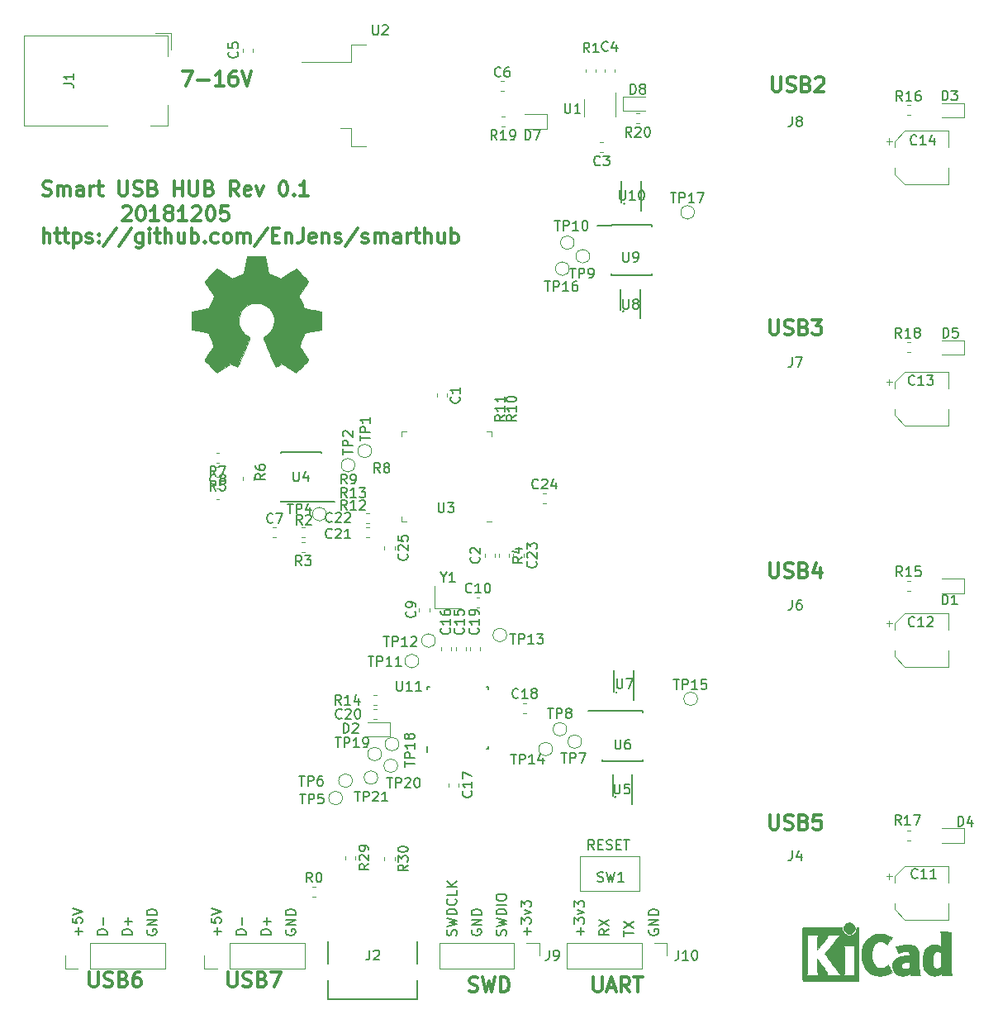
<source format=gbr>
G04 #@! TF.GenerationSoftware,KiCad,Pcbnew,5.0.2-bee76a0~70~ubuntu18.04.1*
G04 #@! TF.CreationDate,2018-12-05T13:48:36+01:00*
G04 #@! TF.ProjectId,usbhub,75736268-7562-42e6-9b69-6361645f7063,rev?*
G04 #@! TF.SameCoordinates,Original*
G04 #@! TF.FileFunction,Legend,Top*
G04 #@! TF.FilePolarity,Positive*
%FSLAX46Y46*%
G04 Gerber Fmt 4.6, Leading zero omitted, Abs format (unit mm)*
G04 Created by KiCad (PCBNEW 5.0.2-bee76a0~70~ubuntu18.04.1) date 2018-12-05T13:48:36 CET*
%MOMM*%
%LPD*%
G01*
G04 APERTURE LIST*
%ADD10C,0.150000*%
%ADD11C,0.300000*%
%ADD12C,0.120000*%
%ADD13C,0.010000*%
G04 APERTURE END LIST*
D10*
X158313619Y-134691380D02*
X157980285Y-134215190D01*
X157742190Y-134691380D02*
X157742190Y-133691380D01*
X158123142Y-133691380D01*
X158218380Y-133739000D01*
X158266000Y-133786619D01*
X158313619Y-133881857D01*
X158313619Y-134024714D01*
X158266000Y-134119952D01*
X158218380Y-134167571D01*
X158123142Y-134215190D01*
X157742190Y-134215190D01*
X158742190Y-134167571D02*
X159075523Y-134167571D01*
X159218380Y-134691380D02*
X158742190Y-134691380D01*
X158742190Y-133691380D01*
X159218380Y-133691380D01*
X159599333Y-134643761D02*
X159742190Y-134691380D01*
X159980285Y-134691380D01*
X160075523Y-134643761D01*
X160123142Y-134596142D01*
X160170761Y-134500904D01*
X160170761Y-134405666D01*
X160123142Y-134310428D01*
X160075523Y-134262809D01*
X159980285Y-134215190D01*
X159789809Y-134167571D01*
X159694571Y-134119952D01*
X159646952Y-134072333D01*
X159599333Y-133977095D01*
X159599333Y-133881857D01*
X159646952Y-133786619D01*
X159694571Y-133739000D01*
X159789809Y-133691380D01*
X160027904Y-133691380D01*
X160170761Y-133739000D01*
X160599333Y-134167571D02*
X160932666Y-134167571D01*
X161075523Y-134691380D02*
X160599333Y-134691380D01*
X160599333Y-133691380D01*
X161075523Y-133691380D01*
X161361238Y-133691380D02*
X161932666Y-133691380D01*
X161646952Y-134691380D02*
X161646952Y-133691380D01*
X151455428Y-143428404D02*
X151455428Y-142666500D01*
X151836380Y-143047452D02*
X151074476Y-143047452D01*
X150836380Y-142285547D02*
X150836380Y-141666500D01*
X151217333Y-141999833D01*
X151217333Y-141856976D01*
X151264952Y-141761738D01*
X151312571Y-141714119D01*
X151407809Y-141666500D01*
X151645904Y-141666500D01*
X151741142Y-141714119D01*
X151788761Y-141761738D01*
X151836380Y-141856976D01*
X151836380Y-142142690D01*
X151788761Y-142237928D01*
X151741142Y-142285547D01*
X151169714Y-141333166D02*
X151836380Y-141095071D01*
X151169714Y-140856976D01*
X150836380Y-140571261D02*
X150836380Y-139952214D01*
X151217333Y-140285547D01*
X151217333Y-140142690D01*
X151264952Y-140047452D01*
X151312571Y-139999833D01*
X151407809Y-139952214D01*
X151645904Y-139952214D01*
X151741142Y-139999833D01*
X151788761Y-140047452D01*
X151836380Y-140142690D01*
X151836380Y-140428404D01*
X151788761Y-140523642D01*
X151741142Y-140571261D01*
X149248761Y-143476023D02*
X149296380Y-143333166D01*
X149296380Y-143095071D01*
X149248761Y-142999833D01*
X149201142Y-142952214D01*
X149105904Y-142904595D01*
X149010666Y-142904595D01*
X148915428Y-142952214D01*
X148867809Y-142999833D01*
X148820190Y-143095071D01*
X148772571Y-143285547D01*
X148724952Y-143380785D01*
X148677333Y-143428404D01*
X148582095Y-143476023D01*
X148486857Y-143476023D01*
X148391619Y-143428404D01*
X148344000Y-143380785D01*
X148296380Y-143285547D01*
X148296380Y-143047452D01*
X148344000Y-142904595D01*
X148296380Y-142571261D02*
X149296380Y-142333166D01*
X148582095Y-142142690D01*
X149296380Y-141952214D01*
X148296380Y-141714119D01*
X149296380Y-141333166D02*
X148296380Y-141333166D01*
X148296380Y-141095071D01*
X148344000Y-140952214D01*
X148439238Y-140856976D01*
X148534476Y-140809357D01*
X148724952Y-140761738D01*
X148867809Y-140761738D01*
X149058285Y-140809357D01*
X149153523Y-140856976D01*
X149248761Y-140952214D01*
X149296380Y-141095071D01*
X149296380Y-141333166D01*
X149296380Y-140333166D02*
X148296380Y-140333166D01*
X148296380Y-139666500D02*
X148296380Y-139476023D01*
X148344000Y-139380785D01*
X148439238Y-139285547D01*
X148629714Y-139237928D01*
X148963047Y-139237928D01*
X149153523Y-139285547D01*
X149248761Y-139380785D01*
X149296380Y-139476023D01*
X149296380Y-139666500D01*
X149248761Y-139761738D01*
X149153523Y-139856976D01*
X148963047Y-139904595D01*
X148629714Y-139904595D01*
X148439238Y-139856976D01*
X148344000Y-139761738D01*
X148296380Y-139666500D01*
X145804000Y-142904595D02*
X145756380Y-142999833D01*
X145756380Y-143142690D01*
X145804000Y-143285547D01*
X145899238Y-143380785D01*
X145994476Y-143428404D01*
X146184952Y-143476023D01*
X146327809Y-143476023D01*
X146518285Y-143428404D01*
X146613523Y-143380785D01*
X146708761Y-143285547D01*
X146756380Y-143142690D01*
X146756380Y-143047452D01*
X146708761Y-142904595D01*
X146661142Y-142856976D01*
X146327809Y-142856976D01*
X146327809Y-143047452D01*
X146756380Y-142428404D02*
X145756380Y-142428404D01*
X146756380Y-141856976D01*
X145756380Y-141856976D01*
X146756380Y-141380785D02*
X145756380Y-141380785D01*
X145756380Y-141142690D01*
X145804000Y-140999833D01*
X145899238Y-140904595D01*
X145994476Y-140856976D01*
X146184952Y-140809357D01*
X146327809Y-140809357D01*
X146518285Y-140856976D01*
X146613523Y-140904595D01*
X146708761Y-140999833D01*
X146756380Y-141142690D01*
X146756380Y-141380785D01*
X144168761Y-143476023D02*
X144216380Y-143333166D01*
X144216380Y-143095071D01*
X144168761Y-142999833D01*
X144121142Y-142952214D01*
X144025904Y-142904595D01*
X143930666Y-142904595D01*
X143835428Y-142952214D01*
X143787809Y-142999833D01*
X143740190Y-143095071D01*
X143692571Y-143285547D01*
X143644952Y-143380785D01*
X143597333Y-143428404D01*
X143502095Y-143476023D01*
X143406857Y-143476023D01*
X143311619Y-143428404D01*
X143264000Y-143380785D01*
X143216380Y-143285547D01*
X143216380Y-143047452D01*
X143264000Y-142904595D01*
X143216380Y-142571261D02*
X144216380Y-142333166D01*
X143502095Y-142142690D01*
X144216380Y-141952214D01*
X143216380Y-141714119D01*
X144216380Y-141333166D02*
X143216380Y-141333166D01*
X143216380Y-141095071D01*
X143264000Y-140952214D01*
X143359238Y-140856976D01*
X143454476Y-140809357D01*
X143644952Y-140761738D01*
X143787809Y-140761738D01*
X143978285Y-140809357D01*
X144073523Y-140856976D01*
X144168761Y-140952214D01*
X144216380Y-141095071D01*
X144216380Y-141333166D01*
X144121142Y-139761738D02*
X144168761Y-139809357D01*
X144216380Y-139952214D01*
X144216380Y-140047452D01*
X144168761Y-140190309D01*
X144073523Y-140285547D01*
X143978285Y-140333166D01*
X143787809Y-140380785D01*
X143644952Y-140380785D01*
X143454476Y-140333166D01*
X143359238Y-140285547D01*
X143264000Y-140190309D01*
X143216380Y-140047452D01*
X143216380Y-139952214D01*
X143264000Y-139809357D01*
X143311619Y-139761738D01*
X144216380Y-138856976D02*
X144216380Y-139333166D01*
X143216380Y-139333166D01*
X144216380Y-138523642D02*
X143216380Y-138523642D01*
X144216380Y-137952214D02*
X143644952Y-138380785D01*
X143216380Y-137952214D02*
X143787809Y-138523642D01*
X163965000Y-142904595D02*
X163917380Y-142999833D01*
X163917380Y-143142690D01*
X163965000Y-143285547D01*
X164060238Y-143380785D01*
X164155476Y-143428404D01*
X164345952Y-143476023D01*
X164488809Y-143476023D01*
X164679285Y-143428404D01*
X164774523Y-143380785D01*
X164869761Y-143285547D01*
X164917380Y-143142690D01*
X164917380Y-143047452D01*
X164869761Y-142904595D01*
X164822142Y-142856976D01*
X164488809Y-142856976D01*
X164488809Y-143047452D01*
X164917380Y-142428404D02*
X163917380Y-142428404D01*
X164917380Y-141856976D01*
X163917380Y-141856976D01*
X164917380Y-141380785D02*
X163917380Y-141380785D01*
X163917380Y-141142690D01*
X163965000Y-140999833D01*
X164060238Y-140904595D01*
X164155476Y-140856976D01*
X164345952Y-140809357D01*
X164488809Y-140809357D01*
X164679285Y-140856976D01*
X164774523Y-140904595D01*
X164869761Y-140999833D01*
X164917380Y-141142690D01*
X164917380Y-141380785D01*
X161377380Y-143571261D02*
X161377380Y-142999833D01*
X162377380Y-143285547D02*
X161377380Y-143285547D01*
X161377380Y-142761738D02*
X162377380Y-142095071D01*
X161377380Y-142095071D02*
X162377380Y-142761738D01*
X159837380Y-142856976D02*
X159361190Y-143190309D01*
X159837380Y-143428404D02*
X158837380Y-143428404D01*
X158837380Y-143047452D01*
X158885000Y-142952214D01*
X158932619Y-142904595D01*
X159027857Y-142856976D01*
X159170714Y-142856976D01*
X159265952Y-142904595D01*
X159313571Y-142952214D01*
X159361190Y-143047452D01*
X159361190Y-143428404D01*
X158837380Y-142523642D02*
X159837380Y-141856976D01*
X158837380Y-141856976D02*
X159837380Y-142523642D01*
X156916428Y-143428404D02*
X156916428Y-142666500D01*
X157297380Y-143047452D02*
X156535476Y-143047452D01*
X156297380Y-142285547D02*
X156297380Y-141666500D01*
X156678333Y-141999833D01*
X156678333Y-141856976D01*
X156725952Y-141761738D01*
X156773571Y-141714119D01*
X156868809Y-141666500D01*
X157106904Y-141666500D01*
X157202142Y-141714119D01*
X157249761Y-141761738D01*
X157297380Y-141856976D01*
X157297380Y-142142690D01*
X157249761Y-142237928D01*
X157202142Y-142285547D01*
X156630714Y-141333166D02*
X157297380Y-141095071D01*
X156630714Y-140856976D01*
X156297380Y-140571261D02*
X156297380Y-139952214D01*
X156678333Y-140285547D01*
X156678333Y-140142690D01*
X156725952Y-140047452D01*
X156773571Y-139999833D01*
X156868809Y-139952214D01*
X157106904Y-139952214D01*
X157202142Y-139999833D01*
X157249761Y-140047452D01*
X157297380Y-140142690D01*
X157297380Y-140428404D01*
X157249761Y-140523642D01*
X157202142Y-140571261D01*
D11*
X116134000Y-54931571D02*
X117134000Y-54931571D01*
X116491142Y-56431571D01*
X117705428Y-55860142D02*
X118848285Y-55860142D01*
X120348285Y-56431571D02*
X119491142Y-56431571D01*
X119919714Y-56431571D02*
X119919714Y-54931571D01*
X119776857Y-55145857D01*
X119634000Y-55288714D01*
X119491142Y-55360142D01*
X121634000Y-54931571D02*
X121348285Y-54931571D01*
X121205428Y-55003000D01*
X121134000Y-55074428D01*
X120991142Y-55288714D01*
X120919714Y-55574428D01*
X120919714Y-56145857D01*
X120991142Y-56288714D01*
X121062571Y-56360142D01*
X121205428Y-56431571D01*
X121491142Y-56431571D01*
X121634000Y-56360142D01*
X121705428Y-56288714D01*
X121776857Y-56145857D01*
X121776857Y-55788714D01*
X121705428Y-55645857D01*
X121634000Y-55574428D01*
X121491142Y-55503000D01*
X121205428Y-55503000D01*
X121062571Y-55574428D01*
X120991142Y-55645857D01*
X120919714Y-55788714D01*
X122205428Y-54931571D02*
X122705428Y-56431571D01*
X123205428Y-54931571D01*
X101907285Y-72560571D02*
X101907285Y-71060571D01*
X102550142Y-72560571D02*
X102550142Y-71774857D01*
X102478713Y-71632000D01*
X102335856Y-71560571D01*
X102121570Y-71560571D01*
X101978713Y-71632000D01*
X101907285Y-71703428D01*
X103050142Y-71560571D02*
X103621570Y-71560571D01*
X103264428Y-71060571D02*
X103264428Y-72346285D01*
X103335856Y-72489142D01*
X103478713Y-72560571D01*
X103621570Y-72560571D01*
X103907285Y-71560571D02*
X104478713Y-71560571D01*
X104121570Y-71060571D02*
X104121570Y-72346285D01*
X104192999Y-72489142D01*
X104335856Y-72560571D01*
X104478713Y-72560571D01*
X104978713Y-71560571D02*
X104978713Y-73060571D01*
X104978713Y-71632000D02*
X105121570Y-71560571D01*
X105407285Y-71560571D01*
X105550142Y-71632000D01*
X105621570Y-71703428D01*
X105692999Y-71846285D01*
X105692999Y-72274857D01*
X105621570Y-72417714D01*
X105550142Y-72489142D01*
X105407285Y-72560571D01*
X105121570Y-72560571D01*
X104978713Y-72489142D01*
X106264428Y-72489142D02*
X106407285Y-72560571D01*
X106692999Y-72560571D01*
X106835856Y-72489142D01*
X106907285Y-72346285D01*
X106907285Y-72274857D01*
X106835856Y-72132000D01*
X106692999Y-72060571D01*
X106478713Y-72060571D01*
X106335856Y-71989142D01*
X106264428Y-71846285D01*
X106264428Y-71774857D01*
X106335856Y-71632000D01*
X106478713Y-71560571D01*
X106692999Y-71560571D01*
X106835856Y-71632000D01*
X107550142Y-72417714D02*
X107621570Y-72489142D01*
X107550142Y-72560571D01*
X107478713Y-72489142D01*
X107550142Y-72417714D01*
X107550142Y-72560571D01*
X107550142Y-71632000D02*
X107621570Y-71703428D01*
X107550142Y-71774857D01*
X107478713Y-71703428D01*
X107550142Y-71632000D01*
X107550142Y-71774857D01*
X109335856Y-70989142D02*
X108050142Y-72917714D01*
X110907285Y-70989142D02*
X109621570Y-72917714D01*
X112050142Y-71560571D02*
X112050142Y-72774857D01*
X111978713Y-72917714D01*
X111907285Y-72989142D01*
X111764428Y-73060571D01*
X111550142Y-73060571D01*
X111407285Y-72989142D01*
X112050142Y-72489142D02*
X111907285Y-72560571D01*
X111621570Y-72560571D01*
X111478713Y-72489142D01*
X111407285Y-72417714D01*
X111335856Y-72274857D01*
X111335856Y-71846285D01*
X111407285Y-71703428D01*
X111478713Y-71632000D01*
X111621570Y-71560571D01*
X111907285Y-71560571D01*
X112050142Y-71632000D01*
X112764428Y-72560571D02*
X112764428Y-71560571D01*
X112764428Y-71060571D02*
X112692999Y-71132000D01*
X112764428Y-71203428D01*
X112835856Y-71132000D01*
X112764428Y-71060571D01*
X112764428Y-71203428D01*
X113264428Y-71560571D02*
X113835856Y-71560571D01*
X113478713Y-71060571D02*
X113478713Y-72346285D01*
X113550142Y-72489142D01*
X113692999Y-72560571D01*
X113835856Y-72560571D01*
X114335856Y-72560571D02*
X114335856Y-71060571D01*
X114978713Y-72560571D02*
X114978713Y-71774857D01*
X114907285Y-71632000D01*
X114764428Y-71560571D01*
X114550142Y-71560571D01*
X114407285Y-71632000D01*
X114335856Y-71703428D01*
X116335856Y-71560571D02*
X116335856Y-72560571D01*
X115692999Y-71560571D02*
X115692999Y-72346285D01*
X115764428Y-72489142D01*
X115907285Y-72560571D01*
X116121570Y-72560571D01*
X116264428Y-72489142D01*
X116335856Y-72417714D01*
X117050142Y-72560571D02*
X117050142Y-71060571D01*
X117050142Y-71632000D02*
X117192999Y-71560571D01*
X117478713Y-71560571D01*
X117621570Y-71632000D01*
X117692999Y-71703428D01*
X117764428Y-71846285D01*
X117764428Y-72274857D01*
X117692999Y-72417714D01*
X117621570Y-72489142D01*
X117478713Y-72560571D01*
X117192999Y-72560571D01*
X117050142Y-72489142D01*
X118407285Y-72417714D02*
X118478713Y-72489142D01*
X118407285Y-72560571D01*
X118335856Y-72489142D01*
X118407285Y-72417714D01*
X118407285Y-72560571D01*
X119764428Y-72489142D02*
X119621570Y-72560571D01*
X119335856Y-72560571D01*
X119192999Y-72489142D01*
X119121570Y-72417714D01*
X119050142Y-72274857D01*
X119050142Y-71846285D01*
X119121570Y-71703428D01*
X119192999Y-71632000D01*
X119335856Y-71560571D01*
X119621570Y-71560571D01*
X119764428Y-71632000D01*
X120621570Y-72560571D02*
X120478713Y-72489142D01*
X120407285Y-72417714D01*
X120335856Y-72274857D01*
X120335856Y-71846285D01*
X120407285Y-71703428D01*
X120478713Y-71632000D01*
X120621570Y-71560571D01*
X120835856Y-71560571D01*
X120978713Y-71632000D01*
X121050142Y-71703428D01*
X121121570Y-71846285D01*
X121121570Y-72274857D01*
X121050142Y-72417714D01*
X120978713Y-72489142D01*
X120835856Y-72560571D01*
X120621570Y-72560571D01*
X121764428Y-72560571D02*
X121764428Y-71560571D01*
X121764428Y-71703428D02*
X121835856Y-71632000D01*
X121978713Y-71560571D01*
X122192999Y-71560571D01*
X122335856Y-71632000D01*
X122407285Y-71774857D01*
X122407285Y-72560571D01*
X122407285Y-71774857D02*
X122478713Y-71632000D01*
X122621570Y-71560571D01*
X122835856Y-71560571D01*
X122978713Y-71632000D01*
X123050142Y-71774857D01*
X123050142Y-72560571D01*
X124835856Y-70989142D02*
X123550142Y-72917714D01*
X125335856Y-71774857D02*
X125835856Y-71774857D01*
X126050142Y-72560571D02*
X125335856Y-72560571D01*
X125335856Y-71060571D01*
X126050142Y-71060571D01*
X126692999Y-71560571D02*
X126692999Y-72560571D01*
X126692999Y-71703428D02*
X126764428Y-71632000D01*
X126907285Y-71560571D01*
X127121570Y-71560571D01*
X127264428Y-71632000D01*
X127335856Y-71774857D01*
X127335856Y-72560571D01*
X128478713Y-71060571D02*
X128478713Y-72132000D01*
X128407285Y-72346285D01*
X128264428Y-72489142D01*
X128050142Y-72560571D01*
X127907285Y-72560571D01*
X129764428Y-72489142D02*
X129621570Y-72560571D01*
X129335856Y-72560571D01*
X129192999Y-72489142D01*
X129121570Y-72346285D01*
X129121570Y-71774857D01*
X129192999Y-71632000D01*
X129335856Y-71560571D01*
X129621570Y-71560571D01*
X129764428Y-71632000D01*
X129835856Y-71774857D01*
X129835856Y-71917714D01*
X129121570Y-72060571D01*
X130478713Y-71560571D02*
X130478713Y-72560571D01*
X130478713Y-71703428D02*
X130550142Y-71632000D01*
X130692999Y-71560571D01*
X130907285Y-71560571D01*
X131050142Y-71632000D01*
X131121570Y-71774857D01*
X131121570Y-72560571D01*
X131764428Y-72489142D02*
X131907285Y-72560571D01*
X132192999Y-72560571D01*
X132335856Y-72489142D01*
X132407285Y-72346285D01*
X132407285Y-72274857D01*
X132335856Y-72132000D01*
X132192999Y-72060571D01*
X131978713Y-72060571D01*
X131835856Y-71989142D01*
X131764428Y-71846285D01*
X131764428Y-71774857D01*
X131835856Y-71632000D01*
X131978713Y-71560571D01*
X132192999Y-71560571D01*
X132335856Y-71632000D01*
X134121570Y-70989142D02*
X132835856Y-72917714D01*
X134550142Y-72489142D02*
X134692999Y-72560571D01*
X134978713Y-72560571D01*
X135121571Y-72489142D01*
X135192999Y-72346285D01*
X135192999Y-72274857D01*
X135121571Y-72132000D01*
X134978713Y-72060571D01*
X134764428Y-72060571D01*
X134621571Y-71989142D01*
X134550142Y-71846285D01*
X134550142Y-71774857D01*
X134621571Y-71632000D01*
X134764428Y-71560571D01*
X134978713Y-71560571D01*
X135121571Y-71632000D01*
X135835856Y-72560571D02*
X135835856Y-71560571D01*
X135835856Y-71703428D02*
X135907285Y-71632000D01*
X136050142Y-71560571D01*
X136264428Y-71560571D01*
X136407285Y-71632000D01*
X136478713Y-71774857D01*
X136478713Y-72560571D01*
X136478713Y-71774857D02*
X136550142Y-71632000D01*
X136692999Y-71560571D01*
X136907285Y-71560571D01*
X137050142Y-71632000D01*
X137121571Y-71774857D01*
X137121571Y-72560571D01*
X138478713Y-72560571D02*
X138478713Y-71774857D01*
X138407285Y-71632000D01*
X138264428Y-71560571D01*
X137978713Y-71560571D01*
X137835856Y-71632000D01*
X138478713Y-72489142D02*
X138335856Y-72560571D01*
X137978713Y-72560571D01*
X137835856Y-72489142D01*
X137764428Y-72346285D01*
X137764428Y-72203428D01*
X137835856Y-72060571D01*
X137978713Y-71989142D01*
X138335856Y-71989142D01*
X138478713Y-71917714D01*
X139192999Y-72560571D02*
X139192999Y-71560571D01*
X139192999Y-71846285D02*
X139264428Y-71703428D01*
X139335856Y-71632000D01*
X139478713Y-71560571D01*
X139621571Y-71560571D01*
X139907285Y-71560571D02*
X140478713Y-71560571D01*
X140121571Y-71060571D02*
X140121571Y-72346285D01*
X140192999Y-72489142D01*
X140335856Y-72560571D01*
X140478713Y-72560571D01*
X140978713Y-72560571D02*
X140978713Y-71060571D01*
X141621571Y-72560571D02*
X141621571Y-71774857D01*
X141550142Y-71632000D01*
X141407285Y-71560571D01*
X141192999Y-71560571D01*
X141050142Y-71632000D01*
X140978713Y-71703428D01*
X142978713Y-71560571D02*
X142978713Y-72560571D01*
X142335856Y-71560571D02*
X142335856Y-72346285D01*
X142407285Y-72489142D01*
X142550142Y-72560571D01*
X142764428Y-72560571D01*
X142907285Y-72489142D01*
X142978713Y-72417714D01*
X143692999Y-72560571D02*
X143692999Y-71060571D01*
X143692999Y-71632000D02*
X143835856Y-71560571D01*
X144121571Y-71560571D01*
X144264428Y-71632000D01*
X144335856Y-71703428D01*
X144407285Y-71846285D01*
X144407285Y-72274857D01*
X144335856Y-72417714D01*
X144264428Y-72489142D01*
X144121571Y-72560571D01*
X143835856Y-72560571D01*
X143692999Y-72489142D01*
X101835857Y-67658142D02*
X102050142Y-67729571D01*
X102407285Y-67729571D01*
X102550142Y-67658142D01*
X102621571Y-67586714D01*
X102693000Y-67443857D01*
X102693000Y-67301000D01*
X102621571Y-67158142D01*
X102550142Y-67086714D01*
X102407285Y-67015285D01*
X102121571Y-66943857D01*
X101978714Y-66872428D01*
X101907285Y-66801000D01*
X101835857Y-66658142D01*
X101835857Y-66515285D01*
X101907285Y-66372428D01*
X101978714Y-66301000D01*
X102121571Y-66229571D01*
X102478714Y-66229571D01*
X102693000Y-66301000D01*
X103335857Y-67729571D02*
X103335857Y-66729571D01*
X103335857Y-66872428D02*
X103407285Y-66801000D01*
X103550142Y-66729571D01*
X103764428Y-66729571D01*
X103907285Y-66801000D01*
X103978714Y-66943857D01*
X103978714Y-67729571D01*
X103978714Y-66943857D02*
X104050142Y-66801000D01*
X104193000Y-66729571D01*
X104407285Y-66729571D01*
X104550142Y-66801000D01*
X104621571Y-66943857D01*
X104621571Y-67729571D01*
X105978714Y-67729571D02*
X105978714Y-66943857D01*
X105907285Y-66801000D01*
X105764428Y-66729571D01*
X105478714Y-66729571D01*
X105335857Y-66801000D01*
X105978714Y-67658142D02*
X105835857Y-67729571D01*
X105478714Y-67729571D01*
X105335857Y-67658142D01*
X105264428Y-67515285D01*
X105264428Y-67372428D01*
X105335857Y-67229571D01*
X105478714Y-67158142D01*
X105835857Y-67158142D01*
X105978714Y-67086714D01*
X106693000Y-67729571D02*
X106693000Y-66729571D01*
X106693000Y-67015285D02*
X106764428Y-66872428D01*
X106835857Y-66801000D01*
X106978714Y-66729571D01*
X107121571Y-66729571D01*
X107407285Y-66729571D02*
X107978714Y-66729571D01*
X107621571Y-66229571D02*
X107621571Y-67515285D01*
X107693000Y-67658142D01*
X107835857Y-67729571D01*
X107978714Y-67729571D01*
X109621571Y-66229571D02*
X109621571Y-67443857D01*
X109693000Y-67586714D01*
X109764428Y-67658142D01*
X109907285Y-67729571D01*
X110193000Y-67729571D01*
X110335857Y-67658142D01*
X110407285Y-67586714D01*
X110478714Y-67443857D01*
X110478714Y-66229571D01*
X111121571Y-67658142D02*
X111335857Y-67729571D01*
X111693000Y-67729571D01*
X111835857Y-67658142D01*
X111907285Y-67586714D01*
X111978714Y-67443857D01*
X111978714Y-67301000D01*
X111907285Y-67158142D01*
X111835857Y-67086714D01*
X111693000Y-67015285D01*
X111407285Y-66943857D01*
X111264428Y-66872428D01*
X111193000Y-66801000D01*
X111121571Y-66658142D01*
X111121571Y-66515285D01*
X111193000Y-66372428D01*
X111264428Y-66301000D01*
X111407285Y-66229571D01*
X111764428Y-66229571D01*
X111978714Y-66301000D01*
X113121571Y-66943857D02*
X113335857Y-67015285D01*
X113407285Y-67086714D01*
X113478714Y-67229571D01*
X113478714Y-67443857D01*
X113407285Y-67586714D01*
X113335857Y-67658142D01*
X113193000Y-67729571D01*
X112621571Y-67729571D01*
X112621571Y-66229571D01*
X113121571Y-66229571D01*
X113264428Y-66301000D01*
X113335857Y-66372428D01*
X113407285Y-66515285D01*
X113407285Y-66658142D01*
X113335857Y-66801000D01*
X113264428Y-66872428D01*
X113121571Y-66943857D01*
X112621571Y-66943857D01*
X115264428Y-67729571D02*
X115264428Y-66229571D01*
X115264428Y-66943857D02*
X116121571Y-66943857D01*
X116121571Y-67729571D02*
X116121571Y-66229571D01*
X116835857Y-66229571D02*
X116835857Y-67443857D01*
X116907285Y-67586714D01*
X116978714Y-67658142D01*
X117121571Y-67729571D01*
X117407285Y-67729571D01*
X117550142Y-67658142D01*
X117621571Y-67586714D01*
X117693000Y-67443857D01*
X117693000Y-66229571D01*
X118907285Y-66943857D02*
X119121571Y-67015285D01*
X119193000Y-67086714D01*
X119264428Y-67229571D01*
X119264428Y-67443857D01*
X119193000Y-67586714D01*
X119121571Y-67658142D01*
X118978714Y-67729571D01*
X118407285Y-67729571D01*
X118407285Y-66229571D01*
X118907285Y-66229571D01*
X119050142Y-66301000D01*
X119121571Y-66372428D01*
X119193000Y-66515285D01*
X119193000Y-66658142D01*
X119121571Y-66801000D01*
X119050142Y-66872428D01*
X118907285Y-66943857D01*
X118407285Y-66943857D01*
X121907285Y-67729571D02*
X121407285Y-67015285D01*
X121050142Y-67729571D02*
X121050142Y-66229571D01*
X121621571Y-66229571D01*
X121764428Y-66301000D01*
X121835857Y-66372428D01*
X121907285Y-66515285D01*
X121907285Y-66729571D01*
X121835857Y-66872428D01*
X121764428Y-66943857D01*
X121621571Y-67015285D01*
X121050142Y-67015285D01*
X123121571Y-67658142D02*
X122978714Y-67729571D01*
X122693000Y-67729571D01*
X122550142Y-67658142D01*
X122478714Y-67515285D01*
X122478714Y-66943857D01*
X122550142Y-66801000D01*
X122693000Y-66729571D01*
X122978714Y-66729571D01*
X123121571Y-66801000D01*
X123193000Y-66943857D01*
X123193000Y-67086714D01*
X122478714Y-67229571D01*
X123693000Y-66729571D02*
X124050142Y-67729571D01*
X124407285Y-66729571D01*
X126407285Y-66229571D02*
X126550142Y-66229571D01*
X126693000Y-66301000D01*
X126764428Y-66372428D01*
X126835857Y-66515285D01*
X126907285Y-66801000D01*
X126907285Y-67158142D01*
X126835857Y-67443857D01*
X126764428Y-67586714D01*
X126693000Y-67658142D01*
X126550142Y-67729571D01*
X126407285Y-67729571D01*
X126264428Y-67658142D01*
X126193000Y-67586714D01*
X126121571Y-67443857D01*
X126050142Y-67158142D01*
X126050142Y-66801000D01*
X126121571Y-66515285D01*
X126193000Y-66372428D01*
X126264428Y-66301000D01*
X126407285Y-66229571D01*
X127550142Y-67586714D02*
X127621571Y-67658142D01*
X127550142Y-67729571D01*
X127478714Y-67658142D01*
X127550142Y-67586714D01*
X127550142Y-67729571D01*
X129050142Y-67729571D02*
X128193000Y-67729571D01*
X128621571Y-67729571D02*
X128621571Y-66229571D01*
X128478714Y-66443857D01*
X128335857Y-66586714D01*
X128193000Y-66658142D01*
X110014428Y-68922428D02*
X110085857Y-68851000D01*
X110228714Y-68779571D01*
X110585857Y-68779571D01*
X110728714Y-68851000D01*
X110800142Y-68922428D01*
X110871571Y-69065285D01*
X110871571Y-69208142D01*
X110800142Y-69422428D01*
X109943000Y-70279571D01*
X110871571Y-70279571D01*
X111800142Y-68779571D02*
X111943000Y-68779571D01*
X112085857Y-68851000D01*
X112157285Y-68922428D01*
X112228714Y-69065285D01*
X112300142Y-69351000D01*
X112300142Y-69708142D01*
X112228714Y-69993857D01*
X112157285Y-70136714D01*
X112085857Y-70208142D01*
X111943000Y-70279571D01*
X111800142Y-70279571D01*
X111657285Y-70208142D01*
X111585857Y-70136714D01*
X111514428Y-69993857D01*
X111443000Y-69708142D01*
X111443000Y-69351000D01*
X111514428Y-69065285D01*
X111585857Y-68922428D01*
X111657285Y-68851000D01*
X111800142Y-68779571D01*
X113728714Y-70279571D02*
X112871571Y-70279571D01*
X113300142Y-70279571D02*
X113300142Y-68779571D01*
X113157285Y-68993857D01*
X113014428Y-69136714D01*
X112871571Y-69208142D01*
X114585857Y-69422428D02*
X114443000Y-69351000D01*
X114371571Y-69279571D01*
X114300142Y-69136714D01*
X114300142Y-69065285D01*
X114371571Y-68922428D01*
X114443000Y-68851000D01*
X114585857Y-68779571D01*
X114871571Y-68779571D01*
X115014428Y-68851000D01*
X115085857Y-68922428D01*
X115157285Y-69065285D01*
X115157285Y-69136714D01*
X115085857Y-69279571D01*
X115014428Y-69351000D01*
X114871571Y-69422428D01*
X114585857Y-69422428D01*
X114443000Y-69493857D01*
X114371571Y-69565285D01*
X114300142Y-69708142D01*
X114300142Y-69993857D01*
X114371571Y-70136714D01*
X114443000Y-70208142D01*
X114585857Y-70279571D01*
X114871571Y-70279571D01*
X115014428Y-70208142D01*
X115085857Y-70136714D01*
X115157285Y-69993857D01*
X115157285Y-69708142D01*
X115085857Y-69565285D01*
X115014428Y-69493857D01*
X114871571Y-69422428D01*
X116585857Y-70279571D02*
X115728714Y-70279571D01*
X116157285Y-70279571D02*
X116157285Y-68779571D01*
X116014428Y-68993857D01*
X115871571Y-69136714D01*
X115728714Y-69208142D01*
X117157285Y-68922428D02*
X117228714Y-68851000D01*
X117371571Y-68779571D01*
X117728714Y-68779571D01*
X117871571Y-68851000D01*
X117943000Y-68922428D01*
X118014428Y-69065285D01*
X118014428Y-69208142D01*
X117943000Y-69422428D01*
X117085857Y-70279571D01*
X118014428Y-70279571D01*
X118943000Y-68779571D02*
X119085857Y-68779571D01*
X119228714Y-68851000D01*
X119300142Y-68922428D01*
X119371571Y-69065285D01*
X119443000Y-69351000D01*
X119443000Y-69708142D01*
X119371571Y-69993857D01*
X119300142Y-70136714D01*
X119228714Y-70208142D01*
X119085857Y-70279571D01*
X118943000Y-70279571D01*
X118800142Y-70208142D01*
X118728714Y-70136714D01*
X118657285Y-69993857D01*
X118585857Y-69708142D01*
X118585857Y-69351000D01*
X118657285Y-69065285D01*
X118728714Y-68922428D01*
X118800142Y-68851000D01*
X118943000Y-68779571D01*
X120800142Y-68779571D02*
X120085857Y-68779571D01*
X120014428Y-69493857D01*
X120085857Y-69422428D01*
X120228714Y-69351000D01*
X120585857Y-69351000D01*
X120728714Y-69422428D01*
X120800142Y-69493857D01*
X120871571Y-69636714D01*
X120871571Y-69993857D01*
X120800142Y-70136714D01*
X120728714Y-70208142D01*
X120585857Y-70279571D01*
X120228714Y-70279571D01*
X120085857Y-70208142D01*
X120014428Y-70136714D01*
X158262142Y-147768571D02*
X158262142Y-148982857D01*
X158333571Y-149125714D01*
X158405000Y-149197142D01*
X158547857Y-149268571D01*
X158833571Y-149268571D01*
X158976428Y-149197142D01*
X159047857Y-149125714D01*
X159119285Y-148982857D01*
X159119285Y-147768571D01*
X159762142Y-148840000D02*
X160476428Y-148840000D01*
X159619285Y-149268571D02*
X160119285Y-147768571D01*
X160619285Y-149268571D01*
X161976428Y-149268571D02*
X161476428Y-148554285D01*
X161119285Y-149268571D02*
X161119285Y-147768571D01*
X161690714Y-147768571D01*
X161833571Y-147840000D01*
X161905000Y-147911428D01*
X161976428Y-148054285D01*
X161976428Y-148268571D01*
X161905000Y-148411428D01*
X161833571Y-148482857D01*
X161690714Y-148554285D01*
X161119285Y-148554285D01*
X162405000Y-147768571D02*
X163262142Y-147768571D01*
X162833571Y-149268571D02*
X162833571Y-147768571D01*
X145538285Y-149197142D02*
X145752571Y-149268571D01*
X146109714Y-149268571D01*
X146252571Y-149197142D01*
X146324000Y-149125714D01*
X146395428Y-148982857D01*
X146395428Y-148840000D01*
X146324000Y-148697142D01*
X146252571Y-148625714D01*
X146109714Y-148554285D01*
X145824000Y-148482857D01*
X145681142Y-148411428D01*
X145609714Y-148340000D01*
X145538285Y-148197142D01*
X145538285Y-148054285D01*
X145609714Y-147911428D01*
X145681142Y-147840000D01*
X145824000Y-147768571D01*
X146181142Y-147768571D01*
X146395428Y-147840000D01*
X146895428Y-147768571D02*
X147252571Y-149268571D01*
X147538285Y-148197142D01*
X147824000Y-149268571D01*
X148181142Y-147768571D01*
X148752571Y-149268571D02*
X148752571Y-147768571D01*
X149109714Y-147768571D01*
X149324000Y-147840000D01*
X149466857Y-147982857D01*
X149538285Y-148125714D01*
X149609714Y-148411428D01*
X149609714Y-148625714D01*
X149538285Y-148911428D01*
X149466857Y-149054285D01*
X149324000Y-149197142D01*
X149109714Y-149268571D01*
X148752571Y-149268571D01*
X176335857Y-131131571D02*
X176335857Y-132345857D01*
X176407285Y-132488714D01*
X176478714Y-132560142D01*
X176621571Y-132631571D01*
X176907285Y-132631571D01*
X177050142Y-132560142D01*
X177121571Y-132488714D01*
X177193000Y-132345857D01*
X177193000Y-131131571D01*
X177835857Y-132560142D02*
X178050142Y-132631571D01*
X178407285Y-132631571D01*
X178550142Y-132560142D01*
X178621571Y-132488714D01*
X178693000Y-132345857D01*
X178693000Y-132203000D01*
X178621571Y-132060142D01*
X178550142Y-131988714D01*
X178407285Y-131917285D01*
X178121571Y-131845857D01*
X177978714Y-131774428D01*
X177907285Y-131703000D01*
X177835857Y-131560142D01*
X177835857Y-131417285D01*
X177907285Y-131274428D01*
X177978714Y-131203000D01*
X178121571Y-131131571D01*
X178478714Y-131131571D01*
X178693000Y-131203000D01*
X179835857Y-131845857D02*
X180050142Y-131917285D01*
X180121571Y-131988714D01*
X180193000Y-132131571D01*
X180193000Y-132345857D01*
X180121571Y-132488714D01*
X180050142Y-132560142D01*
X179907285Y-132631571D01*
X179335857Y-132631571D01*
X179335857Y-131131571D01*
X179835857Y-131131571D01*
X179978714Y-131203000D01*
X180050142Y-131274428D01*
X180121571Y-131417285D01*
X180121571Y-131560142D01*
X180050142Y-131703000D01*
X179978714Y-131774428D01*
X179835857Y-131845857D01*
X179335857Y-131845857D01*
X181550142Y-131131571D02*
X180835857Y-131131571D01*
X180764428Y-131845857D01*
X180835857Y-131774428D01*
X180978714Y-131703000D01*
X181335857Y-131703000D01*
X181478714Y-131774428D01*
X181550142Y-131845857D01*
X181621571Y-131988714D01*
X181621571Y-132345857D01*
X181550142Y-132488714D01*
X181478714Y-132560142D01*
X181335857Y-132631571D01*
X180978714Y-132631571D01*
X180835857Y-132560142D01*
X180764428Y-132488714D01*
X176335857Y-105350571D02*
X176335857Y-106564857D01*
X176407285Y-106707714D01*
X176478714Y-106779142D01*
X176621571Y-106850571D01*
X176907285Y-106850571D01*
X177050142Y-106779142D01*
X177121571Y-106707714D01*
X177193000Y-106564857D01*
X177193000Y-105350571D01*
X177835857Y-106779142D02*
X178050142Y-106850571D01*
X178407285Y-106850571D01*
X178550142Y-106779142D01*
X178621571Y-106707714D01*
X178693000Y-106564857D01*
X178693000Y-106422000D01*
X178621571Y-106279142D01*
X178550142Y-106207714D01*
X178407285Y-106136285D01*
X178121571Y-106064857D01*
X177978714Y-105993428D01*
X177907285Y-105922000D01*
X177835857Y-105779142D01*
X177835857Y-105636285D01*
X177907285Y-105493428D01*
X177978714Y-105422000D01*
X178121571Y-105350571D01*
X178478714Y-105350571D01*
X178693000Y-105422000D01*
X179835857Y-106064857D02*
X180050142Y-106136285D01*
X180121571Y-106207714D01*
X180193000Y-106350571D01*
X180193000Y-106564857D01*
X180121571Y-106707714D01*
X180050142Y-106779142D01*
X179907285Y-106850571D01*
X179335857Y-106850571D01*
X179335857Y-105350571D01*
X179835857Y-105350571D01*
X179978714Y-105422000D01*
X180050142Y-105493428D01*
X180121571Y-105636285D01*
X180121571Y-105779142D01*
X180050142Y-105922000D01*
X179978714Y-105993428D01*
X179835857Y-106064857D01*
X179335857Y-106064857D01*
X181478714Y-105850571D02*
X181478714Y-106850571D01*
X181121571Y-105279142D02*
X180764428Y-106350571D01*
X181693000Y-106350571D01*
X176335857Y-80458571D02*
X176335857Y-81672857D01*
X176407285Y-81815714D01*
X176478714Y-81887142D01*
X176621571Y-81958571D01*
X176907285Y-81958571D01*
X177050142Y-81887142D01*
X177121571Y-81815714D01*
X177193000Y-81672857D01*
X177193000Y-80458571D01*
X177835857Y-81887142D02*
X178050142Y-81958571D01*
X178407285Y-81958571D01*
X178550142Y-81887142D01*
X178621571Y-81815714D01*
X178693000Y-81672857D01*
X178693000Y-81530000D01*
X178621571Y-81387142D01*
X178550142Y-81315714D01*
X178407285Y-81244285D01*
X178121571Y-81172857D01*
X177978714Y-81101428D01*
X177907285Y-81030000D01*
X177835857Y-80887142D01*
X177835857Y-80744285D01*
X177907285Y-80601428D01*
X177978714Y-80530000D01*
X178121571Y-80458571D01*
X178478714Y-80458571D01*
X178693000Y-80530000D01*
X179835857Y-81172857D02*
X180050142Y-81244285D01*
X180121571Y-81315714D01*
X180193000Y-81458571D01*
X180193000Y-81672857D01*
X180121571Y-81815714D01*
X180050142Y-81887142D01*
X179907285Y-81958571D01*
X179335857Y-81958571D01*
X179335857Y-80458571D01*
X179835857Y-80458571D01*
X179978714Y-80530000D01*
X180050142Y-80601428D01*
X180121571Y-80744285D01*
X180121571Y-80887142D01*
X180050142Y-81030000D01*
X179978714Y-81101428D01*
X179835857Y-81172857D01*
X179335857Y-81172857D01*
X180693000Y-80458571D02*
X181621571Y-80458571D01*
X181121571Y-81030000D01*
X181335857Y-81030000D01*
X181478714Y-81101428D01*
X181550142Y-81172857D01*
X181621571Y-81315714D01*
X181621571Y-81672857D01*
X181550142Y-81815714D01*
X181478714Y-81887142D01*
X181335857Y-81958571D01*
X180907285Y-81958571D01*
X180764428Y-81887142D01*
X180693000Y-81815714D01*
X176589857Y-55566571D02*
X176589857Y-56780857D01*
X176661285Y-56923714D01*
X176732714Y-56995142D01*
X176875571Y-57066571D01*
X177161285Y-57066571D01*
X177304142Y-56995142D01*
X177375571Y-56923714D01*
X177447000Y-56780857D01*
X177447000Y-55566571D01*
X178089857Y-56995142D02*
X178304142Y-57066571D01*
X178661285Y-57066571D01*
X178804142Y-56995142D01*
X178875571Y-56923714D01*
X178947000Y-56780857D01*
X178947000Y-56638000D01*
X178875571Y-56495142D01*
X178804142Y-56423714D01*
X178661285Y-56352285D01*
X178375571Y-56280857D01*
X178232714Y-56209428D01*
X178161285Y-56138000D01*
X178089857Y-55995142D01*
X178089857Y-55852285D01*
X178161285Y-55709428D01*
X178232714Y-55638000D01*
X178375571Y-55566571D01*
X178732714Y-55566571D01*
X178947000Y-55638000D01*
X180089857Y-56280857D02*
X180304142Y-56352285D01*
X180375571Y-56423714D01*
X180447000Y-56566571D01*
X180447000Y-56780857D01*
X180375571Y-56923714D01*
X180304142Y-56995142D01*
X180161285Y-57066571D01*
X179589857Y-57066571D01*
X179589857Y-55566571D01*
X180089857Y-55566571D01*
X180232714Y-55638000D01*
X180304142Y-55709428D01*
X180375571Y-55852285D01*
X180375571Y-55995142D01*
X180304142Y-56138000D01*
X180232714Y-56209428D01*
X180089857Y-56280857D01*
X179589857Y-56280857D01*
X181018428Y-55709428D02*
X181089857Y-55638000D01*
X181232714Y-55566571D01*
X181589857Y-55566571D01*
X181732714Y-55638000D01*
X181804142Y-55709428D01*
X181875571Y-55852285D01*
X181875571Y-55995142D01*
X181804142Y-56209428D01*
X180947000Y-57066571D01*
X181875571Y-57066571D01*
D10*
X125166380Y-143428404D02*
X124166380Y-143428404D01*
X124166380Y-143190309D01*
X124214000Y-143047452D01*
X124309238Y-142952214D01*
X124404476Y-142904595D01*
X124594952Y-142856976D01*
X124737809Y-142856976D01*
X124928285Y-142904595D01*
X125023523Y-142952214D01*
X125118761Y-143047452D01*
X125166380Y-143190309D01*
X125166380Y-143428404D01*
X124785428Y-142428404D02*
X124785428Y-141666500D01*
X125166380Y-142047452D02*
X124404476Y-142047452D01*
X122626380Y-143428404D02*
X121626380Y-143428404D01*
X121626380Y-143190309D01*
X121674000Y-143047452D01*
X121769238Y-142952214D01*
X121864476Y-142904595D01*
X122054952Y-142856976D01*
X122197809Y-142856976D01*
X122388285Y-142904595D01*
X122483523Y-142952214D01*
X122578761Y-143047452D01*
X122626380Y-143190309D01*
X122626380Y-143428404D01*
X122245428Y-142428404D02*
X122245428Y-141666500D01*
X126754000Y-142904595D02*
X126706380Y-142999833D01*
X126706380Y-143142690D01*
X126754000Y-143285547D01*
X126849238Y-143380785D01*
X126944476Y-143428404D01*
X127134952Y-143476023D01*
X127277809Y-143476023D01*
X127468285Y-143428404D01*
X127563523Y-143380785D01*
X127658761Y-143285547D01*
X127706380Y-143142690D01*
X127706380Y-143047452D01*
X127658761Y-142904595D01*
X127611142Y-142856976D01*
X127277809Y-142856976D01*
X127277809Y-143047452D01*
X127706380Y-142428404D02*
X126706380Y-142428404D01*
X127706380Y-141856976D01*
X126706380Y-141856976D01*
X127706380Y-141380785D02*
X126706380Y-141380785D01*
X126706380Y-141142690D01*
X126754000Y-140999833D01*
X126849238Y-140904595D01*
X126944476Y-140856976D01*
X127134952Y-140809357D01*
X127277809Y-140809357D01*
X127468285Y-140856976D01*
X127563523Y-140904595D01*
X127658761Y-140999833D01*
X127706380Y-141142690D01*
X127706380Y-141380785D01*
X119705428Y-143428404D02*
X119705428Y-142666500D01*
X120086380Y-143047452D02*
X119324476Y-143047452D01*
X119086380Y-141714119D02*
X119086380Y-142190309D01*
X119562571Y-142237928D01*
X119514952Y-142190309D01*
X119467333Y-142095071D01*
X119467333Y-141856976D01*
X119514952Y-141761738D01*
X119562571Y-141714119D01*
X119657809Y-141666500D01*
X119895904Y-141666500D01*
X119991142Y-141714119D01*
X120038761Y-141761738D01*
X120086380Y-141856976D01*
X120086380Y-142095071D01*
X120038761Y-142190309D01*
X119991142Y-142237928D01*
X119086380Y-141380785D02*
X120086380Y-141047452D01*
X119086380Y-140714119D01*
X112530000Y-142904595D02*
X112482380Y-142999833D01*
X112482380Y-143142690D01*
X112530000Y-143285547D01*
X112625238Y-143380785D01*
X112720476Y-143428404D01*
X112910952Y-143476023D01*
X113053809Y-143476023D01*
X113244285Y-143428404D01*
X113339523Y-143380785D01*
X113434761Y-143285547D01*
X113482380Y-143142690D01*
X113482380Y-143047452D01*
X113434761Y-142904595D01*
X113387142Y-142856976D01*
X113053809Y-142856976D01*
X113053809Y-143047452D01*
X113482380Y-142428404D02*
X112482380Y-142428404D01*
X113482380Y-141856976D01*
X112482380Y-141856976D01*
X113482380Y-141380785D02*
X112482380Y-141380785D01*
X112482380Y-141142690D01*
X112530000Y-140999833D01*
X112625238Y-140904595D01*
X112720476Y-140856976D01*
X112910952Y-140809357D01*
X113053809Y-140809357D01*
X113244285Y-140856976D01*
X113339523Y-140904595D01*
X113434761Y-140999833D01*
X113482380Y-141142690D01*
X113482380Y-141380785D01*
X110942380Y-143428404D02*
X109942380Y-143428404D01*
X109942380Y-143190309D01*
X109990000Y-143047452D01*
X110085238Y-142952214D01*
X110180476Y-142904595D01*
X110370952Y-142856976D01*
X110513809Y-142856976D01*
X110704285Y-142904595D01*
X110799523Y-142952214D01*
X110894761Y-143047452D01*
X110942380Y-143190309D01*
X110942380Y-143428404D01*
X110561428Y-142428404D02*
X110561428Y-141666500D01*
X110942380Y-142047452D02*
X110180476Y-142047452D01*
X108402380Y-143428404D02*
X107402380Y-143428404D01*
X107402380Y-143190309D01*
X107450000Y-143047452D01*
X107545238Y-142952214D01*
X107640476Y-142904595D01*
X107830952Y-142856976D01*
X107973809Y-142856976D01*
X108164285Y-142904595D01*
X108259523Y-142952214D01*
X108354761Y-143047452D01*
X108402380Y-143190309D01*
X108402380Y-143428404D01*
X108021428Y-142428404D02*
X108021428Y-141666500D01*
X105481428Y-143428404D02*
X105481428Y-142666500D01*
X105862380Y-143047452D02*
X105100476Y-143047452D01*
X104862380Y-141714119D02*
X104862380Y-142190309D01*
X105338571Y-142237928D01*
X105290952Y-142190309D01*
X105243333Y-142095071D01*
X105243333Y-141856976D01*
X105290952Y-141761738D01*
X105338571Y-141714119D01*
X105433809Y-141666500D01*
X105671904Y-141666500D01*
X105767142Y-141714119D01*
X105814761Y-141761738D01*
X105862380Y-141856976D01*
X105862380Y-142095071D01*
X105814761Y-142190309D01*
X105767142Y-142237928D01*
X104862380Y-141380785D02*
X105862380Y-141047452D01*
X104862380Y-140714119D01*
D11*
X120836857Y-147260571D02*
X120836857Y-148474857D01*
X120908285Y-148617714D01*
X120979714Y-148689142D01*
X121122571Y-148760571D01*
X121408285Y-148760571D01*
X121551142Y-148689142D01*
X121622571Y-148617714D01*
X121694000Y-148474857D01*
X121694000Y-147260571D01*
X122336857Y-148689142D02*
X122551142Y-148760571D01*
X122908285Y-148760571D01*
X123051142Y-148689142D01*
X123122571Y-148617714D01*
X123194000Y-148474857D01*
X123194000Y-148332000D01*
X123122571Y-148189142D01*
X123051142Y-148117714D01*
X122908285Y-148046285D01*
X122622571Y-147974857D01*
X122479714Y-147903428D01*
X122408285Y-147832000D01*
X122336857Y-147689142D01*
X122336857Y-147546285D01*
X122408285Y-147403428D01*
X122479714Y-147332000D01*
X122622571Y-147260571D01*
X122979714Y-147260571D01*
X123194000Y-147332000D01*
X124336857Y-147974857D02*
X124551142Y-148046285D01*
X124622571Y-148117714D01*
X124694000Y-148260571D01*
X124694000Y-148474857D01*
X124622571Y-148617714D01*
X124551142Y-148689142D01*
X124408285Y-148760571D01*
X123836857Y-148760571D01*
X123836857Y-147260571D01*
X124336857Y-147260571D01*
X124479714Y-147332000D01*
X124551142Y-147403428D01*
X124622571Y-147546285D01*
X124622571Y-147689142D01*
X124551142Y-147832000D01*
X124479714Y-147903428D01*
X124336857Y-147974857D01*
X123836857Y-147974857D01*
X125194000Y-147260571D02*
X126194000Y-147260571D01*
X125551142Y-148760571D01*
X106612857Y-147260571D02*
X106612857Y-148474857D01*
X106684285Y-148617714D01*
X106755714Y-148689142D01*
X106898571Y-148760571D01*
X107184285Y-148760571D01*
X107327142Y-148689142D01*
X107398571Y-148617714D01*
X107470000Y-148474857D01*
X107470000Y-147260571D01*
X108112857Y-148689142D02*
X108327142Y-148760571D01*
X108684285Y-148760571D01*
X108827142Y-148689142D01*
X108898571Y-148617714D01*
X108970000Y-148474857D01*
X108970000Y-148332000D01*
X108898571Y-148189142D01*
X108827142Y-148117714D01*
X108684285Y-148046285D01*
X108398571Y-147974857D01*
X108255714Y-147903428D01*
X108184285Y-147832000D01*
X108112857Y-147689142D01*
X108112857Y-147546285D01*
X108184285Y-147403428D01*
X108255714Y-147332000D01*
X108398571Y-147260571D01*
X108755714Y-147260571D01*
X108970000Y-147332000D01*
X110112857Y-147974857D02*
X110327142Y-148046285D01*
X110398571Y-148117714D01*
X110470000Y-148260571D01*
X110470000Y-148474857D01*
X110398571Y-148617714D01*
X110327142Y-148689142D01*
X110184285Y-148760571D01*
X109612857Y-148760571D01*
X109612857Y-147260571D01*
X110112857Y-147260571D01*
X110255714Y-147332000D01*
X110327142Y-147403428D01*
X110398571Y-147546285D01*
X110398571Y-147689142D01*
X110327142Y-147832000D01*
X110255714Y-147903428D01*
X110112857Y-147974857D01*
X109612857Y-147974857D01*
X111755714Y-147260571D02*
X111470000Y-147260571D01*
X111327142Y-147332000D01*
X111255714Y-147403428D01*
X111112857Y-147617714D01*
X111041428Y-147903428D01*
X111041428Y-148474857D01*
X111112857Y-148617714D01*
X111184285Y-148689142D01*
X111327142Y-148760571D01*
X111612857Y-148760571D01*
X111755714Y-148689142D01*
X111827142Y-148617714D01*
X111898571Y-148474857D01*
X111898571Y-148117714D01*
X111827142Y-147974857D01*
X111755714Y-147903428D01*
X111612857Y-147832000D01*
X111327142Y-147832000D01*
X111184285Y-147903428D01*
X111112857Y-147974857D01*
X111041428Y-148117714D01*
D12*
G04 #@! TO.C,SW1*
X162953000Y-138970000D02*
X156833000Y-138970000D01*
X156833000Y-138970000D02*
X156833000Y-135350000D01*
X156833000Y-135350000D02*
X162953000Y-135350000D01*
X162953000Y-135350000D02*
X162953000Y-138970000D01*
D13*
G04 #@! TO.C,REF\002A\002A*
G36*
X124817803Y-74783640D02*
X124986676Y-75679427D01*
X125609796Y-75936298D01*
X126232916Y-76193168D01*
X126980453Y-75684849D01*
X127189802Y-75543316D01*
X127379043Y-75416945D01*
X127539343Y-75311507D01*
X127661874Y-75232770D01*
X127737802Y-75186505D01*
X127758480Y-75176529D01*
X127795731Y-75202186D01*
X127875332Y-75273115D01*
X127988361Y-75380257D01*
X128125895Y-75514550D01*
X128279012Y-75666934D01*
X128438789Y-75828347D01*
X128596305Y-75989730D01*
X128742637Y-76142022D01*
X128868863Y-76276162D01*
X128966060Y-76383089D01*
X129025307Y-76453742D01*
X129039471Y-76477388D01*
X129019087Y-76520979D01*
X128961941Y-76616481D01*
X128874041Y-76754550D01*
X128761396Y-76925845D01*
X128630013Y-77121025D01*
X128553882Y-77232352D01*
X128415118Y-77435633D01*
X128291811Y-77619073D01*
X128189945Y-77773542D01*
X128115501Y-77889909D01*
X128074461Y-77959042D01*
X128068294Y-77973570D01*
X128082274Y-78014860D01*
X128120382Y-78111092D01*
X128176867Y-78248734D01*
X128245980Y-78414258D01*
X128321970Y-78594132D01*
X128399089Y-78774828D01*
X128471585Y-78942814D01*
X128533709Y-79084560D01*
X128579712Y-79186537D01*
X128603843Y-79235214D01*
X128605267Y-79237130D01*
X128643158Y-79246425D01*
X128744069Y-79267160D01*
X128897540Y-79297298D01*
X129093112Y-79334801D01*
X129320325Y-79377629D01*
X129452891Y-79402326D01*
X129695679Y-79448553D01*
X129914974Y-79492540D01*
X130099681Y-79531881D01*
X130238705Y-79564169D01*
X130320952Y-79586997D01*
X130337485Y-79594240D01*
X130353678Y-79643261D01*
X130366744Y-79753977D01*
X130376691Y-79913438D01*
X130383528Y-80108700D01*
X130387264Y-80326814D01*
X130387907Y-80554835D01*
X130385468Y-80779815D01*
X130379953Y-80988809D01*
X130371374Y-81168868D01*
X130359737Y-81307047D01*
X130345052Y-81390398D01*
X130336245Y-81407750D01*
X130283599Y-81428548D01*
X130172043Y-81458282D01*
X130016335Y-81493459D01*
X129831229Y-81530586D01*
X129766613Y-81542597D01*
X129455071Y-81599662D01*
X129208976Y-81645618D01*
X129020195Y-81682293D01*
X128880598Y-81711513D01*
X128782052Y-81735104D01*
X128716426Y-81754892D01*
X128675589Y-81772706D01*
X128651409Y-81790370D01*
X128648026Y-81793861D01*
X128614255Y-81850100D01*
X128562737Y-81959547D01*
X128498617Y-82108800D01*
X128427039Y-82284459D01*
X128353146Y-82473121D01*
X128282083Y-82661385D01*
X128218993Y-82835848D01*
X128169021Y-82983108D01*
X128137312Y-83089764D01*
X128129008Y-83142413D01*
X128129700Y-83144257D01*
X128157836Y-83187292D01*
X128221665Y-83281978D01*
X128314480Y-83418460D01*
X128429573Y-83586882D01*
X128560237Y-83777390D01*
X128597448Y-83831529D01*
X128730129Y-84027804D01*
X128846883Y-84206886D01*
X128941349Y-84358492D01*
X129007168Y-84472338D01*
X129037978Y-84538141D01*
X129039471Y-84546225D01*
X129013584Y-84588715D01*
X128942054Y-84672891D01*
X128834076Y-84789705D01*
X128698846Y-84930110D01*
X128545558Y-85085061D01*
X128383409Y-85245509D01*
X128221593Y-85402409D01*
X128069306Y-85546713D01*
X127935743Y-85669376D01*
X127830100Y-85761350D01*
X127761572Y-85813589D01*
X127742614Y-85822118D01*
X127698487Y-85802029D01*
X127608142Y-85747849D01*
X127486295Y-85668704D01*
X127392546Y-85605001D01*
X127222678Y-85488110D01*
X127021512Y-85350476D01*
X126819733Y-85213063D01*
X126711250Y-85139519D01*
X126344058Y-84891155D01*
X126035826Y-85057813D01*
X125895404Y-85130822D01*
X125775996Y-85187571D01*
X125695202Y-85219937D01*
X125674636Y-85224441D01*
X125649906Y-85191189D01*
X125601118Y-85097224D01*
X125531913Y-84951213D01*
X125445935Y-84761824D01*
X125346824Y-84537724D01*
X125238224Y-84287581D01*
X125123775Y-84020063D01*
X125007120Y-83743836D01*
X124891901Y-83467568D01*
X124781760Y-83199927D01*
X124680339Y-82949580D01*
X124591280Y-82725195D01*
X124518225Y-82535439D01*
X124464816Y-82388980D01*
X124434695Y-82294485D01*
X124429851Y-82262031D01*
X124468245Y-82220636D01*
X124552308Y-82153438D01*
X124664467Y-82074400D01*
X124673881Y-82068147D01*
X124963768Y-81836103D01*
X125197512Y-81565386D01*
X125373087Y-81264653D01*
X125488469Y-80942561D01*
X125541630Y-80607765D01*
X125530547Y-80268922D01*
X125453192Y-79934688D01*
X125307540Y-79613719D01*
X125264688Y-79543495D01*
X125041802Y-79259927D01*
X124778491Y-79032218D01*
X124483865Y-78861551D01*
X124167041Y-78749112D01*
X123837130Y-78696083D01*
X123503246Y-78703651D01*
X123174503Y-78772998D01*
X122860014Y-78905309D01*
X122568893Y-79101768D01*
X122478840Y-79181506D01*
X122249653Y-79431108D01*
X122082646Y-79693868D01*
X121968085Y-79988399D01*
X121904281Y-80280075D01*
X121888530Y-80608012D01*
X121941051Y-80937577D01*
X122056510Y-81257630D01*
X122229571Y-81557032D01*
X122454899Y-81824643D01*
X122727160Y-82049325D01*
X122762942Y-82073008D01*
X122876302Y-82150568D01*
X122962478Y-82217768D01*
X123003677Y-82260675D01*
X123004276Y-82262031D01*
X122995431Y-82308446D01*
X122960369Y-82413786D01*
X122902733Y-82569388D01*
X122826166Y-82766584D01*
X122734314Y-82996710D01*
X122630817Y-83251101D01*
X122519321Y-83521090D01*
X122403468Y-83798012D01*
X122286903Y-84073201D01*
X122173267Y-84337993D01*
X122066206Y-84583721D01*
X121969362Y-84801721D01*
X121886379Y-84983326D01*
X121820901Y-85119871D01*
X121776569Y-85202690D01*
X121758717Y-85224441D01*
X121704166Y-85207504D01*
X121602095Y-85162077D01*
X121470105Y-85096280D01*
X121397526Y-85057813D01*
X121089295Y-84891155D01*
X120722103Y-85139519D01*
X120534660Y-85266754D01*
X120329443Y-85406773D01*
X120137133Y-85538612D01*
X120040807Y-85605001D01*
X119905327Y-85695976D01*
X119790607Y-85768071D01*
X119711612Y-85812154D01*
X119685954Y-85821473D01*
X119648609Y-85796334D01*
X119565958Y-85726154D01*
X119446015Y-85618220D01*
X119296791Y-85479818D01*
X119126301Y-85318235D01*
X119018474Y-85214488D01*
X118829828Y-85029135D01*
X118666795Y-84863351D01*
X118535968Y-84724227D01*
X118443935Y-84618856D01*
X118397287Y-84554329D01*
X118392812Y-84541234D01*
X118413580Y-84491425D01*
X118470969Y-84390713D01*
X118558613Y-84249295D01*
X118670146Y-84077367D01*
X118799203Y-83885124D01*
X118835904Y-83831529D01*
X118969632Y-83636733D01*
X119089607Y-83461353D01*
X119189121Y-83315243D01*
X119261467Y-83208258D01*
X119299936Y-83150255D01*
X119303653Y-83144257D01*
X119298095Y-83098032D01*
X119268593Y-82996398D01*
X119220291Y-82852758D01*
X119158333Y-82680514D01*
X119087863Y-82493066D01*
X119014025Y-82303818D01*
X118941963Y-82126171D01*
X118876822Y-81973527D01*
X118823745Y-81859288D01*
X118787877Y-81796856D01*
X118785327Y-81793861D01*
X118763394Y-81776019D01*
X118726348Y-81758374D01*
X118666059Y-81739101D01*
X118574396Y-81716374D01*
X118443226Y-81688364D01*
X118264418Y-81653247D01*
X118029842Y-81609195D01*
X117731365Y-81554382D01*
X117666740Y-81542597D01*
X117475206Y-81505591D01*
X117308231Y-81469389D01*
X117180568Y-81437485D01*
X117106976Y-81413372D01*
X117097108Y-81407750D01*
X117080847Y-81357910D01*
X117067630Y-81246532D01*
X117057464Y-81086563D01*
X117050360Y-80890950D01*
X117046326Y-80672640D01*
X117045370Y-80444579D01*
X117047502Y-80219714D01*
X117052731Y-80010991D01*
X117061065Y-79831358D01*
X117072513Y-79693762D01*
X117087084Y-79611148D01*
X117095868Y-79594240D01*
X117144770Y-79577184D01*
X117256127Y-79549436D01*
X117418844Y-79513403D01*
X117621826Y-79471493D01*
X117853979Y-79426111D01*
X117980462Y-79402326D01*
X118220445Y-79357465D01*
X118434451Y-79316825D01*
X118612022Y-79282446D01*
X118742698Y-79256365D01*
X118816018Y-79240621D01*
X118828085Y-79237130D01*
X118848481Y-79197779D01*
X118891594Y-79102993D01*
X118951679Y-78966315D01*
X119022987Y-78801286D01*
X119099773Y-78621447D01*
X119176290Y-78440340D01*
X119246790Y-78271507D01*
X119305527Y-78128488D01*
X119346754Y-78024826D01*
X119364724Y-77974061D01*
X119365059Y-77971842D01*
X119344687Y-77931796D01*
X119287573Y-77839639D01*
X119199721Y-77704533D01*
X119087133Y-77535635D01*
X118955811Y-77342105D01*
X118879471Y-77230941D01*
X118740364Y-77027116D01*
X118616812Y-76842063D01*
X118514842Y-76685146D01*
X118440483Y-76565724D01*
X118399763Y-76493160D01*
X118393882Y-76476893D01*
X118419163Y-76439030D01*
X118489052Y-76358186D01*
X118594623Y-76243419D01*
X118726948Y-76103785D01*
X118877099Y-75948342D01*
X119036148Y-75786146D01*
X119195167Y-75626254D01*
X119345229Y-75477724D01*
X119477406Y-75349613D01*
X119582770Y-75250977D01*
X119652393Y-75190873D01*
X119675685Y-75176529D01*
X119713610Y-75196699D01*
X119804317Y-75253363D01*
X119938989Y-75340753D01*
X120108805Y-75453100D01*
X120304946Y-75584638D01*
X120452900Y-75684849D01*
X121200436Y-76193168D01*
X121823556Y-75936298D01*
X122446676Y-75679427D01*
X122784424Y-73887853D01*
X124648929Y-73887853D01*
X124817803Y-74783640D01*
X124817803Y-74783640D01*
G37*
X124817803Y-74783640D02*
X124986676Y-75679427D01*
X125609796Y-75936298D01*
X126232916Y-76193168D01*
X126980453Y-75684849D01*
X127189802Y-75543316D01*
X127379043Y-75416945D01*
X127539343Y-75311507D01*
X127661874Y-75232770D01*
X127737802Y-75186505D01*
X127758480Y-75176529D01*
X127795731Y-75202186D01*
X127875332Y-75273115D01*
X127988361Y-75380257D01*
X128125895Y-75514550D01*
X128279012Y-75666934D01*
X128438789Y-75828347D01*
X128596305Y-75989730D01*
X128742637Y-76142022D01*
X128868863Y-76276162D01*
X128966060Y-76383089D01*
X129025307Y-76453742D01*
X129039471Y-76477388D01*
X129019087Y-76520979D01*
X128961941Y-76616481D01*
X128874041Y-76754550D01*
X128761396Y-76925845D01*
X128630013Y-77121025D01*
X128553882Y-77232352D01*
X128415118Y-77435633D01*
X128291811Y-77619073D01*
X128189945Y-77773542D01*
X128115501Y-77889909D01*
X128074461Y-77959042D01*
X128068294Y-77973570D01*
X128082274Y-78014860D01*
X128120382Y-78111092D01*
X128176867Y-78248734D01*
X128245980Y-78414258D01*
X128321970Y-78594132D01*
X128399089Y-78774828D01*
X128471585Y-78942814D01*
X128533709Y-79084560D01*
X128579712Y-79186537D01*
X128603843Y-79235214D01*
X128605267Y-79237130D01*
X128643158Y-79246425D01*
X128744069Y-79267160D01*
X128897540Y-79297298D01*
X129093112Y-79334801D01*
X129320325Y-79377629D01*
X129452891Y-79402326D01*
X129695679Y-79448553D01*
X129914974Y-79492540D01*
X130099681Y-79531881D01*
X130238705Y-79564169D01*
X130320952Y-79586997D01*
X130337485Y-79594240D01*
X130353678Y-79643261D01*
X130366744Y-79753977D01*
X130376691Y-79913438D01*
X130383528Y-80108700D01*
X130387264Y-80326814D01*
X130387907Y-80554835D01*
X130385468Y-80779815D01*
X130379953Y-80988809D01*
X130371374Y-81168868D01*
X130359737Y-81307047D01*
X130345052Y-81390398D01*
X130336245Y-81407750D01*
X130283599Y-81428548D01*
X130172043Y-81458282D01*
X130016335Y-81493459D01*
X129831229Y-81530586D01*
X129766613Y-81542597D01*
X129455071Y-81599662D01*
X129208976Y-81645618D01*
X129020195Y-81682293D01*
X128880598Y-81711513D01*
X128782052Y-81735104D01*
X128716426Y-81754892D01*
X128675589Y-81772706D01*
X128651409Y-81790370D01*
X128648026Y-81793861D01*
X128614255Y-81850100D01*
X128562737Y-81959547D01*
X128498617Y-82108800D01*
X128427039Y-82284459D01*
X128353146Y-82473121D01*
X128282083Y-82661385D01*
X128218993Y-82835848D01*
X128169021Y-82983108D01*
X128137312Y-83089764D01*
X128129008Y-83142413D01*
X128129700Y-83144257D01*
X128157836Y-83187292D01*
X128221665Y-83281978D01*
X128314480Y-83418460D01*
X128429573Y-83586882D01*
X128560237Y-83777390D01*
X128597448Y-83831529D01*
X128730129Y-84027804D01*
X128846883Y-84206886D01*
X128941349Y-84358492D01*
X129007168Y-84472338D01*
X129037978Y-84538141D01*
X129039471Y-84546225D01*
X129013584Y-84588715D01*
X128942054Y-84672891D01*
X128834076Y-84789705D01*
X128698846Y-84930110D01*
X128545558Y-85085061D01*
X128383409Y-85245509D01*
X128221593Y-85402409D01*
X128069306Y-85546713D01*
X127935743Y-85669376D01*
X127830100Y-85761350D01*
X127761572Y-85813589D01*
X127742614Y-85822118D01*
X127698487Y-85802029D01*
X127608142Y-85747849D01*
X127486295Y-85668704D01*
X127392546Y-85605001D01*
X127222678Y-85488110D01*
X127021512Y-85350476D01*
X126819733Y-85213063D01*
X126711250Y-85139519D01*
X126344058Y-84891155D01*
X126035826Y-85057813D01*
X125895404Y-85130822D01*
X125775996Y-85187571D01*
X125695202Y-85219937D01*
X125674636Y-85224441D01*
X125649906Y-85191189D01*
X125601118Y-85097224D01*
X125531913Y-84951213D01*
X125445935Y-84761824D01*
X125346824Y-84537724D01*
X125238224Y-84287581D01*
X125123775Y-84020063D01*
X125007120Y-83743836D01*
X124891901Y-83467568D01*
X124781760Y-83199927D01*
X124680339Y-82949580D01*
X124591280Y-82725195D01*
X124518225Y-82535439D01*
X124464816Y-82388980D01*
X124434695Y-82294485D01*
X124429851Y-82262031D01*
X124468245Y-82220636D01*
X124552308Y-82153438D01*
X124664467Y-82074400D01*
X124673881Y-82068147D01*
X124963768Y-81836103D01*
X125197512Y-81565386D01*
X125373087Y-81264653D01*
X125488469Y-80942561D01*
X125541630Y-80607765D01*
X125530547Y-80268922D01*
X125453192Y-79934688D01*
X125307540Y-79613719D01*
X125264688Y-79543495D01*
X125041802Y-79259927D01*
X124778491Y-79032218D01*
X124483865Y-78861551D01*
X124167041Y-78749112D01*
X123837130Y-78696083D01*
X123503246Y-78703651D01*
X123174503Y-78772998D01*
X122860014Y-78905309D01*
X122568893Y-79101768D01*
X122478840Y-79181506D01*
X122249653Y-79431108D01*
X122082646Y-79693868D01*
X121968085Y-79988399D01*
X121904281Y-80280075D01*
X121888530Y-80608012D01*
X121941051Y-80937577D01*
X122056510Y-81257630D01*
X122229571Y-81557032D01*
X122454899Y-81824643D01*
X122727160Y-82049325D01*
X122762942Y-82073008D01*
X122876302Y-82150568D01*
X122962478Y-82217768D01*
X123003677Y-82260675D01*
X123004276Y-82262031D01*
X122995431Y-82308446D01*
X122960369Y-82413786D01*
X122902733Y-82569388D01*
X122826166Y-82766584D01*
X122734314Y-82996710D01*
X122630817Y-83251101D01*
X122519321Y-83521090D01*
X122403468Y-83798012D01*
X122286903Y-84073201D01*
X122173267Y-84337993D01*
X122066206Y-84583721D01*
X121969362Y-84801721D01*
X121886379Y-84983326D01*
X121820901Y-85119871D01*
X121776569Y-85202690D01*
X121758717Y-85224441D01*
X121704166Y-85207504D01*
X121602095Y-85162077D01*
X121470105Y-85096280D01*
X121397526Y-85057813D01*
X121089295Y-84891155D01*
X120722103Y-85139519D01*
X120534660Y-85266754D01*
X120329443Y-85406773D01*
X120137133Y-85538612D01*
X120040807Y-85605001D01*
X119905327Y-85695976D01*
X119790607Y-85768071D01*
X119711612Y-85812154D01*
X119685954Y-85821473D01*
X119648609Y-85796334D01*
X119565958Y-85726154D01*
X119446015Y-85618220D01*
X119296791Y-85479818D01*
X119126301Y-85318235D01*
X119018474Y-85214488D01*
X118829828Y-85029135D01*
X118666795Y-84863351D01*
X118535968Y-84724227D01*
X118443935Y-84618856D01*
X118397287Y-84554329D01*
X118392812Y-84541234D01*
X118413580Y-84491425D01*
X118470969Y-84390713D01*
X118558613Y-84249295D01*
X118670146Y-84077367D01*
X118799203Y-83885124D01*
X118835904Y-83831529D01*
X118969632Y-83636733D01*
X119089607Y-83461353D01*
X119189121Y-83315243D01*
X119261467Y-83208258D01*
X119299936Y-83150255D01*
X119303653Y-83144257D01*
X119298095Y-83098032D01*
X119268593Y-82996398D01*
X119220291Y-82852758D01*
X119158333Y-82680514D01*
X119087863Y-82493066D01*
X119014025Y-82303818D01*
X118941963Y-82126171D01*
X118876822Y-81973527D01*
X118823745Y-81859288D01*
X118787877Y-81796856D01*
X118785327Y-81793861D01*
X118763394Y-81776019D01*
X118726348Y-81758374D01*
X118666059Y-81739101D01*
X118574396Y-81716374D01*
X118443226Y-81688364D01*
X118264418Y-81653247D01*
X118029842Y-81609195D01*
X117731365Y-81554382D01*
X117666740Y-81542597D01*
X117475206Y-81505591D01*
X117308231Y-81469389D01*
X117180568Y-81437485D01*
X117106976Y-81413372D01*
X117097108Y-81407750D01*
X117080847Y-81357910D01*
X117067630Y-81246532D01*
X117057464Y-81086563D01*
X117050360Y-80890950D01*
X117046326Y-80672640D01*
X117045370Y-80444579D01*
X117047502Y-80219714D01*
X117052731Y-80010991D01*
X117061065Y-79831358D01*
X117072513Y-79693762D01*
X117087084Y-79611148D01*
X117095868Y-79594240D01*
X117144770Y-79577184D01*
X117256127Y-79549436D01*
X117418844Y-79513403D01*
X117621826Y-79471493D01*
X117853979Y-79426111D01*
X117980462Y-79402326D01*
X118220445Y-79357465D01*
X118434451Y-79316825D01*
X118612022Y-79282446D01*
X118742698Y-79256365D01*
X118816018Y-79240621D01*
X118828085Y-79237130D01*
X118848481Y-79197779D01*
X118891594Y-79102993D01*
X118951679Y-78966315D01*
X119022987Y-78801286D01*
X119099773Y-78621447D01*
X119176290Y-78440340D01*
X119246790Y-78271507D01*
X119305527Y-78128488D01*
X119346754Y-78024826D01*
X119364724Y-77974061D01*
X119365059Y-77971842D01*
X119344687Y-77931796D01*
X119287573Y-77839639D01*
X119199721Y-77704533D01*
X119087133Y-77535635D01*
X118955811Y-77342105D01*
X118879471Y-77230941D01*
X118740364Y-77027116D01*
X118616812Y-76842063D01*
X118514842Y-76685146D01*
X118440483Y-76565724D01*
X118399763Y-76493160D01*
X118393882Y-76476893D01*
X118419163Y-76439030D01*
X118489052Y-76358186D01*
X118594623Y-76243419D01*
X118726948Y-76103785D01*
X118877099Y-75948342D01*
X119036148Y-75786146D01*
X119195167Y-75626254D01*
X119345229Y-75477724D01*
X119477406Y-75349613D01*
X119582770Y-75250977D01*
X119652393Y-75190873D01*
X119675685Y-75176529D01*
X119713610Y-75196699D01*
X119804317Y-75253363D01*
X119938989Y-75340753D01*
X120108805Y-75453100D01*
X120304946Y-75584638D01*
X120452900Y-75684849D01*
X121200436Y-76193168D01*
X121823556Y-75936298D01*
X122446676Y-75679427D01*
X122784424Y-73887853D01*
X124648929Y-73887853D01*
X124817803Y-74783640D01*
G36*
X184598921Y-142197490D02*
X184702027Y-142233238D01*
X184798022Y-142289507D01*
X184883753Y-142366288D01*
X184956070Y-142463573D01*
X184988555Y-142524892D01*
X185016668Y-142610660D01*
X185030295Y-142709677D01*
X185028786Y-142811471D01*
X185012031Y-142903714D01*
X184966237Y-143016432D01*
X184899832Y-143114207D01*
X184816191Y-143195115D01*
X184718688Y-143257232D01*
X184610700Y-143298634D01*
X184495601Y-143317397D01*
X184376766Y-143311598D01*
X184318189Y-143299206D01*
X184204028Y-143254797D01*
X184102635Y-143187033D01*
X184016455Y-143098001D01*
X183947934Y-142989791D01*
X183942136Y-142977973D01*
X183922096Y-142933628D01*
X183909513Y-142896280D01*
X183902681Y-142856880D01*
X183899895Y-142806381D01*
X183899432Y-142751433D01*
X183900197Y-142685415D01*
X183903648Y-142637689D01*
X183911523Y-142599103D01*
X183925557Y-142560506D01*
X183942880Y-142522426D01*
X184007495Y-142414328D01*
X184087066Y-142326803D01*
X184178440Y-142259841D01*
X184278464Y-142213436D01*
X184383988Y-142187581D01*
X184491858Y-142182268D01*
X184598921Y-142197490D01*
X184598921Y-142197490D01*
G37*
X184598921Y-142197490D02*
X184702027Y-142233238D01*
X184798022Y-142289507D01*
X184883753Y-142366288D01*
X184956070Y-142463573D01*
X184988555Y-142524892D01*
X185016668Y-142610660D01*
X185030295Y-142709677D01*
X185028786Y-142811471D01*
X185012031Y-142903714D01*
X184966237Y-143016432D01*
X184899832Y-143114207D01*
X184816191Y-143195115D01*
X184718688Y-143257232D01*
X184610700Y-143298634D01*
X184495601Y-143317397D01*
X184376766Y-143311598D01*
X184318189Y-143299206D01*
X184204028Y-143254797D01*
X184102635Y-143187033D01*
X184016455Y-143098001D01*
X183947934Y-142989791D01*
X183942136Y-142977973D01*
X183922096Y-142933628D01*
X183909513Y-142896280D01*
X183902681Y-142856880D01*
X183899895Y-142806381D01*
X183899432Y-142751433D01*
X183900197Y-142685415D01*
X183903648Y-142637689D01*
X183911523Y-142599103D01*
X183925557Y-142560506D01*
X183942880Y-142522426D01*
X184007495Y-142414328D01*
X184087066Y-142326803D01*
X184178440Y-142259841D01*
X184278464Y-142213436D01*
X184383988Y-142187581D01*
X184491858Y-142182268D01*
X184598921Y-142197490D01*
G36*
X194167270Y-143117825D02*
X194284041Y-143118304D01*
X194323729Y-143118545D01*
X194869486Y-143122135D01*
X194876351Y-145215919D01*
X194877258Y-145499842D01*
X194878062Y-145757640D01*
X194878815Y-145990646D01*
X194879569Y-146200194D01*
X194880375Y-146387618D01*
X194881285Y-146554250D01*
X194882351Y-146701425D01*
X194883624Y-146830477D01*
X194885156Y-146942739D01*
X194886998Y-147039544D01*
X194889203Y-147122226D01*
X194891822Y-147192119D01*
X194894906Y-147250557D01*
X194898508Y-147298872D01*
X194902678Y-147338400D01*
X194907469Y-147370473D01*
X194912931Y-147396424D01*
X194919118Y-147417589D01*
X194926080Y-147435299D01*
X194933869Y-147450889D01*
X194942537Y-147465693D01*
X194952135Y-147481044D01*
X194962715Y-147498276D01*
X194964884Y-147501946D01*
X195001268Y-147564031D01*
X194475431Y-147560434D01*
X193949594Y-147556838D01*
X193942729Y-147441331D01*
X193938992Y-147385899D01*
X193935097Y-147353851D01*
X193929811Y-147341135D01*
X193921903Y-147343696D01*
X193915270Y-147351024D01*
X193886374Y-147377714D01*
X193839279Y-147412021D01*
X193780620Y-147449846D01*
X193717031Y-147487090D01*
X193655149Y-147519653D01*
X193607634Y-147541077D01*
X193496316Y-147576283D01*
X193368596Y-147601222D01*
X193233901Y-147614941D01*
X193101663Y-147616486D01*
X192981308Y-147604906D01*
X192979326Y-147604574D01*
X192814641Y-147563250D01*
X192660479Y-147497412D01*
X192518328Y-147408474D01*
X192389675Y-147297852D01*
X192276007Y-147166961D01*
X192178810Y-147017216D01*
X192099572Y-146850033D01*
X192056430Y-146726190D01*
X192027979Y-146622581D01*
X192006880Y-146522252D01*
X191992488Y-146419109D01*
X191984158Y-146307057D01*
X191981245Y-146180001D01*
X191982535Y-146076252D01*
X192995650Y-146076252D01*
X193000444Y-146250222D01*
X193015568Y-146399895D01*
X193041485Y-146526597D01*
X193078663Y-146631658D01*
X193127565Y-146716406D01*
X193188658Y-146782169D01*
X193259177Y-146828659D01*
X193295871Y-146846014D01*
X193327696Y-146856419D01*
X193363177Y-146861179D01*
X193410841Y-146861601D01*
X193462189Y-146859748D01*
X193563169Y-146850841D01*
X193643035Y-146833398D01*
X193668135Y-146824661D01*
X193725448Y-146798857D01*
X193785897Y-146766453D01*
X193812297Y-146750233D01*
X193880946Y-146705205D01*
X193880946Y-145277982D01*
X193805432Y-145232718D01*
X193700121Y-145181572D01*
X193592525Y-145151324D01*
X193486581Y-145141795D01*
X193386224Y-145152807D01*
X193295387Y-145184181D01*
X193218007Y-145235740D01*
X193193039Y-145260488D01*
X193132856Y-145341577D01*
X193084145Y-145439734D01*
X193046499Y-145556643D01*
X193019512Y-145693985D01*
X193002775Y-145853444D01*
X192995883Y-146036700D01*
X192995650Y-146076252D01*
X191982535Y-146076252D01*
X191983073Y-146033067D01*
X191994647Y-145807053D01*
X192017920Y-145603192D01*
X192053504Y-145418513D01*
X192102013Y-145250048D01*
X192164060Y-145094826D01*
X192186201Y-145048808D01*
X192275385Y-144898739D01*
X192383159Y-144765377D01*
X192506990Y-144650877D01*
X192644342Y-144557389D01*
X192792683Y-144487068D01*
X192881604Y-144458060D01*
X192968933Y-144440840D01*
X193074011Y-144430594D01*
X193188029Y-144427318D01*
X193302177Y-144431009D01*
X193407648Y-144441660D01*
X193492334Y-144458370D01*
X193593128Y-144491140D01*
X193690822Y-144533279D01*
X193776296Y-144580519D01*
X193821789Y-144612581D01*
X193853169Y-144636422D01*
X193875142Y-144650939D01*
X193880141Y-144653000D01*
X193881690Y-144639718D01*
X193883135Y-144601663D01*
X193884443Y-144541519D01*
X193885583Y-144461973D01*
X193886521Y-144365711D01*
X193887226Y-144255419D01*
X193887667Y-144133781D01*
X193887811Y-144009885D01*
X193887730Y-143851196D01*
X193887335Y-143717408D01*
X193886395Y-143605960D01*
X193884680Y-143514295D01*
X193881957Y-143439853D01*
X193877997Y-143380075D01*
X193872569Y-143332402D01*
X193865441Y-143294274D01*
X193856384Y-143263134D01*
X193845167Y-143236421D01*
X193831558Y-143211577D01*
X193815328Y-143186043D01*
X193813240Y-143182881D01*
X193792306Y-143149810D01*
X193779667Y-143127069D01*
X193777973Y-143122272D01*
X193791216Y-143120759D01*
X193829002Y-143119528D01*
X193888416Y-143118599D01*
X193966542Y-143117992D01*
X194060465Y-143117727D01*
X194167270Y-143117825D01*
X194167270Y-143117825D01*
G37*
X194167270Y-143117825D02*
X194284041Y-143118304D01*
X194323729Y-143118545D01*
X194869486Y-143122135D01*
X194876351Y-145215919D01*
X194877258Y-145499842D01*
X194878062Y-145757640D01*
X194878815Y-145990646D01*
X194879569Y-146200194D01*
X194880375Y-146387618D01*
X194881285Y-146554250D01*
X194882351Y-146701425D01*
X194883624Y-146830477D01*
X194885156Y-146942739D01*
X194886998Y-147039544D01*
X194889203Y-147122226D01*
X194891822Y-147192119D01*
X194894906Y-147250557D01*
X194898508Y-147298872D01*
X194902678Y-147338400D01*
X194907469Y-147370473D01*
X194912931Y-147396424D01*
X194919118Y-147417589D01*
X194926080Y-147435299D01*
X194933869Y-147450889D01*
X194942537Y-147465693D01*
X194952135Y-147481044D01*
X194962715Y-147498276D01*
X194964884Y-147501946D01*
X195001268Y-147564031D01*
X194475431Y-147560434D01*
X193949594Y-147556838D01*
X193942729Y-147441331D01*
X193938992Y-147385899D01*
X193935097Y-147353851D01*
X193929811Y-147341135D01*
X193921903Y-147343696D01*
X193915270Y-147351024D01*
X193886374Y-147377714D01*
X193839279Y-147412021D01*
X193780620Y-147449846D01*
X193717031Y-147487090D01*
X193655149Y-147519653D01*
X193607634Y-147541077D01*
X193496316Y-147576283D01*
X193368596Y-147601222D01*
X193233901Y-147614941D01*
X193101663Y-147616486D01*
X192981308Y-147604906D01*
X192979326Y-147604574D01*
X192814641Y-147563250D01*
X192660479Y-147497412D01*
X192518328Y-147408474D01*
X192389675Y-147297852D01*
X192276007Y-147166961D01*
X192178810Y-147017216D01*
X192099572Y-146850033D01*
X192056430Y-146726190D01*
X192027979Y-146622581D01*
X192006880Y-146522252D01*
X191992488Y-146419109D01*
X191984158Y-146307057D01*
X191981245Y-146180001D01*
X191982535Y-146076252D01*
X192995650Y-146076252D01*
X193000444Y-146250222D01*
X193015568Y-146399895D01*
X193041485Y-146526597D01*
X193078663Y-146631658D01*
X193127565Y-146716406D01*
X193188658Y-146782169D01*
X193259177Y-146828659D01*
X193295871Y-146846014D01*
X193327696Y-146856419D01*
X193363177Y-146861179D01*
X193410841Y-146861601D01*
X193462189Y-146859748D01*
X193563169Y-146850841D01*
X193643035Y-146833398D01*
X193668135Y-146824661D01*
X193725448Y-146798857D01*
X193785897Y-146766453D01*
X193812297Y-146750233D01*
X193880946Y-146705205D01*
X193880946Y-145277982D01*
X193805432Y-145232718D01*
X193700121Y-145181572D01*
X193592525Y-145151324D01*
X193486581Y-145141795D01*
X193386224Y-145152807D01*
X193295387Y-145184181D01*
X193218007Y-145235740D01*
X193193039Y-145260488D01*
X193132856Y-145341577D01*
X193084145Y-145439734D01*
X193046499Y-145556643D01*
X193019512Y-145693985D01*
X193002775Y-145853444D01*
X192995883Y-146036700D01*
X192995650Y-146076252D01*
X191982535Y-146076252D01*
X191983073Y-146033067D01*
X191994647Y-145807053D01*
X192017920Y-145603192D01*
X192053504Y-145418513D01*
X192102013Y-145250048D01*
X192164060Y-145094826D01*
X192186201Y-145048808D01*
X192275385Y-144898739D01*
X192383159Y-144765377D01*
X192506990Y-144650877D01*
X192644342Y-144557389D01*
X192792683Y-144487068D01*
X192881604Y-144458060D01*
X192968933Y-144440840D01*
X193074011Y-144430594D01*
X193188029Y-144427318D01*
X193302177Y-144431009D01*
X193407648Y-144441660D01*
X193492334Y-144458370D01*
X193593128Y-144491140D01*
X193690822Y-144533279D01*
X193776296Y-144580519D01*
X193821789Y-144612581D01*
X193853169Y-144636422D01*
X193875142Y-144650939D01*
X193880141Y-144653000D01*
X193881690Y-144639718D01*
X193883135Y-144601663D01*
X193884443Y-144541519D01*
X193885583Y-144461973D01*
X193886521Y-144365711D01*
X193887226Y-144255419D01*
X193887667Y-144133781D01*
X193887811Y-144009885D01*
X193887730Y-143851196D01*
X193887335Y-143717408D01*
X193886395Y-143605960D01*
X193884680Y-143514295D01*
X193881957Y-143439853D01*
X193877997Y-143380075D01*
X193872569Y-143332402D01*
X193865441Y-143294274D01*
X193856384Y-143263134D01*
X193845167Y-143236421D01*
X193831558Y-143211577D01*
X193815328Y-143186043D01*
X193813240Y-143182881D01*
X193792306Y-143149810D01*
X193779667Y-143127069D01*
X193777973Y-143122272D01*
X193791216Y-143120759D01*
X193829002Y-143119528D01*
X193888416Y-143118599D01*
X193966542Y-143117992D01*
X194060465Y-143117727D01*
X194167270Y-143117825D01*
G36*
X190492505Y-144425229D02*
X190560531Y-144430378D01*
X190755163Y-144456273D01*
X190927529Y-144497575D01*
X191078470Y-144554853D01*
X191208825Y-144628674D01*
X191319434Y-144719608D01*
X191411135Y-144828222D01*
X191484770Y-144955085D01*
X191538539Y-145092352D01*
X191552187Y-145136137D01*
X191564073Y-145177141D01*
X191574334Y-145217569D01*
X191583113Y-145259630D01*
X191590548Y-145305531D01*
X191596780Y-145357480D01*
X191601950Y-145417685D01*
X191606196Y-145488352D01*
X191609660Y-145571689D01*
X191612481Y-145669905D01*
X191614800Y-145785205D01*
X191616757Y-145919799D01*
X191618491Y-146075893D01*
X191620143Y-146255695D01*
X191621324Y-146396676D01*
X191629270Y-147364622D01*
X191680756Y-147457770D01*
X191705137Y-147502645D01*
X191723280Y-147537501D01*
X191731935Y-147556054D01*
X191732243Y-147557311D01*
X191719014Y-147558749D01*
X191681326Y-147560074D01*
X191622183Y-147561249D01*
X191544586Y-147562237D01*
X191451536Y-147562999D01*
X191346035Y-147563500D01*
X191231084Y-147563701D01*
X191217378Y-147563703D01*
X190702513Y-147563703D01*
X190702513Y-147447000D01*
X190701635Y-147394260D01*
X190699292Y-147353926D01*
X190695921Y-147332300D01*
X190694431Y-147330298D01*
X190680804Y-147338683D01*
X190652757Y-147360692D01*
X190616303Y-147391601D01*
X190615485Y-147392316D01*
X190548962Y-147441843D01*
X190464948Y-147491575D01*
X190372937Y-147536626D01*
X190282421Y-147572110D01*
X190242567Y-147584236D01*
X190163255Y-147599637D01*
X190065935Y-147609465D01*
X189959516Y-147613580D01*
X189852907Y-147611841D01*
X189755017Y-147604108D01*
X189686513Y-147592981D01*
X189518520Y-147543648D01*
X189367281Y-147473342D01*
X189233782Y-147382933D01*
X189119006Y-147273295D01*
X189023937Y-147145299D01*
X188949560Y-146999818D01*
X188917474Y-146911541D01*
X188897365Y-146825739D01*
X188884038Y-146722736D01*
X188877872Y-146612034D01*
X188878074Y-146595925D01*
X189806648Y-146595925D01*
X189814348Y-146678184D01*
X189839989Y-146746546D01*
X189887378Y-146809970D01*
X189905579Y-146828567D01*
X189970282Y-146878846D01*
X190045066Y-146911056D01*
X190134662Y-146926648D01*
X190229012Y-146927796D01*
X190318501Y-146920216D01*
X190387018Y-146905389D01*
X190416775Y-146894253D01*
X190470408Y-146863904D01*
X190527235Y-146821221D01*
X190579082Y-146773317D01*
X190617778Y-146727301D01*
X190628054Y-146710421D01*
X190636042Y-146686782D01*
X190641721Y-146649168D01*
X190645356Y-146593985D01*
X190647211Y-146517640D01*
X190647594Y-146444981D01*
X190647335Y-146360270D01*
X190646287Y-146299018D01*
X190644045Y-146257227D01*
X190640206Y-146230899D01*
X190634365Y-146216035D01*
X190626118Y-146208639D01*
X190623567Y-146207461D01*
X190601400Y-146203833D01*
X190557680Y-146200866D01*
X190498311Y-146198827D01*
X190429196Y-146197983D01*
X190414189Y-146197982D01*
X190321805Y-146199457D01*
X190250432Y-146203842D01*
X190193719Y-146211738D01*
X190146872Y-146223270D01*
X190030669Y-146267215D01*
X189939543Y-146321243D01*
X189872705Y-146386219D01*
X189829365Y-146463005D01*
X189808734Y-146552467D01*
X189806648Y-146595925D01*
X188878074Y-146595925D01*
X188879244Y-146503133D01*
X188888532Y-146405536D01*
X188895777Y-146366105D01*
X188942039Y-146219701D01*
X189012384Y-146084995D01*
X189105484Y-145963280D01*
X189220012Y-145855847D01*
X189354640Y-145763988D01*
X189508040Y-145688996D01*
X189638459Y-145643458D01*
X189725623Y-145619533D01*
X189808996Y-145600943D01*
X189893976Y-145587084D01*
X189985965Y-145577351D01*
X190090362Y-145571141D01*
X190212568Y-145567851D01*
X190323055Y-145566924D01*
X190650677Y-145566027D01*
X190644401Y-145467547D01*
X190626579Y-145360695D01*
X190588667Y-145268852D01*
X190532280Y-145194310D01*
X190459031Y-145139364D01*
X190394535Y-145112552D01*
X190302123Y-145095654D01*
X190192111Y-145093227D01*
X190069656Y-145104378D01*
X189939914Y-145128210D01*
X189808042Y-145163830D01*
X189679198Y-145210343D01*
X189585566Y-145252883D01*
X189540517Y-145274728D01*
X189506156Y-145289984D01*
X189488681Y-145295937D01*
X189487733Y-145295746D01*
X189481703Y-145282412D01*
X189466645Y-145247068D01*
X189443977Y-145193101D01*
X189415115Y-145123896D01*
X189381477Y-145042840D01*
X189347284Y-144960118D01*
X189210586Y-144628803D01*
X189307820Y-144612833D01*
X189349964Y-144604820D01*
X189413319Y-144591361D01*
X189492457Y-144573679D01*
X189581951Y-144552996D01*
X189676373Y-144530532D01*
X189713973Y-144521403D01*
X189876637Y-144483674D01*
X190019050Y-144455388D01*
X190146527Y-144435972D01*
X190264384Y-144424854D01*
X190377938Y-144421464D01*
X190492505Y-144425229D01*
X190492505Y-144425229D01*
G37*
X190492505Y-144425229D02*
X190560531Y-144430378D01*
X190755163Y-144456273D01*
X190927529Y-144497575D01*
X191078470Y-144554853D01*
X191208825Y-144628674D01*
X191319434Y-144719608D01*
X191411135Y-144828222D01*
X191484770Y-144955085D01*
X191538539Y-145092352D01*
X191552187Y-145136137D01*
X191564073Y-145177141D01*
X191574334Y-145217569D01*
X191583113Y-145259630D01*
X191590548Y-145305531D01*
X191596780Y-145357480D01*
X191601950Y-145417685D01*
X191606196Y-145488352D01*
X191609660Y-145571689D01*
X191612481Y-145669905D01*
X191614800Y-145785205D01*
X191616757Y-145919799D01*
X191618491Y-146075893D01*
X191620143Y-146255695D01*
X191621324Y-146396676D01*
X191629270Y-147364622D01*
X191680756Y-147457770D01*
X191705137Y-147502645D01*
X191723280Y-147537501D01*
X191731935Y-147556054D01*
X191732243Y-147557311D01*
X191719014Y-147558749D01*
X191681326Y-147560074D01*
X191622183Y-147561249D01*
X191544586Y-147562237D01*
X191451536Y-147562999D01*
X191346035Y-147563500D01*
X191231084Y-147563701D01*
X191217378Y-147563703D01*
X190702513Y-147563703D01*
X190702513Y-147447000D01*
X190701635Y-147394260D01*
X190699292Y-147353926D01*
X190695921Y-147332300D01*
X190694431Y-147330298D01*
X190680804Y-147338683D01*
X190652757Y-147360692D01*
X190616303Y-147391601D01*
X190615485Y-147392316D01*
X190548962Y-147441843D01*
X190464948Y-147491575D01*
X190372937Y-147536626D01*
X190282421Y-147572110D01*
X190242567Y-147584236D01*
X190163255Y-147599637D01*
X190065935Y-147609465D01*
X189959516Y-147613580D01*
X189852907Y-147611841D01*
X189755017Y-147604108D01*
X189686513Y-147592981D01*
X189518520Y-147543648D01*
X189367281Y-147473342D01*
X189233782Y-147382933D01*
X189119006Y-147273295D01*
X189023937Y-147145299D01*
X188949560Y-146999818D01*
X188917474Y-146911541D01*
X188897365Y-146825739D01*
X188884038Y-146722736D01*
X188877872Y-146612034D01*
X188878074Y-146595925D01*
X189806648Y-146595925D01*
X189814348Y-146678184D01*
X189839989Y-146746546D01*
X189887378Y-146809970D01*
X189905579Y-146828567D01*
X189970282Y-146878846D01*
X190045066Y-146911056D01*
X190134662Y-146926648D01*
X190229012Y-146927796D01*
X190318501Y-146920216D01*
X190387018Y-146905389D01*
X190416775Y-146894253D01*
X190470408Y-146863904D01*
X190527235Y-146821221D01*
X190579082Y-146773317D01*
X190617778Y-146727301D01*
X190628054Y-146710421D01*
X190636042Y-146686782D01*
X190641721Y-146649168D01*
X190645356Y-146593985D01*
X190647211Y-146517640D01*
X190647594Y-146444981D01*
X190647335Y-146360270D01*
X190646287Y-146299018D01*
X190644045Y-146257227D01*
X190640206Y-146230899D01*
X190634365Y-146216035D01*
X190626118Y-146208639D01*
X190623567Y-146207461D01*
X190601400Y-146203833D01*
X190557680Y-146200866D01*
X190498311Y-146198827D01*
X190429196Y-146197983D01*
X190414189Y-146197982D01*
X190321805Y-146199457D01*
X190250432Y-146203842D01*
X190193719Y-146211738D01*
X190146872Y-146223270D01*
X190030669Y-146267215D01*
X189939543Y-146321243D01*
X189872705Y-146386219D01*
X189829365Y-146463005D01*
X189808734Y-146552467D01*
X189806648Y-146595925D01*
X188878074Y-146595925D01*
X188879244Y-146503133D01*
X188888532Y-146405536D01*
X188895777Y-146366105D01*
X188942039Y-146219701D01*
X189012384Y-146084995D01*
X189105484Y-145963280D01*
X189220012Y-145855847D01*
X189354640Y-145763988D01*
X189508040Y-145688996D01*
X189638459Y-145643458D01*
X189725623Y-145619533D01*
X189808996Y-145600943D01*
X189893976Y-145587084D01*
X189985965Y-145577351D01*
X190090362Y-145571141D01*
X190212568Y-145567851D01*
X190323055Y-145566924D01*
X190650677Y-145566027D01*
X190644401Y-145467547D01*
X190626579Y-145360695D01*
X190588667Y-145268852D01*
X190532280Y-145194310D01*
X190459031Y-145139364D01*
X190394535Y-145112552D01*
X190302123Y-145095654D01*
X190192111Y-145093227D01*
X190069656Y-145104378D01*
X189939914Y-145128210D01*
X189808042Y-145163830D01*
X189679198Y-145210343D01*
X189585566Y-145252883D01*
X189540517Y-145274728D01*
X189506156Y-145289984D01*
X189488681Y-145295937D01*
X189487733Y-145295746D01*
X189481703Y-145282412D01*
X189466645Y-145247068D01*
X189443977Y-145193101D01*
X189415115Y-145123896D01*
X189381477Y-145042840D01*
X189347284Y-144960118D01*
X189210586Y-144628803D01*
X189307820Y-144612833D01*
X189349964Y-144604820D01*
X189413319Y-144591361D01*
X189492457Y-144573679D01*
X189581951Y-144552996D01*
X189676373Y-144530532D01*
X189713973Y-144521403D01*
X189876637Y-144483674D01*
X190019050Y-144455388D01*
X190146527Y-144435972D01*
X190264384Y-144424854D01*
X190377938Y-144421464D01*
X190492505Y-144425229D01*
G36*
X187764962Y-143321499D02*
X187913014Y-143337707D01*
X188056452Y-143366718D01*
X188201110Y-143410045D01*
X188352824Y-143469201D01*
X188517428Y-143545700D01*
X188547071Y-143560517D01*
X188615098Y-143594031D01*
X188679256Y-143624208D01*
X188733215Y-143648166D01*
X188770640Y-143663024D01*
X188776389Y-143664895D01*
X188831486Y-143681402D01*
X188584851Y-144040201D01*
X188524552Y-144127893D01*
X188469422Y-144208012D01*
X188421336Y-144277836D01*
X188382168Y-144334647D01*
X188353794Y-144375723D01*
X188338087Y-144398346D01*
X188335536Y-144401928D01*
X188325171Y-144394438D01*
X188299660Y-144371918D01*
X188263563Y-144338461D01*
X188243642Y-144319550D01*
X188130773Y-144229778D01*
X188004014Y-144161561D01*
X187894783Y-144124195D01*
X187829214Y-144112460D01*
X187747116Y-144105308D01*
X187658144Y-144102874D01*
X187571956Y-144105288D01*
X187498205Y-144112683D01*
X187468776Y-144118347D01*
X187336133Y-144163982D01*
X187216606Y-144233663D01*
X187110283Y-144327260D01*
X187017253Y-144444649D01*
X186937605Y-144585700D01*
X186871426Y-144750286D01*
X186818806Y-144938280D01*
X186787533Y-145099217D01*
X186779374Y-145170263D01*
X186773815Y-145262046D01*
X186770802Y-145367968D01*
X186770281Y-145481434D01*
X186772200Y-145595849D01*
X186776503Y-145704617D01*
X186783137Y-145801143D01*
X186792049Y-145878831D01*
X186793979Y-145890817D01*
X186836499Y-146083892D01*
X186894433Y-146254773D01*
X186968133Y-146404224D01*
X187057951Y-146533011D01*
X187121707Y-146602639D01*
X187236286Y-146697173D01*
X187361942Y-146767246D01*
X187496557Y-146812477D01*
X187638011Y-146832484D01*
X187784183Y-146826885D01*
X187932955Y-146795300D01*
X188020911Y-146764394D01*
X188142629Y-146702506D01*
X188268080Y-146613729D01*
X188338353Y-146553694D01*
X188377811Y-146518947D01*
X188408812Y-146493454D01*
X188426458Y-146481170D01*
X188428648Y-146480795D01*
X188436524Y-146493347D01*
X188456932Y-146526516D01*
X188488132Y-146577458D01*
X188528386Y-146643331D01*
X188575957Y-146721289D01*
X188629104Y-146808490D01*
X188658687Y-146857067D01*
X188884648Y-147228215D01*
X188602527Y-147367639D01*
X188500522Y-147417719D01*
X188417889Y-147457210D01*
X188349578Y-147488073D01*
X188290537Y-147512268D01*
X188235714Y-147531758D01*
X188180060Y-147548503D01*
X188118523Y-147564465D01*
X188059540Y-147578482D01*
X188007115Y-147589329D01*
X187952288Y-147597526D01*
X187889572Y-147603528D01*
X187813477Y-147607790D01*
X187718516Y-147610767D01*
X187654513Y-147612052D01*
X187563192Y-147612930D01*
X187475627Y-147612487D01*
X187397612Y-147610852D01*
X187334942Y-147608149D01*
X187293413Y-147604505D01*
X187290952Y-147604142D01*
X187075303Y-147557487D01*
X186872793Y-147486729D01*
X186683495Y-147391914D01*
X186507479Y-147273089D01*
X186344816Y-147130300D01*
X186195578Y-146963594D01*
X186087496Y-146815433D01*
X185972434Y-146621502D01*
X185879423Y-146416699D01*
X185808013Y-146199383D01*
X185757756Y-145967912D01*
X185728201Y-145720643D01*
X185718889Y-145469559D01*
X185726548Y-145226670D01*
X185750613Y-145002570D01*
X185791852Y-144793477D01*
X185851027Y-144595613D01*
X185928904Y-144405196D01*
X185938203Y-144385468D01*
X186040648Y-144201059D01*
X186166472Y-144025576D01*
X186312112Y-143862650D01*
X186474001Y-143715914D01*
X186648576Y-143589001D01*
X186811244Y-143495905D01*
X186975573Y-143422991D01*
X187140251Y-143370174D01*
X187311652Y-143336015D01*
X187496153Y-143319078D01*
X187606459Y-143316580D01*
X187764962Y-143321499D01*
X187764962Y-143321499D01*
G37*
X187764962Y-143321499D02*
X187913014Y-143337707D01*
X188056452Y-143366718D01*
X188201110Y-143410045D01*
X188352824Y-143469201D01*
X188517428Y-143545700D01*
X188547071Y-143560517D01*
X188615098Y-143594031D01*
X188679256Y-143624208D01*
X188733215Y-143648166D01*
X188770640Y-143663024D01*
X188776389Y-143664895D01*
X188831486Y-143681402D01*
X188584851Y-144040201D01*
X188524552Y-144127893D01*
X188469422Y-144208012D01*
X188421336Y-144277836D01*
X188382168Y-144334647D01*
X188353794Y-144375723D01*
X188338087Y-144398346D01*
X188335536Y-144401928D01*
X188325171Y-144394438D01*
X188299660Y-144371918D01*
X188263563Y-144338461D01*
X188243642Y-144319550D01*
X188130773Y-144229778D01*
X188004014Y-144161561D01*
X187894783Y-144124195D01*
X187829214Y-144112460D01*
X187747116Y-144105308D01*
X187658144Y-144102874D01*
X187571956Y-144105288D01*
X187498205Y-144112683D01*
X187468776Y-144118347D01*
X187336133Y-144163982D01*
X187216606Y-144233663D01*
X187110283Y-144327260D01*
X187017253Y-144444649D01*
X186937605Y-144585700D01*
X186871426Y-144750286D01*
X186818806Y-144938280D01*
X186787533Y-145099217D01*
X186779374Y-145170263D01*
X186773815Y-145262046D01*
X186770802Y-145367968D01*
X186770281Y-145481434D01*
X186772200Y-145595849D01*
X186776503Y-145704617D01*
X186783137Y-145801143D01*
X186792049Y-145878831D01*
X186793979Y-145890817D01*
X186836499Y-146083892D01*
X186894433Y-146254773D01*
X186968133Y-146404224D01*
X187057951Y-146533011D01*
X187121707Y-146602639D01*
X187236286Y-146697173D01*
X187361942Y-146767246D01*
X187496557Y-146812477D01*
X187638011Y-146832484D01*
X187784183Y-146826885D01*
X187932955Y-146795300D01*
X188020911Y-146764394D01*
X188142629Y-146702506D01*
X188268080Y-146613729D01*
X188338353Y-146553694D01*
X188377811Y-146518947D01*
X188408812Y-146493454D01*
X188426458Y-146481170D01*
X188428648Y-146480795D01*
X188436524Y-146493347D01*
X188456932Y-146526516D01*
X188488132Y-146577458D01*
X188528386Y-146643331D01*
X188575957Y-146721289D01*
X188629104Y-146808490D01*
X188658687Y-146857067D01*
X188884648Y-147228215D01*
X188602527Y-147367639D01*
X188500522Y-147417719D01*
X188417889Y-147457210D01*
X188349578Y-147488073D01*
X188290537Y-147512268D01*
X188235714Y-147531758D01*
X188180060Y-147548503D01*
X188118523Y-147564465D01*
X188059540Y-147578482D01*
X188007115Y-147589329D01*
X187952288Y-147597526D01*
X187889572Y-147603528D01*
X187813477Y-147607790D01*
X187718516Y-147610767D01*
X187654513Y-147612052D01*
X187563192Y-147612930D01*
X187475627Y-147612487D01*
X187397612Y-147610852D01*
X187334942Y-147608149D01*
X187293413Y-147604505D01*
X187290952Y-147604142D01*
X187075303Y-147557487D01*
X186872793Y-147486729D01*
X186683495Y-147391914D01*
X186507479Y-147273089D01*
X186344816Y-147130300D01*
X186195578Y-146963594D01*
X186087496Y-146815433D01*
X185972434Y-146621502D01*
X185879423Y-146416699D01*
X185808013Y-146199383D01*
X185757756Y-145967912D01*
X185728201Y-145720643D01*
X185718889Y-145469559D01*
X185726548Y-145226670D01*
X185750613Y-145002570D01*
X185791852Y-144793477D01*
X185851027Y-144595613D01*
X185928904Y-144405196D01*
X185938203Y-144385468D01*
X186040648Y-144201059D01*
X186166472Y-144025576D01*
X186312112Y-143862650D01*
X186474001Y-143715914D01*
X186648576Y-143589001D01*
X186811244Y-143495905D01*
X186975573Y-143422991D01*
X187140251Y-143370174D01*
X187311652Y-143336015D01*
X187496153Y-143319078D01*
X187606459Y-143316580D01*
X187764962Y-143321499D01*
G36*
X181369257Y-142634689D02*
X181633780Y-142634725D01*
X181756912Y-142634730D01*
X183727811Y-142634730D01*
X183727811Y-142750910D01*
X183740211Y-142892291D01*
X183777636Y-143022684D01*
X183840423Y-143142862D01*
X183928906Y-143253602D01*
X183958843Y-143283511D01*
X184066534Y-143368348D01*
X184185275Y-143430221D01*
X184311540Y-143469159D01*
X184441803Y-143485190D01*
X184572535Y-143478342D01*
X184700212Y-143448643D01*
X184821305Y-143396120D01*
X184932288Y-143320803D01*
X184982132Y-143275363D01*
X185075017Y-143163952D01*
X185143127Y-143041435D01*
X185185871Y-142909215D01*
X185202653Y-142768692D01*
X185202876Y-142754867D01*
X185203756Y-142634734D01*
X185256557Y-142634732D01*
X185303396Y-142641089D01*
X185346183Y-142656556D01*
X185349011Y-142658154D01*
X185358675Y-142663168D01*
X185367549Y-142667073D01*
X185375665Y-142671007D01*
X185383057Y-142676106D01*
X185389755Y-142683508D01*
X185395792Y-142694351D01*
X185401199Y-142709772D01*
X185406010Y-142730909D01*
X185410255Y-142758899D01*
X185413968Y-142794879D01*
X185417179Y-142839987D01*
X185419922Y-142895360D01*
X185422228Y-142962137D01*
X185424129Y-143041453D01*
X185425658Y-143134447D01*
X185426846Y-143242257D01*
X185427726Y-143366019D01*
X185428330Y-143506871D01*
X185428689Y-143665950D01*
X185428835Y-143844395D01*
X185428802Y-144043342D01*
X185428620Y-144263929D01*
X185428323Y-144507293D01*
X185427941Y-144774572D01*
X185427508Y-145066903D01*
X185427055Y-145385424D01*
X185427002Y-145424230D01*
X185426596Y-145744782D01*
X185426251Y-146039012D01*
X185425931Y-146308056D01*
X185425600Y-146553052D01*
X185425221Y-146775137D01*
X185424757Y-146975447D01*
X185424172Y-147155119D01*
X185423430Y-147315290D01*
X185422494Y-147457098D01*
X185421327Y-147581679D01*
X185419893Y-147690170D01*
X185418156Y-147783707D01*
X185416078Y-147863429D01*
X185413624Y-147930472D01*
X185410756Y-147985973D01*
X185407439Y-148031068D01*
X185403636Y-148066895D01*
X185399310Y-148094591D01*
X185394425Y-148115293D01*
X185388945Y-148130137D01*
X185382832Y-148140260D01*
X185376050Y-148146800D01*
X185368563Y-148150893D01*
X185360334Y-148153676D01*
X185351327Y-148156287D01*
X185341505Y-148159862D01*
X185339106Y-148160950D01*
X185331565Y-148163396D01*
X185318944Y-148165642D01*
X185300141Y-148167698D01*
X185274053Y-148169572D01*
X185239578Y-148171271D01*
X185195615Y-148172803D01*
X185141061Y-148174177D01*
X185074815Y-148175400D01*
X184995774Y-148176481D01*
X184902837Y-148177427D01*
X184794901Y-148178247D01*
X184670864Y-148178947D01*
X184529624Y-148179538D01*
X184370079Y-148180025D01*
X184191128Y-148180419D01*
X183991668Y-148180725D01*
X183770596Y-148180953D01*
X183526812Y-148181110D01*
X183259213Y-148181205D01*
X182966697Y-148181245D01*
X182648161Y-148181238D01*
X182544979Y-148181228D01*
X182219377Y-148181176D01*
X181920119Y-148181091D01*
X181646091Y-148180963D01*
X181396176Y-148180785D01*
X181169260Y-148180548D01*
X180964227Y-148180242D01*
X180779962Y-148179860D01*
X180615350Y-148179392D01*
X180469275Y-148178830D01*
X180340624Y-148178165D01*
X180228279Y-148177388D01*
X180131126Y-148176491D01*
X180048050Y-148175465D01*
X179977936Y-148174301D01*
X179919668Y-148172991D01*
X179872131Y-148171525D01*
X179834210Y-148169896D01*
X179804790Y-148168093D01*
X179782755Y-148166110D01*
X179766990Y-148163936D01*
X179756380Y-148161563D01*
X179750596Y-148159391D01*
X179740316Y-148155056D01*
X179730878Y-148151859D01*
X179722245Y-148148665D01*
X179714381Y-148144338D01*
X179707252Y-148137744D01*
X179700821Y-148127747D01*
X179695053Y-148113212D01*
X179689911Y-148093003D01*
X179685360Y-148065985D01*
X179681365Y-148031023D01*
X179677889Y-147986981D01*
X179674898Y-147932724D01*
X179672354Y-147867117D01*
X179670223Y-147789024D01*
X179668468Y-147697310D01*
X179667055Y-147590840D01*
X179666685Y-147549973D01*
X180033116Y-147549973D01*
X181328266Y-147549973D01*
X181303345Y-147512217D01*
X181278553Y-147473417D01*
X181257560Y-147436469D01*
X181240065Y-147398788D01*
X181225770Y-147357788D01*
X181214377Y-147310883D01*
X181205587Y-147255487D01*
X181199102Y-147189016D01*
X181194623Y-147108883D01*
X181191850Y-147012502D01*
X181190487Y-146897289D01*
X181190233Y-146760657D01*
X181190791Y-146600020D01*
X181191107Y-146540382D01*
X181194675Y-145901041D01*
X181599702Y-146452449D01*
X181714446Y-146608876D01*
X181813857Y-146745088D01*
X181899010Y-146862890D01*
X181970978Y-146964084D01*
X182030834Y-147050477D01*
X182079652Y-147123874D01*
X182118505Y-147186077D01*
X182148466Y-147238893D01*
X182170609Y-147284125D01*
X182186007Y-147323578D01*
X182195734Y-147359058D01*
X182200863Y-147392368D01*
X182202468Y-147425313D01*
X182201621Y-147459697D01*
X182201405Y-147464019D01*
X182196946Y-147550031D01*
X183616308Y-147549973D01*
X183510735Y-147443522D01*
X183482087Y-147414406D01*
X183454910Y-147386076D01*
X183428011Y-147356968D01*
X183400197Y-147325520D01*
X183370275Y-147290169D01*
X183337054Y-147249354D01*
X183299339Y-147201511D01*
X183255940Y-147145079D01*
X183205662Y-147078494D01*
X183147312Y-147000195D01*
X183079700Y-146908619D01*
X183001631Y-146802204D01*
X182911912Y-146679387D01*
X182809352Y-146538605D01*
X182692758Y-146378297D01*
X182597191Y-146246798D01*
X182477251Y-146081596D01*
X182372620Y-145937152D01*
X182282352Y-145812094D01*
X182205497Y-145705052D01*
X182141109Y-145614654D01*
X182088239Y-145539529D01*
X182045940Y-145478304D01*
X182013264Y-145429610D01*
X181989262Y-145392074D01*
X181972987Y-145364325D01*
X181963492Y-145344992D01*
X181959827Y-145332703D01*
X181960929Y-145326242D01*
X181974276Y-145309048D01*
X182003134Y-145272655D01*
X182045760Y-145219224D01*
X182100415Y-145150919D01*
X182165356Y-145069903D01*
X182238842Y-144978340D01*
X182319132Y-144878392D01*
X182404485Y-144772224D01*
X182493160Y-144661997D01*
X182583414Y-144549876D01*
X182633056Y-144488244D01*
X183865627Y-144488244D01*
X183916854Y-144580919D01*
X183968081Y-144673595D01*
X183968081Y-147364622D01*
X183916854Y-147457298D01*
X183865627Y-147549973D01*
X184471604Y-147549973D01*
X184616266Y-147549931D01*
X184735756Y-147549741D01*
X184832358Y-147549308D01*
X184908358Y-147548536D01*
X184966043Y-147547330D01*
X185007699Y-147545594D01*
X185035611Y-147543232D01*
X185052065Y-147540150D01*
X185059348Y-147536251D01*
X185059745Y-147531440D01*
X185055542Y-147525622D01*
X185055499Y-147525574D01*
X185038187Y-147500532D01*
X185015264Y-147459815D01*
X184995019Y-147419168D01*
X184956621Y-147337162D01*
X184948789Y-144488244D01*
X183865627Y-144488244D01*
X182633056Y-144488244D01*
X182673507Y-144438024D01*
X182761698Y-144328604D01*
X182846246Y-144223778D01*
X182925408Y-144125711D01*
X182997444Y-144036566D01*
X183060613Y-143958505D01*
X183113173Y-143893692D01*
X183153383Y-143844290D01*
X183177000Y-143815487D01*
X183268710Y-143707778D01*
X183356940Y-143610580D01*
X183438597Y-143527076D01*
X183510590Y-143460448D01*
X183561681Y-143419599D01*
X183622093Y-143376135D01*
X182232702Y-143376135D01*
X182233092Y-143457666D01*
X182229209Y-143517606D01*
X182214610Y-143573177D01*
X182192012Y-143625855D01*
X182177322Y-143655615D01*
X182161528Y-143685103D01*
X182143186Y-143716276D01*
X182120855Y-143751093D01*
X182093091Y-143791510D01*
X182058451Y-143839486D01*
X182015493Y-143896978D01*
X181962773Y-143965943D01*
X181898849Y-144048339D01*
X181822279Y-144146124D01*
X181731619Y-144261255D01*
X181625426Y-144395690D01*
X181613432Y-144410859D01*
X181194675Y-144940412D01*
X181190622Y-144353922D01*
X181189805Y-144178251D01*
X181189979Y-144029532D01*
X181191151Y-143907275D01*
X181193331Y-143810989D01*
X181196526Y-143740183D01*
X181200744Y-143694369D01*
X181202162Y-143685679D01*
X181224409Y-143594135D01*
X181253557Y-143511608D01*
X181286818Y-143445253D01*
X181306800Y-143417110D01*
X181341278Y-143376135D01*
X180687086Y-143376135D01*
X180531031Y-143376269D01*
X180400533Y-143376703D01*
X180293690Y-143377489D01*
X180208602Y-143378676D01*
X180143365Y-143380317D01*
X180096079Y-143382461D01*
X180064843Y-143385159D01*
X180047754Y-143388462D01*
X180042912Y-143392421D01*
X180043247Y-143393298D01*
X180057115Y-143414231D01*
X180080268Y-143447412D01*
X180092246Y-143464193D01*
X180104631Y-143480940D01*
X180115763Y-143495915D01*
X180125712Y-143510594D01*
X180134549Y-143526449D01*
X180142343Y-143544955D01*
X180149165Y-143567585D01*
X180155084Y-143595813D01*
X180160171Y-143631113D01*
X180164496Y-143674958D01*
X180168129Y-143728822D01*
X180171140Y-143794180D01*
X180173599Y-143872504D01*
X180175577Y-143965268D01*
X180177142Y-144073947D01*
X180178366Y-144200013D01*
X180179319Y-144344942D01*
X180180070Y-144510206D01*
X180180689Y-144697279D01*
X180181248Y-144907635D01*
X180181815Y-145142748D01*
X180182345Y-145358741D01*
X180182845Y-145599535D01*
X180183105Y-145829274D01*
X180183132Y-146046493D01*
X180182933Y-146249722D01*
X180182514Y-146437496D01*
X180181882Y-146608345D01*
X180181044Y-146760803D01*
X180180008Y-146893403D01*
X180178780Y-147004676D01*
X180177367Y-147093156D01*
X180175775Y-147157375D01*
X180174013Y-147195865D01*
X180173679Y-147199933D01*
X180161534Y-147293248D01*
X180142573Y-147368190D01*
X180113698Y-147433594D01*
X180071810Y-147498293D01*
X180066571Y-147505352D01*
X180033116Y-147549973D01*
X179666685Y-147549973D01*
X179665946Y-147468479D01*
X179665107Y-147329090D01*
X179664502Y-147171539D01*
X179664095Y-146994691D01*
X179663850Y-146797410D01*
X179663733Y-146578560D01*
X179663705Y-146337007D01*
X179663733Y-146071615D01*
X179663780Y-145781249D01*
X179663810Y-145464773D01*
X179663811Y-145401946D01*
X179663828Y-145082137D01*
X179663888Y-144788661D01*
X179663998Y-144520390D01*
X179664167Y-144276198D01*
X179664403Y-144054957D01*
X179664716Y-143855540D01*
X179665115Y-143676820D01*
X179665607Y-143517671D01*
X179666203Y-143376966D01*
X179666910Y-143253576D01*
X179667737Y-143146376D01*
X179668693Y-143054238D01*
X179669787Y-142976035D01*
X179671027Y-142910641D01*
X179672422Y-142856928D01*
X179673982Y-142813769D01*
X179675714Y-142780037D01*
X179677628Y-142754605D01*
X179679732Y-142736347D01*
X179682034Y-142724134D01*
X179684545Y-142716841D01*
X179684637Y-142716659D01*
X179689808Y-142705518D01*
X179694115Y-142695431D01*
X179698879Y-142686346D01*
X179705422Y-142678212D01*
X179715065Y-142670976D01*
X179729129Y-142664586D01*
X179748937Y-142658989D01*
X179775809Y-142654133D01*
X179811067Y-142649966D01*
X179856032Y-142646436D01*
X179912026Y-142643491D01*
X179980371Y-142641077D01*
X180062386Y-142639144D01*
X180159395Y-142637638D01*
X180272718Y-142636508D01*
X180403677Y-142635702D01*
X180553593Y-142635166D01*
X180723787Y-142634849D01*
X180915582Y-142634699D01*
X181130298Y-142634663D01*
X181369257Y-142634689D01*
X181369257Y-142634689D01*
G37*
X181369257Y-142634689D02*
X181633780Y-142634725D01*
X181756912Y-142634730D01*
X183727811Y-142634730D01*
X183727811Y-142750910D01*
X183740211Y-142892291D01*
X183777636Y-143022684D01*
X183840423Y-143142862D01*
X183928906Y-143253602D01*
X183958843Y-143283511D01*
X184066534Y-143368348D01*
X184185275Y-143430221D01*
X184311540Y-143469159D01*
X184441803Y-143485190D01*
X184572535Y-143478342D01*
X184700212Y-143448643D01*
X184821305Y-143396120D01*
X184932288Y-143320803D01*
X184982132Y-143275363D01*
X185075017Y-143163952D01*
X185143127Y-143041435D01*
X185185871Y-142909215D01*
X185202653Y-142768692D01*
X185202876Y-142754867D01*
X185203756Y-142634734D01*
X185256557Y-142634732D01*
X185303396Y-142641089D01*
X185346183Y-142656556D01*
X185349011Y-142658154D01*
X185358675Y-142663168D01*
X185367549Y-142667073D01*
X185375665Y-142671007D01*
X185383057Y-142676106D01*
X185389755Y-142683508D01*
X185395792Y-142694351D01*
X185401199Y-142709772D01*
X185406010Y-142730909D01*
X185410255Y-142758899D01*
X185413968Y-142794879D01*
X185417179Y-142839987D01*
X185419922Y-142895360D01*
X185422228Y-142962137D01*
X185424129Y-143041453D01*
X185425658Y-143134447D01*
X185426846Y-143242257D01*
X185427726Y-143366019D01*
X185428330Y-143506871D01*
X185428689Y-143665950D01*
X185428835Y-143844395D01*
X185428802Y-144043342D01*
X185428620Y-144263929D01*
X185428323Y-144507293D01*
X185427941Y-144774572D01*
X185427508Y-145066903D01*
X185427055Y-145385424D01*
X185427002Y-145424230D01*
X185426596Y-145744782D01*
X185426251Y-146039012D01*
X185425931Y-146308056D01*
X185425600Y-146553052D01*
X185425221Y-146775137D01*
X185424757Y-146975447D01*
X185424172Y-147155119D01*
X185423430Y-147315290D01*
X185422494Y-147457098D01*
X185421327Y-147581679D01*
X185419893Y-147690170D01*
X185418156Y-147783707D01*
X185416078Y-147863429D01*
X185413624Y-147930472D01*
X185410756Y-147985973D01*
X185407439Y-148031068D01*
X185403636Y-148066895D01*
X185399310Y-148094591D01*
X185394425Y-148115293D01*
X185388945Y-148130137D01*
X185382832Y-148140260D01*
X185376050Y-148146800D01*
X185368563Y-148150893D01*
X185360334Y-148153676D01*
X185351327Y-148156287D01*
X185341505Y-148159862D01*
X185339106Y-148160950D01*
X185331565Y-148163396D01*
X185318944Y-148165642D01*
X185300141Y-148167698D01*
X185274053Y-148169572D01*
X185239578Y-148171271D01*
X185195615Y-148172803D01*
X185141061Y-148174177D01*
X185074815Y-148175400D01*
X184995774Y-148176481D01*
X184902837Y-148177427D01*
X184794901Y-148178247D01*
X184670864Y-148178947D01*
X184529624Y-148179538D01*
X184370079Y-148180025D01*
X184191128Y-148180419D01*
X183991668Y-148180725D01*
X183770596Y-148180953D01*
X183526812Y-148181110D01*
X183259213Y-148181205D01*
X182966697Y-148181245D01*
X182648161Y-148181238D01*
X182544979Y-148181228D01*
X182219377Y-148181176D01*
X181920119Y-148181091D01*
X181646091Y-148180963D01*
X181396176Y-148180785D01*
X181169260Y-148180548D01*
X180964227Y-148180242D01*
X180779962Y-148179860D01*
X180615350Y-148179392D01*
X180469275Y-148178830D01*
X180340624Y-148178165D01*
X180228279Y-148177388D01*
X180131126Y-148176491D01*
X180048050Y-148175465D01*
X179977936Y-148174301D01*
X179919668Y-148172991D01*
X179872131Y-148171525D01*
X179834210Y-148169896D01*
X179804790Y-148168093D01*
X179782755Y-148166110D01*
X179766990Y-148163936D01*
X179756380Y-148161563D01*
X179750596Y-148159391D01*
X179740316Y-148155056D01*
X179730878Y-148151859D01*
X179722245Y-148148665D01*
X179714381Y-148144338D01*
X179707252Y-148137744D01*
X179700821Y-148127747D01*
X179695053Y-148113212D01*
X179689911Y-148093003D01*
X179685360Y-148065985D01*
X179681365Y-148031023D01*
X179677889Y-147986981D01*
X179674898Y-147932724D01*
X179672354Y-147867117D01*
X179670223Y-147789024D01*
X179668468Y-147697310D01*
X179667055Y-147590840D01*
X179666685Y-147549973D01*
X180033116Y-147549973D01*
X181328266Y-147549973D01*
X181303345Y-147512217D01*
X181278553Y-147473417D01*
X181257560Y-147436469D01*
X181240065Y-147398788D01*
X181225770Y-147357788D01*
X181214377Y-147310883D01*
X181205587Y-147255487D01*
X181199102Y-147189016D01*
X181194623Y-147108883D01*
X181191850Y-147012502D01*
X181190487Y-146897289D01*
X181190233Y-146760657D01*
X181190791Y-146600020D01*
X181191107Y-146540382D01*
X181194675Y-145901041D01*
X181599702Y-146452449D01*
X181714446Y-146608876D01*
X181813857Y-146745088D01*
X181899010Y-146862890D01*
X181970978Y-146964084D01*
X182030834Y-147050477D01*
X182079652Y-147123874D01*
X182118505Y-147186077D01*
X182148466Y-147238893D01*
X182170609Y-147284125D01*
X182186007Y-147323578D01*
X182195734Y-147359058D01*
X182200863Y-147392368D01*
X182202468Y-147425313D01*
X182201621Y-147459697D01*
X182201405Y-147464019D01*
X182196946Y-147550031D01*
X183616308Y-147549973D01*
X183510735Y-147443522D01*
X183482087Y-147414406D01*
X183454910Y-147386076D01*
X183428011Y-147356968D01*
X183400197Y-147325520D01*
X183370275Y-147290169D01*
X183337054Y-147249354D01*
X183299339Y-147201511D01*
X183255940Y-147145079D01*
X183205662Y-147078494D01*
X183147312Y-147000195D01*
X183079700Y-146908619D01*
X183001631Y-146802204D01*
X182911912Y-146679387D01*
X182809352Y-146538605D01*
X182692758Y-146378297D01*
X182597191Y-146246798D01*
X182477251Y-146081596D01*
X182372620Y-145937152D01*
X182282352Y-145812094D01*
X182205497Y-145705052D01*
X182141109Y-145614654D01*
X182088239Y-145539529D01*
X182045940Y-145478304D01*
X182013264Y-145429610D01*
X181989262Y-145392074D01*
X181972987Y-145364325D01*
X181963492Y-145344992D01*
X181959827Y-145332703D01*
X181960929Y-145326242D01*
X181974276Y-145309048D01*
X182003134Y-145272655D01*
X182045760Y-145219224D01*
X182100415Y-145150919D01*
X182165356Y-145069903D01*
X182238842Y-144978340D01*
X182319132Y-144878392D01*
X182404485Y-144772224D01*
X182493160Y-144661997D01*
X182583414Y-144549876D01*
X182633056Y-144488244D01*
X183865627Y-144488244D01*
X183916854Y-144580919D01*
X183968081Y-144673595D01*
X183968081Y-147364622D01*
X183916854Y-147457298D01*
X183865627Y-147549973D01*
X184471604Y-147549973D01*
X184616266Y-147549931D01*
X184735756Y-147549741D01*
X184832358Y-147549308D01*
X184908358Y-147548536D01*
X184966043Y-147547330D01*
X185007699Y-147545594D01*
X185035611Y-147543232D01*
X185052065Y-147540150D01*
X185059348Y-147536251D01*
X185059745Y-147531440D01*
X185055542Y-147525622D01*
X185055499Y-147525574D01*
X185038187Y-147500532D01*
X185015264Y-147459815D01*
X184995019Y-147419168D01*
X184956621Y-147337162D01*
X184948789Y-144488244D01*
X183865627Y-144488244D01*
X182633056Y-144488244D01*
X182673507Y-144438024D01*
X182761698Y-144328604D01*
X182846246Y-144223778D01*
X182925408Y-144125711D01*
X182997444Y-144036566D01*
X183060613Y-143958505D01*
X183113173Y-143893692D01*
X183153383Y-143844290D01*
X183177000Y-143815487D01*
X183268710Y-143707778D01*
X183356940Y-143610580D01*
X183438597Y-143527076D01*
X183510590Y-143460448D01*
X183561681Y-143419599D01*
X183622093Y-143376135D01*
X182232702Y-143376135D01*
X182233092Y-143457666D01*
X182229209Y-143517606D01*
X182214610Y-143573177D01*
X182192012Y-143625855D01*
X182177322Y-143655615D01*
X182161528Y-143685103D01*
X182143186Y-143716276D01*
X182120855Y-143751093D01*
X182093091Y-143791510D01*
X182058451Y-143839486D01*
X182015493Y-143896978D01*
X181962773Y-143965943D01*
X181898849Y-144048339D01*
X181822279Y-144146124D01*
X181731619Y-144261255D01*
X181625426Y-144395690D01*
X181613432Y-144410859D01*
X181194675Y-144940412D01*
X181190622Y-144353922D01*
X181189805Y-144178251D01*
X181189979Y-144029532D01*
X181191151Y-143907275D01*
X181193331Y-143810989D01*
X181196526Y-143740183D01*
X181200744Y-143694369D01*
X181202162Y-143685679D01*
X181224409Y-143594135D01*
X181253557Y-143511608D01*
X181286818Y-143445253D01*
X181306800Y-143417110D01*
X181341278Y-143376135D01*
X180687086Y-143376135D01*
X180531031Y-143376269D01*
X180400533Y-143376703D01*
X180293690Y-143377489D01*
X180208602Y-143378676D01*
X180143365Y-143380317D01*
X180096079Y-143382461D01*
X180064843Y-143385159D01*
X180047754Y-143388462D01*
X180042912Y-143392421D01*
X180043247Y-143393298D01*
X180057115Y-143414231D01*
X180080268Y-143447412D01*
X180092246Y-143464193D01*
X180104631Y-143480940D01*
X180115763Y-143495915D01*
X180125712Y-143510594D01*
X180134549Y-143526449D01*
X180142343Y-143544955D01*
X180149165Y-143567585D01*
X180155084Y-143595813D01*
X180160171Y-143631113D01*
X180164496Y-143674958D01*
X180168129Y-143728822D01*
X180171140Y-143794180D01*
X180173599Y-143872504D01*
X180175577Y-143965268D01*
X180177142Y-144073947D01*
X180178366Y-144200013D01*
X180179319Y-144344942D01*
X180180070Y-144510206D01*
X180180689Y-144697279D01*
X180181248Y-144907635D01*
X180181815Y-145142748D01*
X180182345Y-145358741D01*
X180182845Y-145599535D01*
X180183105Y-145829274D01*
X180183132Y-146046493D01*
X180182933Y-146249722D01*
X180182514Y-146437496D01*
X180181882Y-146608345D01*
X180181044Y-146760803D01*
X180180008Y-146893403D01*
X180178780Y-147004676D01*
X180177367Y-147093156D01*
X180175775Y-147157375D01*
X180174013Y-147195865D01*
X180173679Y-147199933D01*
X180161534Y-147293248D01*
X180142573Y-147368190D01*
X180113698Y-147433594D01*
X180071810Y-147498293D01*
X180066571Y-147505352D01*
X180033116Y-147549973D01*
X179666685Y-147549973D01*
X179665946Y-147468479D01*
X179665107Y-147329090D01*
X179664502Y-147171539D01*
X179664095Y-146994691D01*
X179663850Y-146797410D01*
X179663733Y-146578560D01*
X179663705Y-146337007D01*
X179663733Y-146071615D01*
X179663780Y-145781249D01*
X179663810Y-145464773D01*
X179663811Y-145401946D01*
X179663828Y-145082137D01*
X179663888Y-144788661D01*
X179663998Y-144520390D01*
X179664167Y-144276198D01*
X179664403Y-144054957D01*
X179664716Y-143855540D01*
X179665115Y-143676820D01*
X179665607Y-143517671D01*
X179666203Y-143376966D01*
X179666910Y-143253576D01*
X179667737Y-143146376D01*
X179668693Y-143054238D01*
X179669787Y-142976035D01*
X179671027Y-142910641D01*
X179672422Y-142856928D01*
X179673982Y-142813769D01*
X179675714Y-142780037D01*
X179677628Y-142754605D01*
X179679732Y-142736347D01*
X179682034Y-142724134D01*
X179684545Y-142716841D01*
X179684637Y-142716659D01*
X179689808Y-142705518D01*
X179694115Y-142695431D01*
X179698879Y-142686346D01*
X179705422Y-142678212D01*
X179715065Y-142670976D01*
X179729129Y-142664586D01*
X179748937Y-142658989D01*
X179775809Y-142654133D01*
X179811067Y-142649966D01*
X179856032Y-142646436D01*
X179912026Y-142643491D01*
X179980371Y-142641077D01*
X180062386Y-142639144D01*
X180159395Y-142637638D01*
X180272718Y-142636508D01*
X180403677Y-142635702D01*
X180553593Y-142635166D01*
X180723787Y-142634849D01*
X180915582Y-142634699D01*
X181130298Y-142634663D01*
X181369257Y-142634689D01*
D12*
G04 #@! TO.C,J9*
X152714000Y-144224700D02*
X152714000Y-145554700D01*
X151384000Y-144224700D02*
X152714000Y-144224700D01*
X150114000Y-144224700D02*
X150114000Y-146884700D01*
X150114000Y-146884700D02*
X142434000Y-146884700D01*
X150114000Y-144224700D02*
X142434000Y-144224700D01*
X142434000Y-144224700D02*
X142434000Y-146884700D01*
G04 #@! TO.C,J10*
X155515000Y-144224700D02*
X155515000Y-146884700D01*
X163195000Y-144224700D02*
X155515000Y-144224700D01*
X163195000Y-146884700D02*
X155515000Y-146884700D01*
X163195000Y-144224700D02*
X163195000Y-146884700D01*
X164465000Y-144224700D02*
X165795000Y-144224700D01*
X165795000Y-144224700D02*
X165795000Y-145554700D01*
G04 #@! TO.C,TP6*
X133542000Y-127635000D02*
G75*
G03X133542000Y-127635000I-700000J0D01*
G01*
G04 #@! TO.C,TP8*
X155513000Y-122364500D02*
G75*
G03X155513000Y-122364500I-700000J0D01*
G01*
G04 #@! TO.C,TP9*
X157862500Y-73914000D02*
G75*
G03X157862500Y-73914000I-700000J0D01*
G01*
G04 #@! TO.C,TP10*
X156275000Y-72517000D02*
G75*
G03X156275000Y-72517000I-700000J0D01*
G01*
G04 #@! TO.C,TP11*
X140336500Y-115379500D02*
G75*
G03X140336500Y-115379500I-700000J0D01*
G01*
G04 #@! TO.C,TP12*
X142051000Y-113284000D02*
G75*
G03X142051000Y-113284000I-700000J0D01*
G01*
G04 #@! TO.C,TP13*
X149353500Y-112712500D02*
G75*
G03X149353500Y-112712500I-700000J0D01*
G01*
G04 #@! TO.C,TP14*
X154052500Y-124396500D02*
G75*
G03X154052500Y-124396500I-700000J0D01*
G01*
G04 #@! TO.C,TP7*
X157037000Y-123634500D02*
G75*
G03X157037000Y-123634500I-700000J0D01*
G01*
G04 #@! TO.C,TP1*
X135510500Y-93853000D02*
G75*
G03X135510500Y-93853000I-700000J0D01*
G01*
G04 #@! TO.C,TP5*
X132526000Y-129413000D02*
G75*
G03X132526000Y-129413000I-700000J0D01*
G01*
G04 #@! TO.C,TP4*
X130875000Y-100330000D02*
G75*
G03X130875000Y-100330000I-700000J0D01*
G01*
G04 #@! TO.C,TP2*
X133796000Y-95313500D02*
G75*
G03X133796000Y-95313500I-700000J0D01*
G01*
G04 #@! TO.C,TP15*
X168911500Y-119253000D02*
G75*
G03X168911500Y-119253000I-700000J0D01*
G01*
G04 #@! TO.C,TP21*
X136145500Y-127317500D02*
G75*
G03X136145500Y-127317500I-700000J0D01*
G01*
G04 #@! TO.C,TP20*
X138177500Y-126111000D02*
G75*
G03X138177500Y-126111000I-700000J0D01*
G01*
G04 #@! TO.C,TP18*
X138304500Y-123888500D02*
G75*
G03X138304500Y-123888500I-700000J0D01*
G01*
G04 #@! TO.C,TP17*
X168594000Y-69405500D02*
G75*
G03X168594000Y-69405500I-700000J0D01*
G01*
G04 #@! TO.C,TP19*
X136526500Y-124904500D02*
G75*
G03X136526500Y-124904500I-700000J0D01*
G01*
G04 #@! TO.C,TP16*
X155767000Y-75184000D02*
G75*
G03X155767000Y-75184000I-700000J0D01*
G01*
G04 #@! TO.C,R6*
X122362500Y-96809779D02*
X122362500Y-96484221D01*
X123382500Y-96809779D02*
X123382500Y-96484221D01*
G04 #@! TO.C,C25*
X136840500Y-103608921D02*
X136840500Y-103934479D01*
X137860500Y-103608921D02*
X137860500Y-103934479D01*
G04 #@! TO.C,J1*
X108426900Y-60505400D02*
X99926900Y-60505400D01*
X99926900Y-60505400D02*
X99926900Y-51305400D01*
X99926900Y-51305400D02*
X114626900Y-51305400D01*
X114626900Y-58405400D02*
X114626900Y-60505400D01*
X114626900Y-60505400D02*
X112826900Y-60505400D01*
X114926900Y-52705400D02*
X114926900Y-51005400D01*
X114926900Y-51005400D02*
X113326900Y-51005400D01*
X114626900Y-51305400D02*
X114626900Y-53405400D01*
G04 #@! TO.C,C14*
X188552800Y-61812300D02*
X188552800Y-62437300D01*
X188240300Y-62124800D02*
X188865300Y-62124800D01*
X189105300Y-65505363D02*
X190169737Y-66569800D01*
X189105300Y-62114237D02*
X190169737Y-61049800D01*
X189105300Y-62114237D02*
X189105300Y-62749800D01*
X189105300Y-65505363D02*
X189105300Y-64869800D01*
X190169737Y-66569800D02*
X194625300Y-66569800D01*
X190169737Y-61049800D02*
X194625300Y-61049800D01*
X194625300Y-61049800D02*
X194625300Y-62749800D01*
X194625300Y-66569800D02*
X194625300Y-64869800D01*
G04 #@! TO.C,C13*
X194625300Y-91243400D02*
X194625300Y-89543400D01*
X194625300Y-85723400D02*
X194625300Y-87423400D01*
X190169737Y-85723400D02*
X194625300Y-85723400D01*
X190169737Y-91243400D02*
X194625300Y-91243400D01*
X189105300Y-90178963D02*
X189105300Y-89543400D01*
X189105300Y-86787837D02*
X189105300Y-87423400D01*
X189105300Y-86787837D02*
X190169737Y-85723400D01*
X189105300Y-90178963D02*
X190169737Y-91243400D01*
X188240300Y-86798400D02*
X188865300Y-86798400D01*
X188552800Y-86485900D02*
X188552800Y-87110900D01*
G04 #@! TO.C,C12*
X188552800Y-111209500D02*
X188552800Y-111834500D01*
X188240300Y-111522000D02*
X188865300Y-111522000D01*
X189105300Y-114902563D02*
X190169737Y-115967000D01*
X189105300Y-111511437D02*
X190169737Y-110447000D01*
X189105300Y-111511437D02*
X189105300Y-112147000D01*
X189105300Y-114902563D02*
X189105300Y-114267000D01*
X190169737Y-115967000D02*
X194625300Y-115967000D01*
X190169737Y-110447000D02*
X194625300Y-110447000D01*
X194625300Y-110447000D02*
X194625300Y-112147000D01*
X194625300Y-115967000D02*
X194625300Y-114267000D01*
G04 #@! TO.C,C11*
X194625300Y-141887700D02*
X194625300Y-140187700D01*
X194625300Y-136367700D02*
X194625300Y-138067700D01*
X190169737Y-136367700D02*
X194625300Y-136367700D01*
X190169737Y-141887700D02*
X194625300Y-141887700D01*
X189105300Y-140823263D02*
X189105300Y-140187700D01*
X189105300Y-137432137D02*
X189105300Y-138067700D01*
X189105300Y-137432137D02*
X190169737Y-136367700D01*
X189105300Y-140823263D02*
X190169737Y-141887700D01*
X188240300Y-137442700D02*
X188865300Y-137442700D01*
X188552800Y-137130200D02*
X188552800Y-137755200D01*
G04 #@! TO.C,D1*
X193950000Y-108435000D02*
X196235000Y-108435000D01*
X196235000Y-108435000D02*
X196235000Y-106965000D01*
X196235000Y-106965000D02*
X193950000Y-106965000D01*
D10*
G04 #@! TO.C,U11*
X141198200Y-118271100D02*
X141198200Y-118046100D01*
X141198200Y-118046100D02*
X141423200Y-118046100D01*
X147498200Y-118271100D02*
X147498200Y-118046100D01*
X147498200Y-118046100D02*
X147273200Y-118046100D01*
X147498200Y-124121100D02*
X147498200Y-124346100D01*
X147498200Y-124346100D02*
X147273200Y-124346100D01*
X141198200Y-124121100D02*
X141198200Y-124696100D01*
D12*
G04 #@! TO.C,C1*
X142187200Y-87987921D02*
X142187200Y-88313479D01*
X143207200Y-87987921D02*
X143207200Y-88313479D01*
G04 #@! TO.C,C10*
X146242821Y-109895100D02*
X146568379Y-109895100D01*
X146242821Y-108875100D02*
X146568379Y-108875100D01*
G04 #@! TO.C,C8*
X119572821Y-98757200D02*
X119898379Y-98757200D01*
X119572821Y-97737200D02*
X119898379Y-97737200D01*
G04 #@! TO.C,C7*
X125402121Y-102732300D02*
X125727679Y-102732300D01*
X125402121Y-101712300D02*
X125727679Y-101712300D01*
G04 #@! TO.C,C6*
X148737221Y-57010000D02*
X149062779Y-57010000D01*
X148737221Y-55990000D02*
X149062779Y-55990000D01*
G04 #@! TO.C,C5*
X123310000Y-52962779D02*
X123310000Y-52637221D01*
X122290000Y-52962779D02*
X122290000Y-52637221D01*
G04 #@! TO.C,C4*
X160403000Y-55064879D02*
X160403000Y-54739321D01*
X159383000Y-55064879D02*
X159383000Y-54739321D01*
G04 #@! TO.C,C3*
X159255679Y-62228000D02*
X158930121Y-62228000D01*
X159255679Y-63248000D02*
X158930121Y-63248000D01*
G04 #@! TO.C,C2*
X148109400Y-104709179D02*
X148109400Y-104383621D01*
X147089400Y-104709179D02*
X147089400Y-104383621D01*
G04 #@! TO.C,C15*
X145150300Y-114310379D02*
X145150300Y-113984821D01*
X144130300Y-114310379D02*
X144130300Y-113984821D01*
G04 #@! TO.C,C16*
X143677100Y-114310379D02*
X143677100Y-113984821D01*
X142657100Y-114310379D02*
X142657100Y-113984821D01*
G04 #@! TO.C,C17*
X143419100Y-127904021D02*
X143419100Y-128229579D01*
X144439100Y-127904021D02*
X144439100Y-128229579D01*
G04 #@! TO.C,C18*
X151030721Y-120690100D02*
X151356279Y-120690100D01*
X151030721Y-119670100D02*
X151356279Y-119670100D01*
G04 #@! TO.C,C19*
X146636200Y-114297679D02*
X146636200Y-113972121D01*
X145616200Y-114297679D02*
X145616200Y-113972121D01*
G04 #@! TO.C,C20*
X136062179Y-118831900D02*
X135736621Y-118831900D01*
X136062179Y-119851900D02*
X135736621Y-119851900D01*
G04 #@! TO.C,C21*
X135290779Y-101664032D02*
X134965221Y-101664032D01*
X135290779Y-102684032D02*
X134965221Y-102684032D01*
G04 #@! TO.C,C22*
X135290779Y-100201000D02*
X134965221Y-100201000D01*
X135290779Y-101221000D02*
X134965221Y-101221000D01*
G04 #@! TO.C,C9*
X140396500Y-109946221D02*
X140396500Y-110271779D01*
X141416500Y-109946221D02*
X141416500Y-110271779D01*
G04 #@! TO.C,C23*
X150048500Y-104383621D02*
X150048500Y-104709179D01*
X151068500Y-104383621D02*
X151068500Y-104709179D01*
G04 #@! TO.C,C24*
X153062721Y-99227100D02*
X153388279Y-99227100D01*
X153062721Y-98207100D02*
X153388279Y-98207100D01*
G04 #@! TO.C,J3*
X104080000Y-146884700D02*
X104080000Y-145554700D01*
X105410000Y-146884700D02*
X104080000Y-146884700D01*
X106680000Y-146884700D02*
X106680000Y-144224700D01*
X106680000Y-144224700D02*
X114360000Y-144224700D01*
X106680000Y-146884700D02*
X114360000Y-146884700D01*
X114360000Y-146884700D02*
X114360000Y-144224700D01*
G04 #@! TO.C,J5*
X118367500Y-146884700D02*
X118367500Y-145554700D01*
X119697500Y-146884700D02*
X118367500Y-146884700D01*
X120967500Y-146884700D02*
X120967500Y-144224700D01*
X120967500Y-144224700D02*
X128647500Y-144224700D01*
X120967500Y-146884700D02*
X128647500Y-146884700D01*
X128647500Y-146884700D02*
X128647500Y-144224700D01*
G04 #@! TO.C,Y1*
X142000100Y-109972200D02*
X144700100Y-109972200D01*
X142000100Y-107672200D02*
X142000100Y-109972200D01*
G04 #@! TO.C,D2*
X137384400Y-121617560D02*
X135099400Y-121617560D01*
X137384400Y-123087560D02*
X137384400Y-121617560D01*
X135099400Y-123087560D02*
X137384400Y-123087560D01*
G04 #@! TO.C,D3*
X196235000Y-58215000D02*
X193950000Y-58215000D01*
X196235000Y-59685000D02*
X196235000Y-58215000D01*
X193950000Y-59685000D02*
X196235000Y-59685000D01*
G04 #@! TO.C,D4*
X196235000Y-132515000D02*
X193950000Y-132515000D01*
X196235000Y-133985000D02*
X196235000Y-132515000D01*
X193950000Y-133985000D02*
X196235000Y-133985000D01*
G04 #@! TO.C,D5*
X196235000Y-82515000D02*
X193950000Y-82515000D01*
X196235000Y-83985000D02*
X196235000Y-82515000D01*
X193950000Y-83985000D02*
X196235000Y-83985000D01*
G04 #@! TO.C,D7*
X153472500Y-59365000D02*
X151187500Y-59365000D01*
X153472500Y-60835000D02*
X153472500Y-59365000D01*
X151187500Y-60835000D02*
X153472500Y-60835000D01*
G04 #@! TO.C,D8*
X161290900Y-59002600D02*
X163575900Y-59002600D01*
X161290900Y-57532600D02*
X161290900Y-59002600D01*
X163575900Y-57532600D02*
X161290900Y-57532600D01*
G04 #@! TO.C,U3*
X147310000Y-101060000D02*
X147810000Y-101060000D01*
X138590000Y-91840000D02*
X138590000Y-92340000D01*
X139090000Y-91840000D02*
X138590000Y-91840000D01*
X147810000Y-91840000D02*
X147810000Y-92340000D01*
X147310000Y-91840000D02*
X147810000Y-91840000D01*
X138590000Y-101060000D02*
X138590000Y-100560000D01*
X139090000Y-101060000D02*
X138590000Y-101060000D01*
D10*
G04 #@! TO.C,U4*
X130345000Y-99045000D02*
X131745000Y-99045000D01*
X130345000Y-93945000D02*
X126195000Y-93945000D01*
X130345000Y-99095000D02*
X126195000Y-99095000D01*
X130345000Y-93945000D02*
X130345000Y-94090000D01*
X126195000Y-93945000D02*
X126195000Y-94090000D01*
X126195000Y-99095000D02*
X126195000Y-98950000D01*
X130345000Y-99095000D02*
X130345000Y-99045000D01*
G04 #@! TO.C,U9*
X160057200Y-70740100D02*
X158657200Y-70740100D01*
X160057200Y-75840100D02*
X164207200Y-75840100D01*
X160057200Y-70690100D02*
X164207200Y-70690100D01*
X160057200Y-75840100D02*
X160057200Y-75695100D01*
X164207200Y-75840100D02*
X164207200Y-75695100D01*
X164207200Y-70690100D02*
X164207200Y-70835100D01*
X160057200Y-70690100D02*
X160057200Y-70740100D01*
G04 #@! TO.C,U6*
X159155600Y-120506700D02*
X157755600Y-120506700D01*
X159155600Y-125606700D02*
X163305600Y-125606700D01*
X159155600Y-120456700D02*
X163305600Y-120456700D01*
X159155600Y-125606700D02*
X159155600Y-125461700D01*
X163305600Y-125606700D02*
X163305600Y-125461700D01*
X163305600Y-120456700D02*
X163305600Y-120601700D01*
X159155600Y-120456700D02*
X159155600Y-120506700D01*
D12*
G04 #@! TO.C,U1*
X160537800Y-59586700D02*
X160537800Y-57136700D01*
X157317800Y-57786700D02*
X157317800Y-59586700D01*
G04 #@! TO.C,U2*
X133435300Y-60819400D02*
X132335300Y-60819400D01*
X133435300Y-62629400D02*
X133435300Y-60819400D01*
X134935300Y-62629400D02*
X133435300Y-62629400D01*
X133435300Y-54039400D02*
X128310300Y-54039400D01*
X133435300Y-52229400D02*
X133435300Y-54039400D01*
X134935300Y-52229400D02*
X133435300Y-52229400D01*
D10*
G04 #@! TO.C,U7*
X160660231Y-118623600D02*
G75*
G03X160660231Y-118623600I-64031J0D01*
G01*
X162336200Y-116333600D02*
X162336200Y-119333600D01*
X160336200Y-118533600D02*
X160336200Y-116333600D01*
G04 #@! TO.C,U8*
X161354631Y-79541500D02*
G75*
G03X161354631Y-79541500I-64031J0D01*
G01*
X163030600Y-77251500D02*
X163030600Y-80251500D01*
X161030600Y-79451500D02*
X161030600Y-77251500D01*
G04 #@! TO.C,U5*
X160554631Y-129308100D02*
G75*
G03X160554631Y-129308100I-64031J0D01*
G01*
X162230600Y-127018100D02*
X162230600Y-130018100D01*
X160230600Y-129218100D02*
X160230600Y-127018100D01*
G04 #@! TO.C,U10*
X161456231Y-68517900D02*
G75*
G03X161456231Y-68517900I-64031J0D01*
G01*
X163132200Y-66227900D02*
X163132200Y-69227900D01*
X161132200Y-68427900D02*
X161132200Y-66227900D01*
D12*
G04 #@! TO.C,R7*
X119898379Y-94041500D02*
X119572821Y-94041500D01*
X119898379Y-95061500D02*
X119572821Y-95061500D01*
G04 #@! TO.C,R0*
X129440721Y-139524200D02*
X129766279Y-139524200D01*
X129440721Y-138504200D02*
X129766279Y-138504200D01*
G04 #@! TO.C,R16*
X190383461Y-59465000D02*
X190709019Y-59465000D01*
X190383461Y-58445000D02*
X190709019Y-58445000D01*
G04 #@! TO.C,R17*
X190709019Y-132742120D02*
X190383461Y-132742120D01*
X190709019Y-133762120D02*
X190383461Y-133762120D01*
G04 #@! TO.C,R18*
X190709019Y-82740000D02*
X190383461Y-82740000D01*
X190709019Y-83760000D02*
X190383461Y-83760000D01*
G04 #@! TO.C,R4*
X148575300Y-104383621D02*
X148575300Y-104709179D01*
X149595300Y-104383621D02*
X149595300Y-104709179D01*
G04 #@! TO.C,R5*
X119898379Y-95527400D02*
X119572821Y-95527400D01*
X119898379Y-96547400D02*
X119572821Y-96547400D01*
G04 #@! TO.C,R19*
X149162779Y-59590000D02*
X148837221Y-59590000D01*
X149162779Y-60610000D02*
X148837221Y-60610000D01*
G04 #@! TO.C,R20*
X162951379Y-59281600D02*
X162625821Y-59281600D01*
X162951379Y-60301600D02*
X162625821Y-60301600D01*
G04 #@! TO.C,R15*
X190383461Y-108178040D02*
X190709019Y-108178040D01*
X190383461Y-107158040D02*
X190709019Y-107158040D01*
G04 #@! TO.C,R29*
X132827300Y-135358921D02*
X132827300Y-135684479D01*
X133847300Y-135358921D02*
X133847300Y-135684479D01*
G04 #@! TO.C,R30*
X136840500Y-135473221D02*
X136840500Y-135798779D01*
X137860500Y-135473221D02*
X137860500Y-135798779D01*
G04 #@! TO.C,R3*
X128361221Y-104205500D02*
X128686779Y-104205500D01*
X128361221Y-103185500D02*
X128686779Y-103185500D01*
G04 #@! TO.C,R2*
X128686779Y-101712300D02*
X128361221Y-101712300D01*
X128686779Y-102732300D02*
X128361221Y-102732300D01*
G04 #@! TO.C,R14*
X135736621Y-121333480D02*
X136062179Y-121333480D01*
X135736621Y-120313480D02*
X136062179Y-120313480D01*
G04 #@! TO.C,R1*
X158485300Y-55064879D02*
X158485300Y-54739321D01*
X157465300Y-55064879D02*
X157465300Y-54739321D01*
D10*
G04 #@! TO.C,J2*
X140223300Y-146388800D02*
X140223300Y-144088800D01*
X140223300Y-149988800D02*
X140223300Y-148038800D01*
X131023300Y-146388800D02*
X131023300Y-144088800D01*
X131023300Y-149988800D02*
X131023300Y-148038800D01*
X140223300Y-149988800D02*
X131023300Y-149988800D01*
G04 #@! TO.C,SW1*
X158686666Y-137945761D02*
X158829523Y-137993380D01*
X159067619Y-137993380D01*
X159162857Y-137945761D01*
X159210476Y-137898142D01*
X159258095Y-137802904D01*
X159258095Y-137707666D01*
X159210476Y-137612428D01*
X159162857Y-137564809D01*
X159067619Y-137517190D01*
X158877142Y-137469571D01*
X158781904Y-137421952D01*
X158734285Y-137374333D01*
X158686666Y-137279095D01*
X158686666Y-137183857D01*
X158734285Y-137088619D01*
X158781904Y-137041000D01*
X158877142Y-136993380D01*
X159115238Y-136993380D01*
X159258095Y-137041000D01*
X159591428Y-136993380D02*
X159829523Y-137993380D01*
X160020000Y-137279095D01*
X160210476Y-137993380D01*
X160448571Y-136993380D01*
X161353333Y-137993380D02*
X160781904Y-137993380D01*
X161067619Y-137993380D02*
X161067619Y-136993380D01*
X160972380Y-137136238D01*
X160877142Y-137231476D01*
X160781904Y-137279095D01*
G04 #@! TO.C,J9*
X153717666Y-145007080D02*
X153717666Y-145721366D01*
X153670047Y-145864223D01*
X153574809Y-145959461D01*
X153431952Y-146007080D01*
X153336714Y-146007080D01*
X154241476Y-146007080D02*
X154431952Y-146007080D01*
X154527190Y-145959461D01*
X154574809Y-145911842D01*
X154670047Y-145768985D01*
X154717666Y-145578509D01*
X154717666Y-145197557D01*
X154670047Y-145102319D01*
X154622428Y-145054700D01*
X154527190Y-145007080D01*
X154336714Y-145007080D01*
X154241476Y-145054700D01*
X154193857Y-145102319D01*
X154146238Y-145197557D01*
X154146238Y-145435652D01*
X154193857Y-145530890D01*
X154241476Y-145578509D01*
X154336714Y-145626128D01*
X154527190Y-145626128D01*
X154622428Y-145578509D01*
X154670047Y-145530890D01*
X154717666Y-145435652D01*
G04 #@! TO.C,J10*
X166957476Y-145007080D02*
X166957476Y-145721366D01*
X166909857Y-145864223D01*
X166814619Y-145959461D01*
X166671761Y-146007080D01*
X166576523Y-146007080D01*
X167957476Y-146007080D02*
X167386047Y-146007080D01*
X167671761Y-146007080D02*
X167671761Y-145007080D01*
X167576523Y-145149938D01*
X167481285Y-145245176D01*
X167386047Y-145292795D01*
X168576523Y-145007080D02*
X168671761Y-145007080D01*
X168767000Y-145054700D01*
X168814619Y-145102319D01*
X168862238Y-145197557D01*
X168909857Y-145388033D01*
X168909857Y-145626128D01*
X168862238Y-145816604D01*
X168814619Y-145911842D01*
X168767000Y-145959461D01*
X168671761Y-146007080D01*
X168576523Y-146007080D01*
X168481285Y-145959461D01*
X168433666Y-145911842D01*
X168386047Y-145816604D01*
X168338428Y-145626128D01*
X168338428Y-145388033D01*
X168386047Y-145197557D01*
X168433666Y-145102319D01*
X168481285Y-145054700D01*
X168576523Y-145007080D01*
G04 #@! TO.C,TP6*
X128087595Y-127150880D02*
X128659023Y-127150880D01*
X128373309Y-128150880D02*
X128373309Y-127150880D01*
X128992357Y-128150880D02*
X128992357Y-127150880D01*
X129373309Y-127150880D01*
X129468547Y-127198500D01*
X129516166Y-127246119D01*
X129563785Y-127341357D01*
X129563785Y-127484214D01*
X129516166Y-127579452D01*
X129468547Y-127627071D01*
X129373309Y-127674690D01*
X128992357Y-127674690D01*
X130420928Y-127150880D02*
X130230452Y-127150880D01*
X130135214Y-127198500D01*
X130087595Y-127246119D01*
X129992357Y-127388976D01*
X129944738Y-127579452D01*
X129944738Y-127960404D01*
X129992357Y-128055642D01*
X130039976Y-128103261D01*
X130135214Y-128150880D01*
X130325690Y-128150880D01*
X130420928Y-128103261D01*
X130468547Y-128055642D01*
X130516166Y-127960404D01*
X130516166Y-127722309D01*
X130468547Y-127627071D01*
X130420928Y-127579452D01*
X130325690Y-127531833D01*
X130135214Y-127531833D01*
X130039976Y-127579452D01*
X129992357Y-127627071D01*
X129944738Y-127722309D01*
G04 #@! TO.C,TP8*
X153551095Y-120229380D02*
X154122523Y-120229380D01*
X153836809Y-121229380D02*
X153836809Y-120229380D01*
X154455857Y-121229380D02*
X154455857Y-120229380D01*
X154836809Y-120229380D01*
X154932047Y-120277000D01*
X154979666Y-120324619D01*
X155027285Y-120419857D01*
X155027285Y-120562714D01*
X154979666Y-120657952D01*
X154932047Y-120705571D01*
X154836809Y-120753190D01*
X154455857Y-120753190D01*
X155598714Y-120657952D02*
X155503476Y-120610333D01*
X155455857Y-120562714D01*
X155408238Y-120467476D01*
X155408238Y-120419857D01*
X155455857Y-120324619D01*
X155503476Y-120277000D01*
X155598714Y-120229380D01*
X155789190Y-120229380D01*
X155884428Y-120277000D01*
X155932047Y-120324619D01*
X155979666Y-120419857D01*
X155979666Y-120467476D01*
X155932047Y-120562714D01*
X155884428Y-120610333D01*
X155789190Y-120657952D01*
X155598714Y-120657952D01*
X155503476Y-120705571D01*
X155455857Y-120753190D01*
X155408238Y-120848428D01*
X155408238Y-121038904D01*
X155455857Y-121134142D01*
X155503476Y-121181761D01*
X155598714Y-121229380D01*
X155789190Y-121229380D01*
X155884428Y-121181761D01*
X155932047Y-121134142D01*
X155979666Y-121038904D01*
X155979666Y-120848428D01*
X155932047Y-120753190D01*
X155884428Y-120705571D01*
X155789190Y-120657952D01*
G04 #@! TO.C,TP9*
X155837095Y-75144380D02*
X156408523Y-75144380D01*
X156122809Y-76144380D02*
X156122809Y-75144380D01*
X156741857Y-76144380D02*
X156741857Y-75144380D01*
X157122809Y-75144380D01*
X157218047Y-75192000D01*
X157265666Y-75239619D01*
X157313285Y-75334857D01*
X157313285Y-75477714D01*
X157265666Y-75572952D01*
X157218047Y-75620571D01*
X157122809Y-75668190D01*
X156741857Y-75668190D01*
X157789476Y-76144380D02*
X157979952Y-76144380D01*
X158075190Y-76096761D01*
X158122809Y-76049142D01*
X158218047Y-75906285D01*
X158265666Y-75715809D01*
X158265666Y-75334857D01*
X158218047Y-75239619D01*
X158170428Y-75192000D01*
X158075190Y-75144380D01*
X157884714Y-75144380D01*
X157789476Y-75192000D01*
X157741857Y-75239619D01*
X157694238Y-75334857D01*
X157694238Y-75572952D01*
X157741857Y-75668190D01*
X157789476Y-75715809D01*
X157884714Y-75763428D01*
X158075190Y-75763428D01*
X158170428Y-75715809D01*
X158218047Y-75668190D01*
X158265666Y-75572952D01*
G04 #@! TO.C,TP10*
X154281404Y-70254880D02*
X154852833Y-70254880D01*
X154567119Y-71254880D02*
X154567119Y-70254880D01*
X155186166Y-71254880D02*
X155186166Y-70254880D01*
X155567119Y-70254880D01*
X155662357Y-70302500D01*
X155709976Y-70350119D01*
X155757595Y-70445357D01*
X155757595Y-70588214D01*
X155709976Y-70683452D01*
X155662357Y-70731071D01*
X155567119Y-70778690D01*
X155186166Y-70778690D01*
X156709976Y-71254880D02*
X156138547Y-71254880D01*
X156424261Y-71254880D02*
X156424261Y-70254880D01*
X156329023Y-70397738D01*
X156233785Y-70492976D01*
X156138547Y-70540595D01*
X157329023Y-70254880D02*
X157424261Y-70254880D01*
X157519500Y-70302500D01*
X157567119Y-70350119D01*
X157614738Y-70445357D01*
X157662357Y-70635833D01*
X157662357Y-70873928D01*
X157614738Y-71064404D01*
X157567119Y-71159642D01*
X157519500Y-71207261D01*
X157424261Y-71254880D01*
X157329023Y-71254880D01*
X157233785Y-71207261D01*
X157186166Y-71159642D01*
X157138547Y-71064404D01*
X157090928Y-70873928D01*
X157090928Y-70635833D01*
X157138547Y-70445357D01*
X157186166Y-70350119D01*
X157233785Y-70302500D01*
X157329023Y-70254880D01*
G04 #@! TO.C,TP11*
X135167904Y-114895380D02*
X135739333Y-114895380D01*
X135453619Y-115895380D02*
X135453619Y-114895380D01*
X136072666Y-115895380D02*
X136072666Y-114895380D01*
X136453619Y-114895380D01*
X136548857Y-114943000D01*
X136596476Y-114990619D01*
X136644095Y-115085857D01*
X136644095Y-115228714D01*
X136596476Y-115323952D01*
X136548857Y-115371571D01*
X136453619Y-115419190D01*
X136072666Y-115419190D01*
X137596476Y-115895380D02*
X137025047Y-115895380D01*
X137310761Y-115895380D02*
X137310761Y-114895380D01*
X137215523Y-115038238D01*
X137120285Y-115133476D01*
X137025047Y-115181095D01*
X138548857Y-115895380D02*
X137977428Y-115895380D01*
X138263142Y-115895380D02*
X138263142Y-114895380D01*
X138167904Y-115038238D01*
X138072666Y-115133476D01*
X137977428Y-115181095D01*
G04 #@! TO.C,TP12*
X136755404Y-112863380D02*
X137326833Y-112863380D01*
X137041119Y-113863380D02*
X137041119Y-112863380D01*
X137660166Y-113863380D02*
X137660166Y-112863380D01*
X138041119Y-112863380D01*
X138136357Y-112911000D01*
X138183976Y-112958619D01*
X138231595Y-113053857D01*
X138231595Y-113196714D01*
X138183976Y-113291952D01*
X138136357Y-113339571D01*
X138041119Y-113387190D01*
X137660166Y-113387190D01*
X139183976Y-113863380D02*
X138612547Y-113863380D01*
X138898261Y-113863380D02*
X138898261Y-112863380D01*
X138803023Y-113006238D01*
X138707785Y-113101476D01*
X138612547Y-113149095D01*
X139564928Y-112958619D02*
X139612547Y-112911000D01*
X139707785Y-112863380D01*
X139945880Y-112863380D01*
X140041119Y-112911000D01*
X140088738Y-112958619D01*
X140136357Y-113053857D01*
X140136357Y-113149095D01*
X140088738Y-113291952D01*
X139517309Y-113863380D01*
X140136357Y-113863380D01*
G04 #@! TO.C,TP13*
X149709404Y-112609380D02*
X150280833Y-112609380D01*
X149995119Y-113609380D02*
X149995119Y-112609380D01*
X150614166Y-113609380D02*
X150614166Y-112609380D01*
X150995119Y-112609380D01*
X151090357Y-112657000D01*
X151137976Y-112704619D01*
X151185595Y-112799857D01*
X151185595Y-112942714D01*
X151137976Y-113037952D01*
X151090357Y-113085571D01*
X150995119Y-113133190D01*
X150614166Y-113133190D01*
X152137976Y-113609380D02*
X151566547Y-113609380D01*
X151852261Y-113609380D02*
X151852261Y-112609380D01*
X151757023Y-112752238D01*
X151661785Y-112847476D01*
X151566547Y-112895095D01*
X152471309Y-112609380D02*
X153090357Y-112609380D01*
X152757023Y-112990333D01*
X152899880Y-112990333D01*
X152995119Y-113037952D01*
X153042738Y-113085571D01*
X153090357Y-113180809D01*
X153090357Y-113418904D01*
X153042738Y-113514142D01*
X152995119Y-113561761D01*
X152899880Y-113609380D01*
X152614166Y-113609380D01*
X152518928Y-113561761D01*
X152471309Y-113514142D01*
G04 #@! TO.C,TP14*
X149772904Y-124928380D02*
X150344333Y-124928380D01*
X150058619Y-125928380D02*
X150058619Y-124928380D01*
X150677666Y-125928380D02*
X150677666Y-124928380D01*
X151058619Y-124928380D01*
X151153857Y-124976000D01*
X151201476Y-125023619D01*
X151249095Y-125118857D01*
X151249095Y-125261714D01*
X151201476Y-125356952D01*
X151153857Y-125404571D01*
X151058619Y-125452190D01*
X150677666Y-125452190D01*
X152201476Y-125928380D02*
X151630047Y-125928380D01*
X151915761Y-125928380D02*
X151915761Y-124928380D01*
X151820523Y-125071238D01*
X151725285Y-125166476D01*
X151630047Y-125214095D01*
X153058619Y-125261714D02*
X153058619Y-125928380D01*
X152820523Y-124880761D02*
X152582428Y-125595047D01*
X153201476Y-125595047D01*
G04 #@! TO.C,TP7*
X154948095Y-124801380D02*
X155519523Y-124801380D01*
X155233809Y-125801380D02*
X155233809Y-124801380D01*
X155852857Y-125801380D02*
X155852857Y-124801380D01*
X156233809Y-124801380D01*
X156329047Y-124849000D01*
X156376666Y-124896619D01*
X156424285Y-124991857D01*
X156424285Y-125134714D01*
X156376666Y-125229952D01*
X156329047Y-125277571D01*
X156233809Y-125325190D01*
X155852857Y-125325190D01*
X156757619Y-124801380D02*
X157424285Y-124801380D01*
X156995714Y-125801380D01*
G04 #@! TO.C,TP1*
X134326380Y-92828904D02*
X134326380Y-92257476D01*
X135326380Y-92543190D02*
X134326380Y-92543190D01*
X135326380Y-91924142D02*
X134326380Y-91924142D01*
X134326380Y-91543190D01*
X134374000Y-91447952D01*
X134421619Y-91400333D01*
X134516857Y-91352714D01*
X134659714Y-91352714D01*
X134754952Y-91400333D01*
X134802571Y-91447952D01*
X134850190Y-91543190D01*
X134850190Y-91924142D01*
X135326380Y-90400333D02*
X135326380Y-90971761D01*
X135326380Y-90686047D02*
X134326380Y-90686047D01*
X134469238Y-90781285D01*
X134564476Y-90876523D01*
X134612095Y-90971761D01*
G04 #@! TO.C,TP5*
X128151095Y-128992380D02*
X128722523Y-128992380D01*
X128436809Y-129992380D02*
X128436809Y-128992380D01*
X129055857Y-129992380D02*
X129055857Y-128992380D01*
X129436809Y-128992380D01*
X129532047Y-129040000D01*
X129579666Y-129087619D01*
X129627285Y-129182857D01*
X129627285Y-129325714D01*
X129579666Y-129420952D01*
X129532047Y-129468571D01*
X129436809Y-129516190D01*
X129055857Y-129516190D01*
X130532047Y-128992380D02*
X130055857Y-128992380D01*
X130008238Y-129468571D01*
X130055857Y-129420952D01*
X130151095Y-129373333D01*
X130389190Y-129373333D01*
X130484428Y-129420952D01*
X130532047Y-129468571D01*
X130579666Y-129563809D01*
X130579666Y-129801904D01*
X130532047Y-129897142D01*
X130484428Y-129944761D01*
X130389190Y-129992380D01*
X130151095Y-129992380D01*
X130055857Y-129944761D01*
X130008238Y-129897142D01*
G04 #@! TO.C,TP4*
X126881095Y-99274380D02*
X127452523Y-99274380D01*
X127166809Y-100274380D02*
X127166809Y-99274380D01*
X127785857Y-100274380D02*
X127785857Y-99274380D01*
X128166809Y-99274380D01*
X128262047Y-99322000D01*
X128309666Y-99369619D01*
X128357285Y-99464857D01*
X128357285Y-99607714D01*
X128309666Y-99702952D01*
X128262047Y-99750571D01*
X128166809Y-99798190D01*
X127785857Y-99798190D01*
X129214428Y-99607714D02*
X129214428Y-100274380D01*
X128976333Y-99226761D02*
X128738238Y-99941047D01*
X129357285Y-99941047D01*
G04 #@! TO.C,TP2*
X132548380Y-94225904D02*
X132548380Y-93654476D01*
X133548380Y-93940190D02*
X132548380Y-93940190D01*
X133548380Y-93321142D02*
X132548380Y-93321142D01*
X132548380Y-92940190D01*
X132596000Y-92844952D01*
X132643619Y-92797333D01*
X132738857Y-92749714D01*
X132881714Y-92749714D01*
X132976952Y-92797333D01*
X133024571Y-92844952D01*
X133072190Y-92940190D01*
X133072190Y-93321142D01*
X132643619Y-92368761D02*
X132596000Y-92321142D01*
X132548380Y-92225904D01*
X132548380Y-91987809D01*
X132596000Y-91892571D01*
X132643619Y-91844952D01*
X132738857Y-91797333D01*
X132834095Y-91797333D01*
X132976952Y-91844952D01*
X133548380Y-92416380D01*
X133548380Y-91797333D01*
G04 #@! TO.C,TP15*
X166473404Y-117257380D02*
X167044833Y-117257380D01*
X166759119Y-118257380D02*
X166759119Y-117257380D01*
X167378166Y-118257380D02*
X167378166Y-117257380D01*
X167759119Y-117257380D01*
X167854357Y-117305000D01*
X167901976Y-117352619D01*
X167949595Y-117447857D01*
X167949595Y-117590714D01*
X167901976Y-117685952D01*
X167854357Y-117733571D01*
X167759119Y-117781190D01*
X167378166Y-117781190D01*
X168901976Y-118257380D02*
X168330547Y-118257380D01*
X168616261Y-118257380D02*
X168616261Y-117257380D01*
X168521023Y-117400238D01*
X168425785Y-117495476D01*
X168330547Y-117543095D01*
X169806738Y-117257380D02*
X169330547Y-117257380D01*
X169282928Y-117733571D01*
X169330547Y-117685952D01*
X169425785Y-117638333D01*
X169663880Y-117638333D01*
X169759119Y-117685952D01*
X169806738Y-117733571D01*
X169854357Y-117828809D01*
X169854357Y-118066904D01*
X169806738Y-118162142D01*
X169759119Y-118209761D01*
X169663880Y-118257380D01*
X169425785Y-118257380D01*
X169330547Y-118209761D01*
X169282928Y-118162142D01*
G04 #@! TO.C,TP21*
X133770904Y-128738380D02*
X134342333Y-128738380D01*
X134056619Y-129738380D02*
X134056619Y-128738380D01*
X134675666Y-129738380D02*
X134675666Y-128738380D01*
X135056619Y-128738380D01*
X135151857Y-128786000D01*
X135199476Y-128833619D01*
X135247095Y-128928857D01*
X135247095Y-129071714D01*
X135199476Y-129166952D01*
X135151857Y-129214571D01*
X135056619Y-129262190D01*
X134675666Y-129262190D01*
X135628047Y-128833619D02*
X135675666Y-128786000D01*
X135770904Y-128738380D01*
X136009000Y-128738380D01*
X136104238Y-128786000D01*
X136151857Y-128833619D01*
X136199476Y-128928857D01*
X136199476Y-129024095D01*
X136151857Y-129166952D01*
X135580428Y-129738380D01*
X136199476Y-129738380D01*
X137151857Y-129738380D02*
X136580428Y-129738380D01*
X136866142Y-129738380D02*
X136866142Y-128738380D01*
X136770904Y-128881238D01*
X136675666Y-128976476D01*
X136580428Y-129024095D01*
G04 #@! TO.C,TP20*
X137072904Y-127341380D02*
X137644333Y-127341380D01*
X137358619Y-128341380D02*
X137358619Y-127341380D01*
X137977666Y-128341380D02*
X137977666Y-127341380D01*
X138358619Y-127341380D01*
X138453857Y-127389000D01*
X138501476Y-127436619D01*
X138549095Y-127531857D01*
X138549095Y-127674714D01*
X138501476Y-127769952D01*
X138453857Y-127817571D01*
X138358619Y-127865190D01*
X137977666Y-127865190D01*
X138930047Y-127436619D02*
X138977666Y-127389000D01*
X139072904Y-127341380D01*
X139311000Y-127341380D01*
X139406238Y-127389000D01*
X139453857Y-127436619D01*
X139501476Y-127531857D01*
X139501476Y-127627095D01*
X139453857Y-127769952D01*
X138882428Y-128341380D01*
X139501476Y-128341380D01*
X140120523Y-127341380D02*
X140215761Y-127341380D01*
X140311000Y-127389000D01*
X140358619Y-127436619D01*
X140406238Y-127531857D01*
X140453857Y-127722333D01*
X140453857Y-127960428D01*
X140406238Y-128150904D01*
X140358619Y-128246142D01*
X140311000Y-128293761D01*
X140215761Y-128341380D01*
X140120523Y-128341380D01*
X140025285Y-128293761D01*
X139977666Y-128246142D01*
X139930047Y-128150904D01*
X139882428Y-127960428D01*
X139882428Y-127722333D01*
X139930047Y-127531857D01*
X139977666Y-127436619D01*
X140025285Y-127389000D01*
X140120523Y-127341380D01*
G04 #@! TO.C,TP18*
X138898380Y-126198095D02*
X138898380Y-125626666D01*
X139898380Y-125912380D02*
X138898380Y-125912380D01*
X139898380Y-125293333D02*
X138898380Y-125293333D01*
X138898380Y-124912380D01*
X138946000Y-124817142D01*
X138993619Y-124769523D01*
X139088857Y-124721904D01*
X139231714Y-124721904D01*
X139326952Y-124769523D01*
X139374571Y-124817142D01*
X139422190Y-124912380D01*
X139422190Y-125293333D01*
X139898380Y-123769523D02*
X139898380Y-124340952D01*
X139898380Y-124055238D02*
X138898380Y-124055238D01*
X139041238Y-124150476D01*
X139136476Y-124245714D01*
X139184095Y-124340952D01*
X139326952Y-123198095D02*
X139279333Y-123293333D01*
X139231714Y-123340952D01*
X139136476Y-123388571D01*
X139088857Y-123388571D01*
X138993619Y-123340952D01*
X138946000Y-123293333D01*
X138898380Y-123198095D01*
X138898380Y-123007619D01*
X138946000Y-122912380D01*
X138993619Y-122864761D01*
X139088857Y-122817142D01*
X139136476Y-122817142D01*
X139231714Y-122864761D01*
X139279333Y-122912380D01*
X139326952Y-123007619D01*
X139326952Y-123198095D01*
X139374571Y-123293333D01*
X139422190Y-123340952D01*
X139517428Y-123388571D01*
X139707904Y-123388571D01*
X139803142Y-123340952D01*
X139850761Y-123293333D01*
X139898380Y-123198095D01*
X139898380Y-123007619D01*
X139850761Y-122912380D01*
X139803142Y-122864761D01*
X139707904Y-122817142D01*
X139517428Y-122817142D01*
X139422190Y-122864761D01*
X139374571Y-122912380D01*
X139326952Y-123007619D01*
G04 #@! TO.C,TP17*
X166155904Y-67409880D02*
X166727333Y-67409880D01*
X166441619Y-68409880D02*
X166441619Y-67409880D01*
X167060666Y-68409880D02*
X167060666Y-67409880D01*
X167441619Y-67409880D01*
X167536857Y-67457500D01*
X167584476Y-67505119D01*
X167632095Y-67600357D01*
X167632095Y-67743214D01*
X167584476Y-67838452D01*
X167536857Y-67886071D01*
X167441619Y-67933690D01*
X167060666Y-67933690D01*
X168584476Y-68409880D02*
X168013047Y-68409880D01*
X168298761Y-68409880D02*
X168298761Y-67409880D01*
X168203523Y-67552738D01*
X168108285Y-67647976D01*
X168013047Y-67695595D01*
X168917809Y-67409880D02*
X169584476Y-67409880D01*
X169155904Y-68409880D01*
G04 #@! TO.C,TP19*
X131802404Y-123213880D02*
X132373833Y-123213880D01*
X132088119Y-124213880D02*
X132088119Y-123213880D01*
X132707166Y-124213880D02*
X132707166Y-123213880D01*
X133088119Y-123213880D01*
X133183357Y-123261500D01*
X133230976Y-123309119D01*
X133278595Y-123404357D01*
X133278595Y-123547214D01*
X133230976Y-123642452D01*
X133183357Y-123690071D01*
X133088119Y-123737690D01*
X132707166Y-123737690D01*
X134230976Y-124213880D02*
X133659547Y-124213880D01*
X133945261Y-124213880D02*
X133945261Y-123213880D01*
X133850023Y-123356738D01*
X133754785Y-123451976D01*
X133659547Y-123499595D01*
X134707166Y-124213880D02*
X134897642Y-124213880D01*
X134992880Y-124166261D01*
X135040500Y-124118642D01*
X135135738Y-123975785D01*
X135183357Y-123785309D01*
X135183357Y-123404357D01*
X135135738Y-123309119D01*
X135088119Y-123261500D01*
X134992880Y-123213880D01*
X134802404Y-123213880D01*
X134707166Y-123261500D01*
X134659547Y-123309119D01*
X134611928Y-123404357D01*
X134611928Y-123642452D01*
X134659547Y-123737690D01*
X134707166Y-123785309D01*
X134802404Y-123832928D01*
X134992880Y-123832928D01*
X135088119Y-123785309D01*
X135135738Y-123737690D01*
X135183357Y-123642452D01*
G04 #@! TO.C,TP16*
X153265404Y-76477880D02*
X153836833Y-76477880D01*
X153551119Y-77477880D02*
X153551119Y-76477880D01*
X154170166Y-77477880D02*
X154170166Y-76477880D01*
X154551119Y-76477880D01*
X154646357Y-76525500D01*
X154693976Y-76573119D01*
X154741595Y-76668357D01*
X154741595Y-76811214D01*
X154693976Y-76906452D01*
X154646357Y-76954071D01*
X154551119Y-77001690D01*
X154170166Y-77001690D01*
X155693976Y-77477880D02*
X155122547Y-77477880D01*
X155408261Y-77477880D02*
X155408261Y-76477880D01*
X155313023Y-76620738D01*
X155217785Y-76715976D01*
X155122547Y-76763595D01*
X156551119Y-76477880D02*
X156360642Y-76477880D01*
X156265404Y-76525500D01*
X156217785Y-76573119D01*
X156122547Y-76715976D01*
X156074928Y-76906452D01*
X156074928Y-77287404D01*
X156122547Y-77382642D01*
X156170166Y-77430261D01*
X156265404Y-77477880D01*
X156455880Y-77477880D01*
X156551119Y-77430261D01*
X156598738Y-77382642D01*
X156646357Y-77287404D01*
X156646357Y-77049309D01*
X156598738Y-76954071D01*
X156551119Y-76906452D01*
X156455880Y-76858833D01*
X156265404Y-76858833D01*
X156170166Y-76906452D01*
X156122547Y-76954071D01*
X156074928Y-77049309D01*
G04 #@! TO.C,R6*
X124594880Y-96178666D02*
X124118690Y-96512000D01*
X124594880Y-96750095D02*
X123594880Y-96750095D01*
X123594880Y-96369142D01*
X123642500Y-96273904D01*
X123690119Y-96226285D01*
X123785357Y-96178666D01*
X123928214Y-96178666D01*
X124023452Y-96226285D01*
X124071071Y-96273904D01*
X124118690Y-96369142D01*
X124118690Y-96750095D01*
X123594880Y-95321523D02*
X123594880Y-95512000D01*
X123642500Y-95607238D01*
X123690119Y-95654857D01*
X123832976Y-95750095D01*
X124023452Y-95797714D01*
X124404404Y-95797714D01*
X124499642Y-95750095D01*
X124547261Y-95702476D01*
X124594880Y-95607238D01*
X124594880Y-95416761D01*
X124547261Y-95321523D01*
X124499642Y-95273904D01*
X124404404Y-95226285D01*
X124166309Y-95226285D01*
X124071071Y-95273904D01*
X124023452Y-95321523D01*
X123975833Y-95416761D01*
X123975833Y-95607238D01*
X124023452Y-95702476D01*
X124071071Y-95750095D01*
X124166309Y-95797714D01*
G04 #@! TO.C,C25*
X139137642Y-104414557D02*
X139185261Y-104462176D01*
X139232880Y-104605033D01*
X139232880Y-104700271D01*
X139185261Y-104843128D01*
X139090023Y-104938366D01*
X138994785Y-104985985D01*
X138804309Y-105033604D01*
X138661452Y-105033604D01*
X138470976Y-104985985D01*
X138375738Y-104938366D01*
X138280500Y-104843128D01*
X138232880Y-104700271D01*
X138232880Y-104605033D01*
X138280500Y-104462176D01*
X138328119Y-104414557D01*
X138328119Y-104033604D02*
X138280500Y-103985985D01*
X138232880Y-103890747D01*
X138232880Y-103652652D01*
X138280500Y-103557414D01*
X138328119Y-103509795D01*
X138423357Y-103462176D01*
X138518595Y-103462176D01*
X138661452Y-103509795D01*
X139232880Y-104081223D01*
X139232880Y-103462176D01*
X138232880Y-102557414D02*
X138232880Y-103033604D01*
X138709071Y-103081223D01*
X138661452Y-103033604D01*
X138613833Y-102938366D01*
X138613833Y-102700271D01*
X138661452Y-102605033D01*
X138709071Y-102557414D01*
X138804309Y-102509795D01*
X139042404Y-102509795D01*
X139137642Y-102557414D01*
X139185261Y-102605033D01*
X139232880Y-102700271D01*
X139232880Y-102938366D01*
X139185261Y-103033604D01*
X139137642Y-103081223D01*
G04 #@! TO.C,R9*
X132967433Y-97226380D02*
X132634100Y-96750190D01*
X132396004Y-97226380D02*
X132396004Y-96226380D01*
X132776957Y-96226380D01*
X132872195Y-96274000D01*
X132919814Y-96321619D01*
X132967433Y-96416857D01*
X132967433Y-96559714D01*
X132919814Y-96654952D01*
X132872195Y-96702571D01*
X132776957Y-96750190D01*
X132396004Y-96750190D01*
X133443623Y-97226380D02*
X133634100Y-97226380D01*
X133729338Y-97178761D01*
X133776957Y-97131142D01*
X133872195Y-96988285D01*
X133919814Y-96797809D01*
X133919814Y-96416857D01*
X133872195Y-96321619D01*
X133824576Y-96274000D01*
X133729338Y-96226380D01*
X133538861Y-96226380D01*
X133443623Y-96274000D01*
X133396004Y-96321619D01*
X133348385Y-96416857D01*
X133348385Y-96654952D01*
X133396004Y-96750190D01*
X133443623Y-96797809D01*
X133538861Y-96845428D01*
X133729338Y-96845428D01*
X133824576Y-96797809D01*
X133872195Y-96750190D01*
X133919814Y-96654952D01*
G04 #@! TO.C,R11*
X149169380Y-90177857D02*
X148693190Y-90511190D01*
X149169380Y-90749285D02*
X148169380Y-90749285D01*
X148169380Y-90368333D01*
X148217000Y-90273095D01*
X148264619Y-90225476D01*
X148359857Y-90177857D01*
X148502714Y-90177857D01*
X148597952Y-90225476D01*
X148645571Y-90273095D01*
X148693190Y-90368333D01*
X148693190Y-90749285D01*
X149169380Y-89225476D02*
X149169380Y-89796904D01*
X149169380Y-89511190D02*
X148169380Y-89511190D01*
X148312238Y-89606428D01*
X148407476Y-89701666D01*
X148455095Y-89796904D01*
X149169380Y-88273095D02*
X149169380Y-88844523D01*
X149169380Y-88558809D02*
X148169380Y-88558809D01*
X148312238Y-88654047D01*
X148407476Y-88749285D01*
X148455095Y-88844523D01*
G04 #@! TO.C,R8*
X136396433Y-96083380D02*
X136063100Y-95607190D01*
X135825004Y-96083380D02*
X135825004Y-95083380D01*
X136205957Y-95083380D01*
X136301195Y-95131000D01*
X136348814Y-95178619D01*
X136396433Y-95273857D01*
X136396433Y-95416714D01*
X136348814Y-95511952D01*
X136301195Y-95559571D01*
X136205957Y-95607190D01*
X135825004Y-95607190D01*
X136967861Y-95511952D02*
X136872623Y-95464333D01*
X136825004Y-95416714D01*
X136777385Y-95321476D01*
X136777385Y-95273857D01*
X136825004Y-95178619D01*
X136872623Y-95131000D01*
X136967861Y-95083380D01*
X137158338Y-95083380D01*
X137253576Y-95131000D01*
X137301195Y-95178619D01*
X137348814Y-95273857D01*
X137348814Y-95321476D01*
X137301195Y-95416714D01*
X137253576Y-95464333D01*
X137158338Y-95511952D01*
X136967861Y-95511952D01*
X136872623Y-95559571D01*
X136825004Y-95607190D01*
X136777385Y-95702428D01*
X136777385Y-95892904D01*
X136825004Y-95988142D01*
X136872623Y-96035761D01*
X136967861Y-96083380D01*
X137158338Y-96083380D01*
X137253576Y-96035761D01*
X137301195Y-95988142D01*
X137348814Y-95892904D01*
X137348814Y-95702428D01*
X137301195Y-95607190D01*
X137253576Y-95559571D01*
X137158338Y-95511952D01*
G04 #@! TO.C,R10*
X150312380Y-90177857D02*
X149836190Y-90511190D01*
X150312380Y-90749285D02*
X149312380Y-90749285D01*
X149312380Y-90368333D01*
X149360000Y-90273095D01*
X149407619Y-90225476D01*
X149502857Y-90177857D01*
X149645714Y-90177857D01*
X149740952Y-90225476D01*
X149788571Y-90273095D01*
X149836190Y-90368333D01*
X149836190Y-90749285D01*
X150312380Y-89225476D02*
X150312380Y-89796904D01*
X150312380Y-89511190D02*
X149312380Y-89511190D01*
X149455238Y-89606428D01*
X149550476Y-89701666D01*
X149598095Y-89796904D01*
X149312380Y-88606428D02*
X149312380Y-88511190D01*
X149360000Y-88415952D01*
X149407619Y-88368333D01*
X149502857Y-88320714D01*
X149693333Y-88273095D01*
X149931428Y-88273095D01*
X150121904Y-88320714D01*
X150217142Y-88368333D01*
X150264761Y-88415952D01*
X150312380Y-88511190D01*
X150312380Y-88606428D01*
X150264761Y-88701666D01*
X150217142Y-88749285D01*
X150121904Y-88796904D01*
X149931428Y-88844523D01*
X149693333Y-88844523D01*
X149502857Y-88796904D01*
X149407619Y-88749285D01*
X149360000Y-88701666D01*
X149312380Y-88606428D01*
G04 #@! TO.C,R12*
X132961142Y-99893380D02*
X132627809Y-99417190D01*
X132389714Y-99893380D02*
X132389714Y-98893380D01*
X132770666Y-98893380D01*
X132865904Y-98941000D01*
X132913523Y-98988619D01*
X132961142Y-99083857D01*
X132961142Y-99226714D01*
X132913523Y-99321952D01*
X132865904Y-99369571D01*
X132770666Y-99417190D01*
X132389714Y-99417190D01*
X133913523Y-99893380D02*
X133342095Y-99893380D01*
X133627809Y-99893380D02*
X133627809Y-98893380D01*
X133532571Y-99036238D01*
X133437333Y-99131476D01*
X133342095Y-99179095D01*
X134294476Y-98988619D02*
X134342095Y-98941000D01*
X134437333Y-98893380D01*
X134675428Y-98893380D01*
X134770666Y-98941000D01*
X134818285Y-98988619D01*
X134865904Y-99083857D01*
X134865904Y-99179095D01*
X134818285Y-99321952D01*
X134246857Y-99893380D01*
X134865904Y-99893380D01*
G04 #@! TO.C,R13*
X132961142Y-98623380D02*
X132627809Y-98147190D01*
X132389714Y-98623380D02*
X132389714Y-97623380D01*
X132770666Y-97623380D01*
X132865904Y-97671000D01*
X132913523Y-97718619D01*
X132961142Y-97813857D01*
X132961142Y-97956714D01*
X132913523Y-98051952D01*
X132865904Y-98099571D01*
X132770666Y-98147190D01*
X132389714Y-98147190D01*
X133913523Y-98623380D02*
X133342095Y-98623380D01*
X133627809Y-98623380D02*
X133627809Y-97623380D01*
X133532571Y-97766238D01*
X133437333Y-97861476D01*
X133342095Y-97909095D01*
X134246857Y-97623380D02*
X134865904Y-97623380D01*
X134532571Y-98004333D01*
X134675428Y-98004333D01*
X134770666Y-98051952D01*
X134818285Y-98099571D01*
X134865904Y-98194809D01*
X134865904Y-98432904D01*
X134818285Y-98528142D01*
X134770666Y-98575761D01*
X134675428Y-98623380D01*
X134389714Y-98623380D01*
X134294476Y-98575761D01*
X134246857Y-98528142D01*
G04 #@! TO.C,J1*
X103973380Y-56213333D02*
X104687666Y-56213333D01*
X104830523Y-56260952D01*
X104925761Y-56356190D01*
X104973380Y-56499047D01*
X104973380Y-56594285D01*
X104973380Y-55213333D02*
X104973380Y-55784761D01*
X104973380Y-55499047D02*
X103973380Y-55499047D01*
X104116238Y-55594285D01*
X104211476Y-55689523D01*
X104259095Y-55784761D01*
G04 #@! TO.C,C14*
X191357142Y-62407142D02*
X191309523Y-62454761D01*
X191166666Y-62502380D01*
X191071428Y-62502380D01*
X190928571Y-62454761D01*
X190833333Y-62359523D01*
X190785714Y-62264285D01*
X190738095Y-62073809D01*
X190738095Y-61930952D01*
X190785714Y-61740476D01*
X190833333Y-61645238D01*
X190928571Y-61550000D01*
X191071428Y-61502380D01*
X191166666Y-61502380D01*
X191309523Y-61550000D01*
X191357142Y-61597619D01*
X192309523Y-62502380D02*
X191738095Y-62502380D01*
X192023809Y-62502380D02*
X192023809Y-61502380D01*
X191928571Y-61645238D01*
X191833333Y-61740476D01*
X191738095Y-61788095D01*
X193166666Y-61835714D02*
X193166666Y-62502380D01*
X192928571Y-61454761D02*
X192690476Y-62169047D01*
X193309523Y-62169047D01*
G04 #@! TO.C,C13*
X191157142Y-87007142D02*
X191109523Y-87054761D01*
X190966666Y-87102380D01*
X190871428Y-87102380D01*
X190728571Y-87054761D01*
X190633333Y-86959523D01*
X190585714Y-86864285D01*
X190538095Y-86673809D01*
X190538095Y-86530952D01*
X190585714Y-86340476D01*
X190633333Y-86245238D01*
X190728571Y-86150000D01*
X190871428Y-86102380D01*
X190966666Y-86102380D01*
X191109523Y-86150000D01*
X191157142Y-86197619D01*
X192109523Y-87102380D02*
X191538095Y-87102380D01*
X191823809Y-87102380D02*
X191823809Y-86102380D01*
X191728571Y-86245238D01*
X191633333Y-86340476D01*
X191538095Y-86388095D01*
X192442857Y-86102380D02*
X193061904Y-86102380D01*
X192728571Y-86483333D01*
X192871428Y-86483333D01*
X192966666Y-86530952D01*
X193014285Y-86578571D01*
X193061904Y-86673809D01*
X193061904Y-86911904D01*
X193014285Y-87007142D01*
X192966666Y-87054761D01*
X192871428Y-87102380D01*
X192585714Y-87102380D01*
X192490476Y-87054761D01*
X192442857Y-87007142D01*
G04 #@! TO.C,C12*
X191157142Y-111757142D02*
X191109523Y-111804761D01*
X190966666Y-111852380D01*
X190871428Y-111852380D01*
X190728571Y-111804761D01*
X190633333Y-111709523D01*
X190585714Y-111614285D01*
X190538095Y-111423809D01*
X190538095Y-111280952D01*
X190585714Y-111090476D01*
X190633333Y-110995238D01*
X190728571Y-110900000D01*
X190871428Y-110852380D01*
X190966666Y-110852380D01*
X191109523Y-110900000D01*
X191157142Y-110947619D01*
X192109523Y-111852380D02*
X191538095Y-111852380D01*
X191823809Y-111852380D02*
X191823809Y-110852380D01*
X191728571Y-110995238D01*
X191633333Y-111090476D01*
X191538095Y-111138095D01*
X192490476Y-110947619D02*
X192538095Y-110900000D01*
X192633333Y-110852380D01*
X192871428Y-110852380D01*
X192966666Y-110900000D01*
X193014285Y-110947619D01*
X193061904Y-111042857D01*
X193061904Y-111138095D01*
X193014285Y-111280952D01*
X192442857Y-111852380D01*
X193061904Y-111852380D01*
G04 #@! TO.C,C11*
X191457142Y-137557142D02*
X191409523Y-137604761D01*
X191266666Y-137652380D01*
X191171428Y-137652380D01*
X191028571Y-137604761D01*
X190933333Y-137509523D01*
X190885714Y-137414285D01*
X190838095Y-137223809D01*
X190838095Y-137080952D01*
X190885714Y-136890476D01*
X190933333Y-136795238D01*
X191028571Y-136700000D01*
X191171428Y-136652380D01*
X191266666Y-136652380D01*
X191409523Y-136700000D01*
X191457142Y-136747619D01*
X192409523Y-137652380D02*
X191838095Y-137652380D01*
X192123809Y-137652380D02*
X192123809Y-136652380D01*
X192028571Y-136795238D01*
X191933333Y-136890476D01*
X191838095Y-136938095D01*
X193361904Y-137652380D02*
X192790476Y-137652380D01*
X193076190Y-137652380D02*
X193076190Y-136652380D01*
X192980952Y-136795238D01*
X192885714Y-136890476D01*
X192790476Y-136938095D01*
G04 #@! TO.C,D1*
X194011904Y-109582380D02*
X194011904Y-108582380D01*
X194250000Y-108582380D01*
X194392857Y-108630000D01*
X194488095Y-108725238D01*
X194535714Y-108820476D01*
X194583333Y-109010952D01*
X194583333Y-109153809D01*
X194535714Y-109344285D01*
X194488095Y-109439523D01*
X194392857Y-109534761D01*
X194250000Y-109582380D01*
X194011904Y-109582380D01*
X195535714Y-109582380D02*
X194964285Y-109582380D01*
X195250000Y-109582380D02*
X195250000Y-108582380D01*
X195154761Y-108725238D01*
X195059523Y-108820476D01*
X194964285Y-108868095D01*
G04 #@! TO.C,U11*
X138080904Y-117435380D02*
X138080904Y-118244904D01*
X138128523Y-118340142D01*
X138176142Y-118387761D01*
X138271380Y-118435380D01*
X138461857Y-118435380D01*
X138557095Y-118387761D01*
X138604714Y-118340142D01*
X138652333Y-118244904D01*
X138652333Y-117435380D01*
X139652333Y-118435380D02*
X139080904Y-118435380D01*
X139366619Y-118435380D02*
X139366619Y-117435380D01*
X139271380Y-117578238D01*
X139176142Y-117673476D01*
X139080904Y-117721095D01*
X140604714Y-118435380D02*
X140033285Y-118435380D01*
X140319000Y-118435380D02*
X140319000Y-117435380D01*
X140223761Y-117578238D01*
X140128523Y-117673476D01*
X140033285Y-117721095D01*
G04 #@! TO.C,C1*
X144484342Y-88317366D02*
X144531961Y-88364985D01*
X144579580Y-88507842D01*
X144579580Y-88603080D01*
X144531961Y-88745938D01*
X144436723Y-88841176D01*
X144341485Y-88888795D01*
X144151009Y-88936414D01*
X144008152Y-88936414D01*
X143817676Y-88888795D01*
X143722438Y-88841176D01*
X143627200Y-88745938D01*
X143579580Y-88603080D01*
X143579580Y-88507842D01*
X143627200Y-88364985D01*
X143674819Y-88317366D01*
X144579580Y-87364985D02*
X144579580Y-87936414D01*
X144579580Y-87650700D02*
X143579580Y-87650700D01*
X143722438Y-87745938D01*
X143817676Y-87841176D01*
X143865295Y-87936414D01*
G04 #@! TO.C,C10*
X145762742Y-108312242D02*
X145715123Y-108359861D01*
X145572266Y-108407480D01*
X145477028Y-108407480D01*
X145334171Y-108359861D01*
X145238933Y-108264623D01*
X145191314Y-108169385D01*
X145143695Y-107978909D01*
X145143695Y-107836052D01*
X145191314Y-107645576D01*
X145238933Y-107550338D01*
X145334171Y-107455100D01*
X145477028Y-107407480D01*
X145572266Y-107407480D01*
X145715123Y-107455100D01*
X145762742Y-107502719D01*
X146715123Y-108407480D02*
X146143695Y-108407480D01*
X146429409Y-108407480D02*
X146429409Y-107407480D01*
X146334171Y-107550338D01*
X146238933Y-107645576D01*
X146143695Y-107693195D01*
X147334171Y-107407480D02*
X147429409Y-107407480D01*
X147524647Y-107455100D01*
X147572266Y-107502719D01*
X147619885Y-107597957D01*
X147667504Y-107788433D01*
X147667504Y-108026528D01*
X147619885Y-108217004D01*
X147572266Y-108312242D01*
X147524647Y-108359861D01*
X147429409Y-108407480D01*
X147334171Y-108407480D01*
X147238933Y-108359861D01*
X147191314Y-108312242D01*
X147143695Y-108217004D01*
X147096076Y-108026528D01*
X147096076Y-107788433D01*
X147143695Y-107597957D01*
X147191314Y-107502719D01*
X147238933Y-107455100D01*
X147334171Y-107407480D01*
G04 #@! TO.C,C8*
X119568933Y-97174342D02*
X119521314Y-97221961D01*
X119378457Y-97269580D01*
X119283219Y-97269580D01*
X119140361Y-97221961D01*
X119045123Y-97126723D01*
X118997504Y-97031485D01*
X118949885Y-96841009D01*
X118949885Y-96698152D01*
X118997504Y-96507676D01*
X119045123Y-96412438D01*
X119140361Y-96317200D01*
X119283219Y-96269580D01*
X119378457Y-96269580D01*
X119521314Y-96317200D01*
X119568933Y-96364819D01*
X120140361Y-96698152D02*
X120045123Y-96650533D01*
X119997504Y-96602914D01*
X119949885Y-96507676D01*
X119949885Y-96460057D01*
X119997504Y-96364819D01*
X120045123Y-96317200D01*
X120140361Y-96269580D01*
X120330838Y-96269580D01*
X120426076Y-96317200D01*
X120473695Y-96364819D01*
X120521314Y-96460057D01*
X120521314Y-96507676D01*
X120473695Y-96602914D01*
X120426076Y-96650533D01*
X120330838Y-96698152D01*
X120140361Y-96698152D01*
X120045123Y-96745771D01*
X119997504Y-96793390D01*
X119949885Y-96888628D01*
X119949885Y-97079104D01*
X119997504Y-97174342D01*
X120045123Y-97221961D01*
X120140361Y-97269580D01*
X120330838Y-97269580D01*
X120426076Y-97221961D01*
X120473695Y-97174342D01*
X120521314Y-97079104D01*
X120521314Y-96888628D01*
X120473695Y-96793390D01*
X120426076Y-96745771D01*
X120330838Y-96698152D01*
G04 #@! TO.C,C7*
X125398233Y-101149442D02*
X125350614Y-101197061D01*
X125207757Y-101244680D01*
X125112519Y-101244680D01*
X124969661Y-101197061D01*
X124874423Y-101101823D01*
X124826804Y-101006585D01*
X124779185Y-100816109D01*
X124779185Y-100673252D01*
X124826804Y-100482776D01*
X124874423Y-100387538D01*
X124969661Y-100292300D01*
X125112519Y-100244680D01*
X125207757Y-100244680D01*
X125350614Y-100292300D01*
X125398233Y-100339919D01*
X125731566Y-100244680D02*
X126398233Y-100244680D01*
X125969661Y-101244680D01*
G04 #@! TO.C,C6*
X148733333Y-55427142D02*
X148685714Y-55474761D01*
X148542857Y-55522380D01*
X148447619Y-55522380D01*
X148304761Y-55474761D01*
X148209523Y-55379523D01*
X148161904Y-55284285D01*
X148114285Y-55093809D01*
X148114285Y-54950952D01*
X148161904Y-54760476D01*
X148209523Y-54665238D01*
X148304761Y-54570000D01*
X148447619Y-54522380D01*
X148542857Y-54522380D01*
X148685714Y-54570000D01*
X148733333Y-54617619D01*
X149590476Y-54522380D02*
X149400000Y-54522380D01*
X149304761Y-54570000D01*
X149257142Y-54617619D01*
X149161904Y-54760476D01*
X149114285Y-54950952D01*
X149114285Y-55331904D01*
X149161904Y-55427142D01*
X149209523Y-55474761D01*
X149304761Y-55522380D01*
X149495238Y-55522380D01*
X149590476Y-55474761D01*
X149638095Y-55427142D01*
X149685714Y-55331904D01*
X149685714Y-55093809D01*
X149638095Y-54998571D01*
X149590476Y-54950952D01*
X149495238Y-54903333D01*
X149304761Y-54903333D01*
X149209523Y-54950952D01*
X149161904Y-54998571D01*
X149114285Y-55093809D01*
G04 #@! TO.C,C5*
X121727142Y-52966666D02*
X121774761Y-53014285D01*
X121822380Y-53157142D01*
X121822380Y-53252380D01*
X121774761Y-53395238D01*
X121679523Y-53490476D01*
X121584285Y-53538095D01*
X121393809Y-53585714D01*
X121250952Y-53585714D01*
X121060476Y-53538095D01*
X120965238Y-53490476D01*
X120870000Y-53395238D01*
X120822380Y-53252380D01*
X120822380Y-53157142D01*
X120870000Y-53014285D01*
X120917619Y-52966666D01*
X120822380Y-52061904D02*
X120822380Y-52538095D01*
X121298571Y-52585714D01*
X121250952Y-52538095D01*
X121203333Y-52442857D01*
X121203333Y-52204761D01*
X121250952Y-52109523D01*
X121298571Y-52061904D01*
X121393809Y-52014285D01*
X121631904Y-52014285D01*
X121727142Y-52061904D01*
X121774761Y-52109523D01*
X121822380Y-52204761D01*
X121822380Y-52442857D01*
X121774761Y-52538095D01*
X121727142Y-52585714D01*
G04 #@! TO.C,C4*
X159726333Y-52808142D02*
X159678714Y-52855761D01*
X159535857Y-52903380D01*
X159440619Y-52903380D01*
X159297761Y-52855761D01*
X159202523Y-52760523D01*
X159154904Y-52665285D01*
X159107285Y-52474809D01*
X159107285Y-52331952D01*
X159154904Y-52141476D01*
X159202523Y-52046238D01*
X159297761Y-51951000D01*
X159440619Y-51903380D01*
X159535857Y-51903380D01*
X159678714Y-51951000D01*
X159726333Y-51998619D01*
X160583476Y-52236714D02*
X160583476Y-52903380D01*
X160345380Y-51855761D02*
X160107285Y-52570047D01*
X160726333Y-52570047D01*
G04 #@! TO.C,C3*
X158926233Y-64525142D02*
X158878614Y-64572761D01*
X158735757Y-64620380D01*
X158640519Y-64620380D01*
X158497661Y-64572761D01*
X158402423Y-64477523D01*
X158354804Y-64382285D01*
X158307185Y-64191809D01*
X158307185Y-64048952D01*
X158354804Y-63858476D01*
X158402423Y-63763238D01*
X158497661Y-63668000D01*
X158640519Y-63620380D01*
X158735757Y-63620380D01*
X158878614Y-63668000D01*
X158926233Y-63715619D01*
X159259566Y-63620380D02*
X159878614Y-63620380D01*
X159545280Y-64001333D01*
X159688138Y-64001333D01*
X159783376Y-64048952D01*
X159830995Y-64096571D01*
X159878614Y-64191809D01*
X159878614Y-64429904D01*
X159830995Y-64525142D01*
X159783376Y-64572761D01*
X159688138Y-64620380D01*
X159402423Y-64620380D01*
X159307185Y-64572761D01*
X159259566Y-64525142D01*
G04 #@! TO.C,C2*
X146526542Y-104713066D02*
X146574161Y-104760685D01*
X146621780Y-104903542D01*
X146621780Y-104998780D01*
X146574161Y-105141638D01*
X146478923Y-105236876D01*
X146383685Y-105284495D01*
X146193209Y-105332114D01*
X146050352Y-105332114D01*
X145859876Y-105284495D01*
X145764638Y-105236876D01*
X145669400Y-105141638D01*
X145621780Y-104998780D01*
X145621780Y-104903542D01*
X145669400Y-104760685D01*
X145717019Y-104713066D01*
X145717019Y-104332114D02*
X145669400Y-104284495D01*
X145621780Y-104189257D01*
X145621780Y-103951161D01*
X145669400Y-103855923D01*
X145717019Y-103808304D01*
X145812257Y-103760685D01*
X145907495Y-103760685D01*
X146050352Y-103808304D01*
X146621780Y-104379733D01*
X146621780Y-103760685D01*
G04 #@! TO.C,C15*
X144883142Y-112021857D02*
X144930761Y-112069476D01*
X144978380Y-112212333D01*
X144978380Y-112307571D01*
X144930761Y-112450428D01*
X144835523Y-112545666D01*
X144740285Y-112593285D01*
X144549809Y-112640904D01*
X144406952Y-112640904D01*
X144216476Y-112593285D01*
X144121238Y-112545666D01*
X144026000Y-112450428D01*
X143978380Y-112307571D01*
X143978380Y-112212333D01*
X144026000Y-112069476D01*
X144073619Y-112021857D01*
X144978380Y-111069476D02*
X144978380Y-111640904D01*
X144978380Y-111355190D02*
X143978380Y-111355190D01*
X144121238Y-111450428D01*
X144216476Y-111545666D01*
X144264095Y-111640904D01*
X143978380Y-110164714D02*
X143978380Y-110640904D01*
X144454571Y-110688523D01*
X144406952Y-110640904D01*
X144359333Y-110545666D01*
X144359333Y-110307571D01*
X144406952Y-110212333D01*
X144454571Y-110164714D01*
X144549809Y-110117095D01*
X144787904Y-110117095D01*
X144883142Y-110164714D01*
X144930761Y-110212333D01*
X144978380Y-110307571D01*
X144978380Y-110545666D01*
X144930761Y-110640904D01*
X144883142Y-110688523D01*
G04 #@! TO.C,C16*
X143486142Y-112021857D02*
X143533761Y-112069476D01*
X143581380Y-112212333D01*
X143581380Y-112307571D01*
X143533761Y-112450428D01*
X143438523Y-112545666D01*
X143343285Y-112593285D01*
X143152809Y-112640904D01*
X143009952Y-112640904D01*
X142819476Y-112593285D01*
X142724238Y-112545666D01*
X142629000Y-112450428D01*
X142581380Y-112307571D01*
X142581380Y-112212333D01*
X142629000Y-112069476D01*
X142676619Y-112021857D01*
X143581380Y-111069476D02*
X143581380Y-111640904D01*
X143581380Y-111355190D02*
X142581380Y-111355190D01*
X142724238Y-111450428D01*
X142819476Y-111545666D01*
X142867095Y-111640904D01*
X142581380Y-110212333D02*
X142581380Y-110402809D01*
X142629000Y-110498047D01*
X142676619Y-110545666D01*
X142819476Y-110640904D01*
X143009952Y-110688523D01*
X143390904Y-110688523D01*
X143486142Y-110640904D01*
X143533761Y-110593285D01*
X143581380Y-110498047D01*
X143581380Y-110307571D01*
X143533761Y-110212333D01*
X143486142Y-110164714D01*
X143390904Y-110117095D01*
X143152809Y-110117095D01*
X143057571Y-110164714D01*
X143009952Y-110212333D01*
X142962333Y-110307571D01*
X142962333Y-110498047D01*
X143009952Y-110593285D01*
X143057571Y-110640904D01*
X143152809Y-110688523D01*
G04 #@! TO.C,C17*
X145716242Y-128709657D02*
X145763861Y-128757276D01*
X145811480Y-128900133D01*
X145811480Y-128995371D01*
X145763861Y-129138228D01*
X145668623Y-129233466D01*
X145573385Y-129281085D01*
X145382909Y-129328704D01*
X145240052Y-129328704D01*
X145049576Y-129281085D01*
X144954338Y-129233466D01*
X144859100Y-129138228D01*
X144811480Y-128995371D01*
X144811480Y-128900133D01*
X144859100Y-128757276D01*
X144906719Y-128709657D01*
X145811480Y-127757276D02*
X145811480Y-128328704D01*
X145811480Y-128042990D02*
X144811480Y-128042990D01*
X144954338Y-128138228D01*
X145049576Y-128233466D01*
X145097195Y-128328704D01*
X144811480Y-127423942D02*
X144811480Y-126757276D01*
X145811480Y-127185847D01*
G04 #@! TO.C,C18*
X150550642Y-119107242D02*
X150503023Y-119154861D01*
X150360166Y-119202480D01*
X150264928Y-119202480D01*
X150122071Y-119154861D01*
X150026833Y-119059623D01*
X149979214Y-118964385D01*
X149931595Y-118773909D01*
X149931595Y-118631052D01*
X149979214Y-118440576D01*
X150026833Y-118345338D01*
X150122071Y-118250100D01*
X150264928Y-118202480D01*
X150360166Y-118202480D01*
X150503023Y-118250100D01*
X150550642Y-118297719D01*
X151503023Y-119202480D02*
X150931595Y-119202480D01*
X151217309Y-119202480D02*
X151217309Y-118202480D01*
X151122071Y-118345338D01*
X151026833Y-118440576D01*
X150931595Y-118488195D01*
X152074452Y-118631052D02*
X151979214Y-118583433D01*
X151931595Y-118535814D01*
X151883976Y-118440576D01*
X151883976Y-118392957D01*
X151931595Y-118297719D01*
X151979214Y-118250100D01*
X152074452Y-118202480D01*
X152264928Y-118202480D01*
X152360166Y-118250100D01*
X152407785Y-118297719D01*
X152455404Y-118392957D01*
X152455404Y-118440576D01*
X152407785Y-118535814D01*
X152360166Y-118583433D01*
X152264928Y-118631052D01*
X152074452Y-118631052D01*
X151979214Y-118678671D01*
X151931595Y-118726290D01*
X151883976Y-118821528D01*
X151883976Y-119012004D01*
X151931595Y-119107242D01*
X151979214Y-119154861D01*
X152074452Y-119202480D01*
X152264928Y-119202480D01*
X152360166Y-119154861D01*
X152407785Y-119107242D01*
X152455404Y-119012004D01*
X152455404Y-118821528D01*
X152407785Y-118726290D01*
X152360166Y-118678671D01*
X152264928Y-118631052D01*
G04 #@! TO.C,C19*
X146407142Y-112021857D02*
X146454761Y-112069476D01*
X146502380Y-112212333D01*
X146502380Y-112307571D01*
X146454761Y-112450428D01*
X146359523Y-112545666D01*
X146264285Y-112593285D01*
X146073809Y-112640904D01*
X145930952Y-112640904D01*
X145740476Y-112593285D01*
X145645238Y-112545666D01*
X145550000Y-112450428D01*
X145502380Y-112307571D01*
X145502380Y-112212333D01*
X145550000Y-112069476D01*
X145597619Y-112021857D01*
X146502380Y-111069476D02*
X146502380Y-111640904D01*
X146502380Y-111355190D02*
X145502380Y-111355190D01*
X145645238Y-111450428D01*
X145740476Y-111545666D01*
X145788095Y-111640904D01*
X146502380Y-110593285D02*
X146502380Y-110402809D01*
X146454761Y-110307571D01*
X146407142Y-110259952D01*
X146264285Y-110164714D01*
X146073809Y-110117095D01*
X145692857Y-110117095D01*
X145597619Y-110164714D01*
X145550000Y-110212333D01*
X145502380Y-110307571D01*
X145502380Y-110498047D01*
X145550000Y-110593285D01*
X145597619Y-110640904D01*
X145692857Y-110688523D01*
X145930952Y-110688523D01*
X146026190Y-110640904D01*
X146073809Y-110593285D01*
X146121428Y-110498047D01*
X146121428Y-110307571D01*
X146073809Y-110212333D01*
X146026190Y-110164714D01*
X145930952Y-110117095D01*
G04 #@! TO.C,C20*
X132453142Y-121197642D02*
X132405523Y-121245261D01*
X132262666Y-121292880D01*
X132167428Y-121292880D01*
X132024571Y-121245261D01*
X131929333Y-121150023D01*
X131881714Y-121054785D01*
X131834095Y-120864309D01*
X131834095Y-120721452D01*
X131881714Y-120530976D01*
X131929333Y-120435738D01*
X132024571Y-120340500D01*
X132167428Y-120292880D01*
X132262666Y-120292880D01*
X132405523Y-120340500D01*
X132453142Y-120388119D01*
X132834095Y-120388119D02*
X132881714Y-120340500D01*
X132976952Y-120292880D01*
X133215047Y-120292880D01*
X133310285Y-120340500D01*
X133357904Y-120388119D01*
X133405523Y-120483357D01*
X133405523Y-120578595D01*
X133357904Y-120721452D01*
X132786476Y-121292880D01*
X133405523Y-121292880D01*
X134024571Y-120292880D02*
X134119809Y-120292880D01*
X134215047Y-120340500D01*
X134262666Y-120388119D01*
X134310285Y-120483357D01*
X134357904Y-120673833D01*
X134357904Y-120911928D01*
X134310285Y-121102404D01*
X134262666Y-121197642D01*
X134215047Y-121245261D01*
X134119809Y-121292880D01*
X134024571Y-121292880D01*
X133929333Y-121245261D01*
X133881714Y-121197642D01*
X133834095Y-121102404D01*
X133786476Y-120911928D01*
X133786476Y-120673833D01*
X133834095Y-120483357D01*
X133881714Y-120388119D01*
X133929333Y-120340500D01*
X134024571Y-120292880D01*
G04 #@! TO.C,C21*
X131437142Y-102719142D02*
X131389523Y-102766761D01*
X131246666Y-102814380D01*
X131151428Y-102814380D01*
X131008571Y-102766761D01*
X130913333Y-102671523D01*
X130865714Y-102576285D01*
X130818095Y-102385809D01*
X130818095Y-102242952D01*
X130865714Y-102052476D01*
X130913333Y-101957238D01*
X131008571Y-101862000D01*
X131151428Y-101814380D01*
X131246666Y-101814380D01*
X131389523Y-101862000D01*
X131437142Y-101909619D01*
X131818095Y-101909619D02*
X131865714Y-101862000D01*
X131960952Y-101814380D01*
X132199047Y-101814380D01*
X132294285Y-101862000D01*
X132341904Y-101909619D01*
X132389523Y-102004857D01*
X132389523Y-102100095D01*
X132341904Y-102242952D01*
X131770476Y-102814380D01*
X132389523Y-102814380D01*
X133341904Y-102814380D02*
X132770476Y-102814380D01*
X133056190Y-102814380D02*
X133056190Y-101814380D01*
X132960952Y-101957238D01*
X132865714Y-102052476D01*
X132770476Y-102100095D01*
G04 #@! TO.C,C22*
X131437142Y-101068142D02*
X131389523Y-101115761D01*
X131246666Y-101163380D01*
X131151428Y-101163380D01*
X131008571Y-101115761D01*
X130913333Y-101020523D01*
X130865714Y-100925285D01*
X130818095Y-100734809D01*
X130818095Y-100591952D01*
X130865714Y-100401476D01*
X130913333Y-100306238D01*
X131008571Y-100211000D01*
X131151428Y-100163380D01*
X131246666Y-100163380D01*
X131389523Y-100211000D01*
X131437142Y-100258619D01*
X131818095Y-100258619D02*
X131865714Y-100211000D01*
X131960952Y-100163380D01*
X132199047Y-100163380D01*
X132294285Y-100211000D01*
X132341904Y-100258619D01*
X132389523Y-100353857D01*
X132389523Y-100449095D01*
X132341904Y-100591952D01*
X131770476Y-101163380D01*
X132389523Y-101163380D01*
X132770476Y-100258619D02*
X132818095Y-100211000D01*
X132913333Y-100163380D01*
X133151428Y-100163380D01*
X133246666Y-100211000D01*
X133294285Y-100258619D01*
X133341904Y-100353857D01*
X133341904Y-100449095D01*
X133294285Y-100591952D01*
X132722857Y-101163380D01*
X133341904Y-101163380D01*
G04 #@! TO.C,C9*
X139930142Y-110275666D02*
X139977761Y-110323285D01*
X140025380Y-110466142D01*
X140025380Y-110561380D01*
X139977761Y-110704238D01*
X139882523Y-110799476D01*
X139787285Y-110847095D01*
X139596809Y-110894714D01*
X139453952Y-110894714D01*
X139263476Y-110847095D01*
X139168238Y-110799476D01*
X139073000Y-110704238D01*
X139025380Y-110561380D01*
X139025380Y-110466142D01*
X139073000Y-110323285D01*
X139120619Y-110275666D01*
X140025380Y-109799476D02*
X140025380Y-109609000D01*
X139977761Y-109513761D01*
X139930142Y-109466142D01*
X139787285Y-109370904D01*
X139596809Y-109323285D01*
X139215857Y-109323285D01*
X139120619Y-109370904D01*
X139073000Y-109418523D01*
X139025380Y-109513761D01*
X139025380Y-109704238D01*
X139073000Y-109799476D01*
X139120619Y-109847095D01*
X139215857Y-109894714D01*
X139453952Y-109894714D01*
X139549190Y-109847095D01*
X139596809Y-109799476D01*
X139644428Y-109704238D01*
X139644428Y-109513761D01*
X139596809Y-109418523D01*
X139549190Y-109370904D01*
X139453952Y-109323285D01*
G04 #@! TO.C,C23*
X152345642Y-105189257D02*
X152393261Y-105236876D01*
X152440880Y-105379733D01*
X152440880Y-105474971D01*
X152393261Y-105617828D01*
X152298023Y-105713066D01*
X152202785Y-105760685D01*
X152012309Y-105808304D01*
X151869452Y-105808304D01*
X151678976Y-105760685D01*
X151583738Y-105713066D01*
X151488500Y-105617828D01*
X151440880Y-105474971D01*
X151440880Y-105379733D01*
X151488500Y-105236876D01*
X151536119Y-105189257D01*
X151536119Y-104808304D02*
X151488500Y-104760685D01*
X151440880Y-104665447D01*
X151440880Y-104427352D01*
X151488500Y-104332114D01*
X151536119Y-104284495D01*
X151631357Y-104236876D01*
X151726595Y-104236876D01*
X151869452Y-104284495D01*
X152440880Y-104855923D01*
X152440880Y-104236876D01*
X151440880Y-103903542D02*
X151440880Y-103284495D01*
X151821833Y-103617828D01*
X151821833Y-103474971D01*
X151869452Y-103379733D01*
X151917071Y-103332114D01*
X152012309Y-103284495D01*
X152250404Y-103284495D01*
X152345642Y-103332114D01*
X152393261Y-103379733D01*
X152440880Y-103474971D01*
X152440880Y-103760685D01*
X152393261Y-103855923D01*
X152345642Y-103903542D01*
G04 #@! TO.C,C24*
X152582642Y-97644242D02*
X152535023Y-97691861D01*
X152392166Y-97739480D01*
X152296928Y-97739480D01*
X152154071Y-97691861D01*
X152058833Y-97596623D01*
X152011214Y-97501385D01*
X151963595Y-97310909D01*
X151963595Y-97168052D01*
X152011214Y-96977576D01*
X152058833Y-96882338D01*
X152154071Y-96787100D01*
X152296928Y-96739480D01*
X152392166Y-96739480D01*
X152535023Y-96787100D01*
X152582642Y-96834719D01*
X152963595Y-96834719D02*
X153011214Y-96787100D01*
X153106452Y-96739480D01*
X153344547Y-96739480D01*
X153439785Y-96787100D01*
X153487404Y-96834719D01*
X153535023Y-96929957D01*
X153535023Y-97025195D01*
X153487404Y-97168052D01*
X152915976Y-97739480D01*
X153535023Y-97739480D01*
X154392166Y-97072814D02*
X154392166Y-97739480D01*
X154154071Y-96691861D02*
X153915976Y-97406147D01*
X154535023Y-97406147D01*
G04 #@! TO.C,Y1*
X142873909Y-106798390D02*
X142873909Y-107274580D01*
X142540576Y-106274580D02*
X142873909Y-106798390D01*
X143207242Y-106274580D01*
X144064385Y-107274580D02*
X143492957Y-107274580D01*
X143778671Y-107274580D02*
X143778671Y-106274580D01*
X143683433Y-106417438D01*
X143588195Y-106512676D01*
X143492957Y-106560295D01*
G04 #@! TO.C,D2*
X132611904Y-122753380D02*
X132611904Y-121753380D01*
X132850000Y-121753380D01*
X132992857Y-121801000D01*
X133088095Y-121896238D01*
X133135714Y-121991476D01*
X133183333Y-122181952D01*
X133183333Y-122324809D01*
X133135714Y-122515285D01*
X133088095Y-122610523D01*
X132992857Y-122705761D01*
X132850000Y-122753380D01*
X132611904Y-122753380D01*
X133564285Y-121848619D02*
X133611904Y-121801000D01*
X133707142Y-121753380D01*
X133945238Y-121753380D01*
X134040476Y-121801000D01*
X134088095Y-121848619D01*
X134135714Y-121943857D01*
X134135714Y-122039095D01*
X134088095Y-122181952D01*
X133516666Y-122753380D01*
X134135714Y-122753380D01*
G04 #@! TO.C,D3*
X194006564Y-57931800D02*
X194006564Y-56931800D01*
X194244660Y-56931800D01*
X194387517Y-56979420D01*
X194482755Y-57074658D01*
X194530374Y-57169896D01*
X194577993Y-57360372D01*
X194577993Y-57503229D01*
X194530374Y-57693705D01*
X194482755Y-57788943D01*
X194387517Y-57884181D01*
X194244660Y-57931800D01*
X194006564Y-57931800D01*
X194911326Y-56931800D02*
X195530374Y-56931800D01*
X195197040Y-57312753D01*
X195339898Y-57312753D01*
X195435136Y-57360372D01*
X195482755Y-57407991D01*
X195530374Y-57503229D01*
X195530374Y-57741324D01*
X195482755Y-57836562D01*
X195435136Y-57884181D01*
X195339898Y-57931800D01*
X195054183Y-57931800D01*
X194958945Y-57884181D01*
X194911326Y-57836562D01*
G04 #@! TO.C,D4*
X195605714Y-132289760D02*
X195605714Y-131289760D01*
X195843810Y-131289760D01*
X195986667Y-131337380D01*
X196081905Y-131432618D01*
X196129524Y-131527856D01*
X196177143Y-131718332D01*
X196177143Y-131861189D01*
X196129524Y-132051665D01*
X196081905Y-132146903D01*
X195986667Y-132242141D01*
X195843810Y-132289760D01*
X195605714Y-132289760D01*
X197034286Y-131623094D02*
X197034286Y-132289760D01*
X196796190Y-131242141D02*
X196558095Y-131956427D01*
X197177143Y-131956427D01*
G04 #@! TO.C,D5*
X194093864Y-82250260D02*
X194093864Y-81250260D01*
X194331960Y-81250260D01*
X194474817Y-81297880D01*
X194570055Y-81393118D01*
X194617674Y-81488356D01*
X194665293Y-81678832D01*
X194665293Y-81821689D01*
X194617674Y-82012165D01*
X194570055Y-82107403D01*
X194474817Y-82202641D01*
X194331960Y-82250260D01*
X194093864Y-82250260D01*
X195570055Y-81250260D02*
X195093864Y-81250260D01*
X195046245Y-81726451D01*
X195093864Y-81678832D01*
X195189102Y-81631213D01*
X195427198Y-81631213D01*
X195522436Y-81678832D01*
X195570055Y-81726451D01*
X195617674Y-81821689D01*
X195617674Y-82059784D01*
X195570055Y-82155022D01*
X195522436Y-82202641D01*
X195427198Y-82250260D01*
X195189102Y-82250260D01*
X195093864Y-82202641D01*
X195046245Y-82155022D01*
G04 #@! TO.C,D7*
X151249404Y-61982380D02*
X151249404Y-60982380D01*
X151487500Y-60982380D01*
X151630357Y-61030000D01*
X151725595Y-61125238D01*
X151773214Y-61220476D01*
X151820833Y-61410952D01*
X151820833Y-61553809D01*
X151773214Y-61744285D01*
X151725595Y-61839523D01*
X151630357Y-61934761D01*
X151487500Y-61982380D01*
X151249404Y-61982380D01*
X152154166Y-60982380D02*
X152820833Y-60982380D01*
X152392261Y-61982380D01*
G04 #@! TO.C,D8*
X162037804Y-57289980D02*
X162037804Y-56289980D01*
X162275900Y-56289980D01*
X162418757Y-56337600D01*
X162513995Y-56432838D01*
X162561614Y-56528076D01*
X162609233Y-56718552D01*
X162609233Y-56861409D01*
X162561614Y-57051885D01*
X162513995Y-57147123D01*
X162418757Y-57242361D01*
X162275900Y-57289980D01*
X162037804Y-57289980D01*
X163180661Y-56718552D02*
X163085423Y-56670933D01*
X163037804Y-56623314D01*
X162990185Y-56528076D01*
X162990185Y-56480457D01*
X163037804Y-56385219D01*
X163085423Y-56337600D01*
X163180661Y-56289980D01*
X163371138Y-56289980D01*
X163466376Y-56337600D01*
X163513995Y-56385219D01*
X163561614Y-56480457D01*
X163561614Y-56528076D01*
X163513995Y-56623314D01*
X163466376Y-56670933D01*
X163371138Y-56718552D01*
X163180661Y-56718552D01*
X163085423Y-56766171D01*
X163037804Y-56813790D01*
X162990185Y-56909028D01*
X162990185Y-57099504D01*
X163037804Y-57194742D01*
X163085423Y-57242361D01*
X163180661Y-57289980D01*
X163371138Y-57289980D01*
X163466376Y-57242361D01*
X163513995Y-57194742D01*
X163561614Y-57099504D01*
X163561614Y-56909028D01*
X163513995Y-56813790D01*
X163466376Y-56766171D01*
X163371138Y-56718552D01*
G04 #@! TO.C,U3*
X142367095Y-99147380D02*
X142367095Y-99956904D01*
X142414714Y-100052142D01*
X142462333Y-100099761D01*
X142557571Y-100147380D01*
X142748047Y-100147380D01*
X142843285Y-100099761D01*
X142890904Y-100052142D01*
X142938523Y-99956904D01*
X142938523Y-99147380D01*
X143319476Y-99147380D02*
X143938523Y-99147380D01*
X143605190Y-99528333D01*
X143748047Y-99528333D01*
X143843285Y-99575952D01*
X143890904Y-99623571D01*
X143938523Y-99718809D01*
X143938523Y-99956904D01*
X143890904Y-100052142D01*
X143843285Y-100099761D01*
X143748047Y-100147380D01*
X143462333Y-100147380D01*
X143367095Y-100099761D01*
X143319476Y-100052142D01*
G04 #@! TO.C,U4*
X127508095Y-95972380D02*
X127508095Y-96781904D01*
X127555714Y-96877142D01*
X127603333Y-96924761D01*
X127698571Y-96972380D01*
X127889047Y-96972380D01*
X127984285Y-96924761D01*
X128031904Y-96877142D01*
X128079523Y-96781904D01*
X128079523Y-95972380D01*
X128984285Y-96305714D02*
X128984285Y-96972380D01*
X128746190Y-95924761D02*
X128508095Y-96639047D01*
X129127142Y-96639047D01*
G04 #@! TO.C,U9*
X161290095Y-73493380D02*
X161290095Y-74302904D01*
X161337714Y-74398142D01*
X161385333Y-74445761D01*
X161480571Y-74493380D01*
X161671047Y-74493380D01*
X161766285Y-74445761D01*
X161813904Y-74398142D01*
X161861523Y-74302904D01*
X161861523Y-73493380D01*
X162385333Y-74493380D02*
X162575809Y-74493380D01*
X162671047Y-74445761D01*
X162718666Y-74398142D01*
X162813904Y-74255285D01*
X162861523Y-74064809D01*
X162861523Y-73683857D01*
X162813904Y-73588619D01*
X162766285Y-73541000D01*
X162671047Y-73493380D01*
X162480571Y-73493380D01*
X162385333Y-73541000D01*
X162337714Y-73588619D01*
X162290095Y-73683857D01*
X162290095Y-73921952D01*
X162337714Y-74017190D01*
X162385333Y-74064809D01*
X162480571Y-74112428D01*
X162671047Y-74112428D01*
X162766285Y-74064809D01*
X162813904Y-74017190D01*
X162861523Y-73921952D01*
G04 #@! TO.C,U6*
X160468695Y-123404380D02*
X160468695Y-124213904D01*
X160516314Y-124309142D01*
X160563933Y-124356761D01*
X160659171Y-124404380D01*
X160849647Y-124404380D01*
X160944885Y-124356761D01*
X160992504Y-124309142D01*
X161040123Y-124213904D01*
X161040123Y-123404380D01*
X161944885Y-123404380D02*
X161754409Y-123404380D01*
X161659171Y-123452000D01*
X161611552Y-123499619D01*
X161516314Y-123642476D01*
X161468695Y-123832952D01*
X161468695Y-124213904D01*
X161516314Y-124309142D01*
X161563933Y-124356761D01*
X161659171Y-124404380D01*
X161849647Y-124404380D01*
X161944885Y-124356761D01*
X161992504Y-124309142D01*
X162040123Y-124213904D01*
X162040123Y-123975809D01*
X161992504Y-123880571D01*
X161944885Y-123832952D01*
X161849647Y-123785333D01*
X161659171Y-123785333D01*
X161563933Y-123832952D01*
X161516314Y-123880571D01*
X161468695Y-123975809D01*
G04 #@! TO.C,U1*
X155321095Y-58253380D02*
X155321095Y-59062904D01*
X155368714Y-59158142D01*
X155416333Y-59205761D01*
X155511571Y-59253380D01*
X155702047Y-59253380D01*
X155797285Y-59205761D01*
X155844904Y-59158142D01*
X155892523Y-59062904D01*
X155892523Y-58253380D01*
X156892523Y-59253380D02*
X156321095Y-59253380D01*
X156606809Y-59253380D02*
X156606809Y-58253380D01*
X156511571Y-58396238D01*
X156416333Y-58491476D01*
X156321095Y-58539095D01*
G04 #@! TO.C,U2*
X135623395Y-50231780D02*
X135623395Y-51041304D01*
X135671014Y-51136542D01*
X135718633Y-51184161D01*
X135813871Y-51231780D01*
X136004347Y-51231780D01*
X136099585Y-51184161D01*
X136147204Y-51136542D01*
X136194823Y-51041304D01*
X136194823Y-50231780D01*
X136623395Y-50327019D02*
X136671014Y-50279400D01*
X136766252Y-50231780D01*
X137004347Y-50231780D01*
X137099585Y-50279400D01*
X137147204Y-50327019D01*
X137194823Y-50422257D01*
X137194823Y-50517495D01*
X137147204Y-50660352D01*
X136575776Y-51231780D01*
X137194823Y-51231780D01*
G04 #@! TO.C,U7*
X160655095Y-117181380D02*
X160655095Y-117990904D01*
X160702714Y-118086142D01*
X160750333Y-118133761D01*
X160845571Y-118181380D01*
X161036047Y-118181380D01*
X161131285Y-118133761D01*
X161178904Y-118086142D01*
X161226523Y-117990904D01*
X161226523Y-117181380D01*
X161607476Y-117181380D02*
X162274142Y-117181380D01*
X161845571Y-118181380D01*
G04 #@! TO.C,U8*
X161290095Y-78319380D02*
X161290095Y-79128904D01*
X161337714Y-79224142D01*
X161385333Y-79271761D01*
X161480571Y-79319380D01*
X161671047Y-79319380D01*
X161766285Y-79271761D01*
X161813904Y-79224142D01*
X161861523Y-79128904D01*
X161861523Y-78319380D01*
X162480571Y-78747952D02*
X162385333Y-78700333D01*
X162337714Y-78652714D01*
X162290095Y-78557476D01*
X162290095Y-78509857D01*
X162337714Y-78414619D01*
X162385333Y-78367000D01*
X162480571Y-78319380D01*
X162671047Y-78319380D01*
X162766285Y-78367000D01*
X162813904Y-78414619D01*
X162861523Y-78509857D01*
X162861523Y-78557476D01*
X162813904Y-78652714D01*
X162766285Y-78700333D01*
X162671047Y-78747952D01*
X162480571Y-78747952D01*
X162385333Y-78795571D01*
X162337714Y-78843190D01*
X162290095Y-78938428D01*
X162290095Y-79128904D01*
X162337714Y-79224142D01*
X162385333Y-79271761D01*
X162480571Y-79319380D01*
X162671047Y-79319380D01*
X162766285Y-79271761D01*
X162813904Y-79224142D01*
X162861523Y-79128904D01*
X162861523Y-78938428D01*
X162813904Y-78843190D01*
X162766285Y-78795571D01*
X162671047Y-78747952D01*
G04 #@! TO.C,U5*
X160401095Y-127970480D02*
X160401095Y-128780004D01*
X160448714Y-128875242D01*
X160496333Y-128922861D01*
X160591571Y-128970480D01*
X160782047Y-128970480D01*
X160877285Y-128922861D01*
X160924904Y-128875242D01*
X160972523Y-128780004D01*
X160972523Y-127970480D01*
X161924904Y-127970480D02*
X161448714Y-127970480D01*
X161401095Y-128446671D01*
X161448714Y-128399052D01*
X161543952Y-128351433D01*
X161782047Y-128351433D01*
X161877285Y-128399052D01*
X161924904Y-128446671D01*
X161972523Y-128541909D01*
X161972523Y-128780004D01*
X161924904Y-128875242D01*
X161877285Y-128922861D01*
X161782047Y-128970480D01*
X161543952Y-128970480D01*
X161448714Y-128922861D01*
X161401095Y-128875242D01*
G04 #@! TO.C,U10*
X160940904Y-67143380D02*
X160940904Y-67952904D01*
X160988523Y-68048142D01*
X161036142Y-68095761D01*
X161131380Y-68143380D01*
X161321857Y-68143380D01*
X161417095Y-68095761D01*
X161464714Y-68048142D01*
X161512333Y-67952904D01*
X161512333Y-67143380D01*
X162512333Y-68143380D02*
X161940904Y-68143380D01*
X162226619Y-68143380D02*
X162226619Y-67143380D01*
X162131380Y-67286238D01*
X162036142Y-67381476D01*
X161940904Y-67429095D01*
X163131380Y-67143380D02*
X163226619Y-67143380D01*
X163321857Y-67191000D01*
X163369476Y-67238619D01*
X163417095Y-67333857D01*
X163464714Y-67524333D01*
X163464714Y-67762428D01*
X163417095Y-67952904D01*
X163369476Y-68048142D01*
X163321857Y-68095761D01*
X163226619Y-68143380D01*
X163131380Y-68143380D01*
X163036142Y-68095761D01*
X162988523Y-68048142D01*
X162940904Y-67952904D01*
X162893285Y-67762428D01*
X162893285Y-67524333D01*
X162940904Y-67333857D01*
X162988523Y-67238619D01*
X163036142Y-67191000D01*
X163131380Y-67143380D01*
G04 #@! TO.C,R7*
X119568933Y-96433880D02*
X119235600Y-95957690D01*
X118997504Y-96433880D02*
X118997504Y-95433880D01*
X119378457Y-95433880D01*
X119473695Y-95481500D01*
X119521314Y-95529119D01*
X119568933Y-95624357D01*
X119568933Y-95767214D01*
X119521314Y-95862452D01*
X119473695Y-95910071D01*
X119378457Y-95957690D01*
X118997504Y-95957690D01*
X119902266Y-95433880D02*
X120568933Y-95433880D01*
X120140361Y-96433880D01*
G04 #@! TO.C,R0*
X129436833Y-138036580D02*
X129103500Y-137560390D01*
X128865404Y-138036580D02*
X128865404Y-137036580D01*
X129246357Y-137036580D01*
X129341595Y-137084200D01*
X129389214Y-137131819D01*
X129436833Y-137227057D01*
X129436833Y-137369914D01*
X129389214Y-137465152D01*
X129341595Y-137512771D01*
X129246357Y-137560390D01*
X128865404Y-137560390D01*
X130055880Y-137036580D02*
X130151119Y-137036580D01*
X130246357Y-137084200D01*
X130293976Y-137131819D01*
X130341595Y-137227057D01*
X130389214Y-137417533D01*
X130389214Y-137655628D01*
X130341595Y-137846104D01*
X130293976Y-137941342D01*
X130246357Y-137988961D01*
X130151119Y-138036580D01*
X130055880Y-138036580D01*
X129960642Y-137988961D01*
X129913023Y-137941342D01*
X129865404Y-137846104D01*
X129817785Y-137655628D01*
X129817785Y-137417533D01*
X129865404Y-137227057D01*
X129913023Y-137131819D01*
X129960642Y-137084200D01*
X130055880Y-137036580D01*
G04 #@! TO.C,R16*
X189903382Y-57977380D02*
X189570049Y-57501190D01*
X189331954Y-57977380D02*
X189331954Y-56977380D01*
X189712906Y-56977380D01*
X189808144Y-57025000D01*
X189855763Y-57072619D01*
X189903382Y-57167857D01*
X189903382Y-57310714D01*
X189855763Y-57405952D01*
X189808144Y-57453571D01*
X189712906Y-57501190D01*
X189331954Y-57501190D01*
X190855763Y-57977380D02*
X190284335Y-57977380D01*
X190570049Y-57977380D02*
X190570049Y-56977380D01*
X190474811Y-57120238D01*
X190379573Y-57215476D01*
X190284335Y-57263095D01*
X191712906Y-56977380D02*
X191522430Y-56977380D01*
X191427192Y-57025000D01*
X191379573Y-57072619D01*
X191284335Y-57215476D01*
X191236716Y-57405952D01*
X191236716Y-57786904D01*
X191284335Y-57882142D01*
X191331954Y-57929761D01*
X191427192Y-57977380D01*
X191617668Y-57977380D01*
X191712906Y-57929761D01*
X191760525Y-57882142D01*
X191808144Y-57786904D01*
X191808144Y-57548809D01*
X191760525Y-57453571D01*
X191712906Y-57405952D01*
X191617668Y-57358333D01*
X191427192Y-57358333D01*
X191331954Y-57405952D01*
X191284335Y-57453571D01*
X191236716Y-57548809D01*
G04 #@! TO.C,R17*
X189762222Y-132152380D02*
X189428889Y-131676190D01*
X189190794Y-132152380D02*
X189190794Y-131152380D01*
X189571746Y-131152380D01*
X189666984Y-131200000D01*
X189714603Y-131247619D01*
X189762222Y-131342857D01*
X189762222Y-131485714D01*
X189714603Y-131580952D01*
X189666984Y-131628571D01*
X189571746Y-131676190D01*
X189190794Y-131676190D01*
X190714603Y-132152380D02*
X190143175Y-132152380D01*
X190428889Y-132152380D02*
X190428889Y-131152380D01*
X190333651Y-131295238D01*
X190238413Y-131390476D01*
X190143175Y-131438095D01*
X191047937Y-131152380D02*
X191714603Y-131152380D01*
X191286032Y-132152380D01*
G04 #@! TO.C,R18*
X189803382Y-82252380D02*
X189470049Y-81776190D01*
X189231954Y-82252380D02*
X189231954Y-81252380D01*
X189612906Y-81252380D01*
X189708144Y-81300000D01*
X189755763Y-81347619D01*
X189803382Y-81442857D01*
X189803382Y-81585714D01*
X189755763Y-81680952D01*
X189708144Y-81728571D01*
X189612906Y-81776190D01*
X189231954Y-81776190D01*
X190755763Y-82252380D02*
X190184335Y-82252380D01*
X190470049Y-82252380D02*
X190470049Y-81252380D01*
X190374811Y-81395238D01*
X190279573Y-81490476D01*
X190184335Y-81538095D01*
X191327192Y-81680952D02*
X191231954Y-81633333D01*
X191184335Y-81585714D01*
X191136716Y-81490476D01*
X191136716Y-81442857D01*
X191184335Y-81347619D01*
X191231954Y-81300000D01*
X191327192Y-81252380D01*
X191517668Y-81252380D01*
X191612906Y-81300000D01*
X191660525Y-81347619D01*
X191708144Y-81442857D01*
X191708144Y-81490476D01*
X191660525Y-81585714D01*
X191612906Y-81633333D01*
X191517668Y-81680952D01*
X191327192Y-81680952D01*
X191231954Y-81728571D01*
X191184335Y-81776190D01*
X191136716Y-81871428D01*
X191136716Y-82061904D01*
X191184335Y-82157142D01*
X191231954Y-82204761D01*
X191327192Y-82252380D01*
X191517668Y-82252380D01*
X191612906Y-82204761D01*
X191660525Y-82157142D01*
X191708144Y-82061904D01*
X191708144Y-81871428D01*
X191660525Y-81776190D01*
X191612906Y-81728571D01*
X191517668Y-81680952D01*
G04 #@! TO.C,R4*
X150967680Y-104713066D02*
X150491490Y-105046400D01*
X150967680Y-105284495D02*
X149967680Y-105284495D01*
X149967680Y-104903542D01*
X150015300Y-104808304D01*
X150062919Y-104760685D01*
X150158157Y-104713066D01*
X150301014Y-104713066D01*
X150396252Y-104760685D01*
X150443871Y-104808304D01*
X150491490Y-104903542D01*
X150491490Y-105284495D01*
X150301014Y-103855923D02*
X150967680Y-103855923D01*
X149920061Y-104094019D02*
X150634347Y-104332114D01*
X150634347Y-103713066D01*
G04 #@! TO.C,R5*
X119568933Y-97919780D02*
X119235600Y-97443590D01*
X118997504Y-97919780D02*
X118997504Y-96919780D01*
X119378457Y-96919780D01*
X119473695Y-96967400D01*
X119521314Y-97015019D01*
X119568933Y-97110257D01*
X119568933Y-97253114D01*
X119521314Y-97348352D01*
X119473695Y-97395971D01*
X119378457Y-97443590D01*
X118997504Y-97443590D01*
X120473695Y-96919780D02*
X119997504Y-96919780D01*
X119949885Y-97395971D01*
X119997504Y-97348352D01*
X120092742Y-97300733D01*
X120330838Y-97300733D01*
X120426076Y-97348352D01*
X120473695Y-97395971D01*
X120521314Y-97491209D01*
X120521314Y-97729304D01*
X120473695Y-97824542D01*
X120426076Y-97872161D01*
X120330838Y-97919780D01*
X120092742Y-97919780D01*
X119997504Y-97872161D01*
X119949885Y-97824542D01*
G04 #@! TO.C,R19*
X148357142Y-61982380D02*
X148023809Y-61506190D01*
X147785714Y-61982380D02*
X147785714Y-60982380D01*
X148166666Y-60982380D01*
X148261904Y-61030000D01*
X148309523Y-61077619D01*
X148357142Y-61172857D01*
X148357142Y-61315714D01*
X148309523Y-61410952D01*
X148261904Y-61458571D01*
X148166666Y-61506190D01*
X147785714Y-61506190D01*
X149309523Y-61982380D02*
X148738095Y-61982380D01*
X149023809Y-61982380D02*
X149023809Y-60982380D01*
X148928571Y-61125238D01*
X148833333Y-61220476D01*
X148738095Y-61268095D01*
X149785714Y-61982380D02*
X149976190Y-61982380D01*
X150071428Y-61934761D01*
X150119047Y-61887142D01*
X150214285Y-61744285D01*
X150261904Y-61553809D01*
X150261904Y-61172857D01*
X150214285Y-61077619D01*
X150166666Y-61030000D01*
X150071428Y-60982380D01*
X149880952Y-60982380D01*
X149785714Y-61030000D01*
X149738095Y-61077619D01*
X149690476Y-61172857D01*
X149690476Y-61410952D01*
X149738095Y-61506190D01*
X149785714Y-61553809D01*
X149880952Y-61601428D01*
X150071428Y-61601428D01*
X150166666Y-61553809D01*
X150214285Y-61506190D01*
X150261904Y-61410952D01*
G04 #@! TO.C,R20*
X162145742Y-61673980D02*
X161812409Y-61197790D01*
X161574314Y-61673980D02*
X161574314Y-60673980D01*
X161955266Y-60673980D01*
X162050504Y-60721600D01*
X162098123Y-60769219D01*
X162145742Y-60864457D01*
X162145742Y-61007314D01*
X162098123Y-61102552D01*
X162050504Y-61150171D01*
X161955266Y-61197790D01*
X161574314Y-61197790D01*
X162526695Y-60769219D02*
X162574314Y-60721600D01*
X162669552Y-60673980D01*
X162907647Y-60673980D01*
X163002885Y-60721600D01*
X163050504Y-60769219D01*
X163098123Y-60864457D01*
X163098123Y-60959695D01*
X163050504Y-61102552D01*
X162479076Y-61673980D01*
X163098123Y-61673980D01*
X163717171Y-60673980D02*
X163812409Y-60673980D01*
X163907647Y-60721600D01*
X163955266Y-60769219D01*
X164002885Y-60864457D01*
X164050504Y-61054933D01*
X164050504Y-61293028D01*
X164002885Y-61483504D01*
X163955266Y-61578742D01*
X163907647Y-61626361D01*
X163812409Y-61673980D01*
X163717171Y-61673980D01*
X163621933Y-61626361D01*
X163574314Y-61578742D01*
X163526695Y-61483504D01*
X163479076Y-61293028D01*
X163479076Y-61054933D01*
X163526695Y-60864457D01*
X163574314Y-60769219D01*
X163621933Y-60721600D01*
X163717171Y-60673980D01*
G04 #@! TO.C,R15*
X189903382Y-106690420D02*
X189570049Y-106214230D01*
X189331954Y-106690420D02*
X189331954Y-105690420D01*
X189712906Y-105690420D01*
X189808144Y-105738040D01*
X189855763Y-105785659D01*
X189903382Y-105880897D01*
X189903382Y-106023754D01*
X189855763Y-106118992D01*
X189808144Y-106166611D01*
X189712906Y-106214230D01*
X189331954Y-106214230D01*
X190855763Y-106690420D02*
X190284335Y-106690420D01*
X190570049Y-106690420D02*
X190570049Y-105690420D01*
X190474811Y-105833278D01*
X190379573Y-105928516D01*
X190284335Y-105976135D01*
X191760525Y-105690420D02*
X191284335Y-105690420D01*
X191236716Y-106166611D01*
X191284335Y-106118992D01*
X191379573Y-106071373D01*
X191617668Y-106071373D01*
X191712906Y-106118992D01*
X191760525Y-106166611D01*
X191808144Y-106261849D01*
X191808144Y-106499944D01*
X191760525Y-106595182D01*
X191712906Y-106642801D01*
X191617668Y-106690420D01*
X191379573Y-106690420D01*
X191284335Y-106642801D01*
X191236716Y-106595182D01*
G04 #@! TO.C,R29*
X135219680Y-136164557D02*
X134743490Y-136497890D01*
X135219680Y-136735985D02*
X134219680Y-136735985D01*
X134219680Y-136355033D01*
X134267300Y-136259795D01*
X134314919Y-136212176D01*
X134410157Y-136164557D01*
X134553014Y-136164557D01*
X134648252Y-136212176D01*
X134695871Y-136259795D01*
X134743490Y-136355033D01*
X134743490Y-136735985D01*
X134314919Y-135783604D02*
X134267300Y-135735985D01*
X134219680Y-135640747D01*
X134219680Y-135402652D01*
X134267300Y-135307414D01*
X134314919Y-135259795D01*
X134410157Y-135212176D01*
X134505395Y-135212176D01*
X134648252Y-135259795D01*
X135219680Y-135831223D01*
X135219680Y-135212176D01*
X135219680Y-134735985D02*
X135219680Y-134545509D01*
X135172061Y-134450271D01*
X135124442Y-134402652D01*
X134981585Y-134307414D01*
X134791109Y-134259795D01*
X134410157Y-134259795D01*
X134314919Y-134307414D01*
X134267300Y-134355033D01*
X134219680Y-134450271D01*
X134219680Y-134640747D01*
X134267300Y-134735985D01*
X134314919Y-134783604D01*
X134410157Y-134831223D01*
X134648252Y-134831223D01*
X134743490Y-134783604D01*
X134791109Y-134735985D01*
X134838728Y-134640747D01*
X134838728Y-134450271D01*
X134791109Y-134355033D01*
X134743490Y-134307414D01*
X134648252Y-134259795D01*
G04 #@! TO.C,R30*
X139232880Y-136278857D02*
X138756690Y-136612190D01*
X139232880Y-136850285D02*
X138232880Y-136850285D01*
X138232880Y-136469333D01*
X138280500Y-136374095D01*
X138328119Y-136326476D01*
X138423357Y-136278857D01*
X138566214Y-136278857D01*
X138661452Y-136326476D01*
X138709071Y-136374095D01*
X138756690Y-136469333D01*
X138756690Y-136850285D01*
X138232880Y-135945523D02*
X138232880Y-135326476D01*
X138613833Y-135659809D01*
X138613833Y-135516952D01*
X138661452Y-135421714D01*
X138709071Y-135374095D01*
X138804309Y-135326476D01*
X139042404Y-135326476D01*
X139137642Y-135374095D01*
X139185261Y-135421714D01*
X139232880Y-135516952D01*
X139232880Y-135802666D01*
X139185261Y-135897904D01*
X139137642Y-135945523D01*
X138232880Y-134707428D02*
X138232880Y-134612190D01*
X138280500Y-134516952D01*
X138328119Y-134469333D01*
X138423357Y-134421714D01*
X138613833Y-134374095D01*
X138851928Y-134374095D01*
X139042404Y-134421714D01*
X139137642Y-134469333D01*
X139185261Y-134516952D01*
X139232880Y-134612190D01*
X139232880Y-134707428D01*
X139185261Y-134802666D01*
X139137642Y-134850285D01*
X139042404Y-134897904D01*
X138851928Y-134945523D01*
X138613833Y-134945523D01*
X138423357Y-134897904D01*
X138328119Y-134850285D01*
X138280500Y-134802666D01*
X138232880Y-134707428D01*
G04 #@! TO.C,R3*
X128344633Y-105582980D02*
X128011300Y-105106790D01*
X127773204Y-105582980D02*
X127773204Y-104582980D01*
X128154157Y-104582980D01*
X128249395Y-104630600D01*
X128297014Y-104678219D01*
X128344633Y-104773457D01*
X128344633Y-104916314D01*
X128297014Y-105011552D01*
X128249395Y-105059171D01*
X128154157Y-105106790D01*
X127773204Y-105106790D01*
X128677966Y-104582980D02*
X129297014Y-104582980D01*
X128963680Y-104963933D01*
X129106538Y-104963933D01*
X129201776Y-105011552D01*
X129249395Y-105059171D01*
X129297014Y-105154409D01*
X129297014Y-105392504D01*
X129249395Y-105487742D01*
X129201776Y-105535361D01*
X129106538Y-105582980D01*
X128820823Y-105582980D01*
X128725585Y-105535361D01*
X128677966Y-105487742D01*
G04 #@! TO.C,R2*
X128395433Y-101391980D02*
X128062100Y-100915790D01*
X127824004Y-101391980D02*
X127824004Y-100391980D01*
X128204957Y-100391980D01*
X128300195Y-100439600D01*
X128347814Y-100487219D01*
X128395433Y-100582457D01*
X128395433Y-100725314D01*
X128347814Y-100820552D01*
X128300195Y-100868171D01*
X128204957Y-100915790D01*
X127824004Y-100915790D01*
X128776385Y-100487219D02*
X128824004Y-100439600D01*
X128919242Y-100391980D01*
X129157338Y-100391980D01*
X129252576Y-100439600D01*
X129300195Y-100487219D01*
X129347814Y-100582457D01*
X129347814Y-100677695D01*
X129300195Y-100820552D01*
X128728766Y-101391980D01*
X129347814Y-101391980D01*
G04 #@! TO.C,R14*
X132389642Y-119845860D02*
X132056309Y-119369670D01*
X131818214Y-119845860D02*
X131818214Y-118845860D01*
X132199166Y-118845860D01*
X132294404Y-118893480D01*
X132342023Y-118941099D01*
X132389642Y-119036337D01*
X132389642Y-119179194D01*
X132342023Y-119274432D01*
X132294404Y-119322051D01*
X132199166Y-119369670D01*
X131818214Y-119369670D01*
X133342023Y-119845860D02*
X132770595Y-119845860D01*
X133056309Y-119845860D02*
X133056309Y-118845860D01*
X132961071Y-118988718D01*
X132865833Y-119083956D01*
X132770595Y-119131575D01*
X134199166Y-119179194D02*
X134199166Y-119845860D01*
X133961071Y-118798241D02*
X133722976Y-119512527D01*
X134342023Y-119512527D01*
G04 #@! TO.C,R1*
X157821333Y-53030380D02*
X157488000Y-52554190D01*
X157249904Y-53030380D02*
X157249904Y-52030380D01*
X157630857Y-52030380D01*
X157726095Y-52078000D01*
X157773714Y-52125619D01*
X157821333Y-52220857D01*
X157821333Y-52363714D01*
X157773714Y-52458952D01*
X157726095Y-52506571D01*
X157630857Y-52554190D01*
X157249904Y-52554190D01*
X158773714Y-53030380D02*
X158202285Y-53030380D01*
X158488000Y-53030380D02*
X158488000Y-52030380D01*
X158392761Y-52173238D01*
X158297523Y-52268476D01*
X158202285Y-52316095D01*
G04 #@! TO.C,J6*
X178616666Y-109116080D02*
X178616666Y-109830366D01*
X178569047Y-109973223D01*
X178473809Y-110068461D01*
X178330952Y-110116080D01*
X178235714Y-110116080D01*
X179521428Y-109116080D02*
X179330952Y-109116080D01*
X179235714Y-109163700D01*
X179188095Y-109211319D01*
X179092857Y-109354176D01*
X179045238Y-109544652D01*
X179045238Y-109925604D01*
X179092857Y-110020842D01*
X179140476Y-110068461D01*
X179235714Y-110116080D01*
X179426190Y-110116080D01*
X179521428Y-110068461D01*
X179569047Y-110020842D01*
X179616666Y-109925604D01*
X179616666Y-109687509D01*
X179569047Y-109592271D01*
X179521428Y-109544652D01*
X179426190Y-109497033D01*
X179235714Y-109497033D01*
X179140476Y-109544652D01*
X179092857Y-109592271D01*
X179045238Y-109687509D01*
G04 #@! TO.C,J7*
X178616666Y-84259380D02*
X178616666Y-84973666D01*
X178569047Y-85116523D01*
X178473809Y-85211761D01*
X178330952Y-85259380D01*
X178235714Y-85259380D01*
X178997619Y-84259380D02*
X179664285Y-84259380D01*
X179235714Y-85259380D01*
G04 #@! TO.C,J4*
X178616666Y-134809380D02*
X17
... [1700 chars truncated]
</source>
